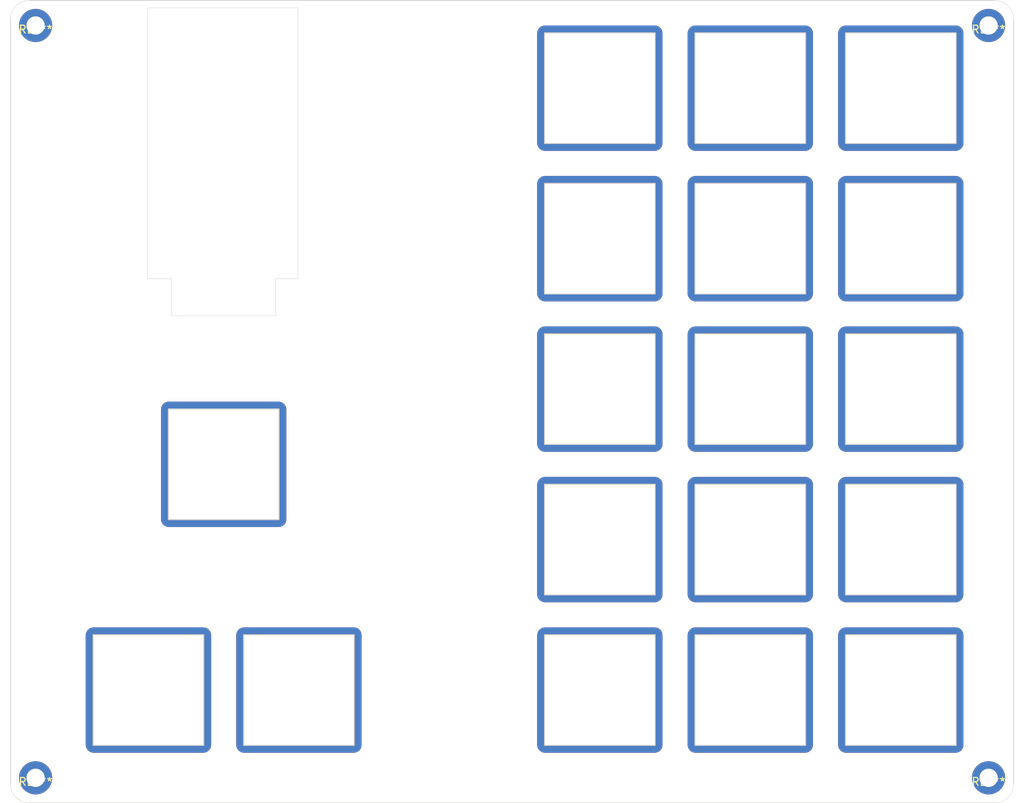
<source format=kicad_pcb>
(kicad_pcb (version 20171130) (host pcbnew "(5.1.10)-1")

  (general
    (thickness 1.6)
    (drawings 21)
    (tracks 0)
    (zones 0)
    (modules 22)
    (nets 1)
  )

  (page A4)
  (layers
    (0 F.Cu signal)
    (31 B.Cu signal)
    (32 B.Adhes user)
    (33 F.Adhes user)
    (34 B.Paste user)
    (35 F.Paste user)
    (36 B.SilkS user)
    (37 F.SilkS user)
    (38 B.Mask user)
    (39 F.Mask user)
    (40 Dwgs.User user)
    (41 Cmts.User user)
    (42 Eco1.User user)
    (43 Eco2.User user)
    (44 Edge.Cuts user)
    (45 Margin user)
    (46 B.CrtYd user)
    (47 F.CrtYd user)
    (48 B.Fab user)
    (49 F.Fab user)
  )

  (setup
    (last_trace_width 0.25)
    (trace_clearance 0.2)
    (zone_clearance 0)
    (zone_45_only no)
    (trace_min 0.2)
    (via_size 0.8)
    (via_drill 0.4)
    (via_min_size 0.4)
    (via_min_drill 0.3)
    (uvia_size 0.3)
    (uvia_drill 0.1)
    (uvias_allowed no)
    (uvia_min_size 0.2)
    (uvia_min_drill 0.1)
    (edge_width 0.05)
    (segment_width 0.2)
    (pcb_text_width 0.3)
    (pcb_text_size 1.5 1.5)
    (mod_edge_width 0.12)
    (mod_text_size 1 1)
    (mod_text_width 0.15)
    (pad_size 1.524 1.524)
    (pad_drill 0.762)
    (pad_to_mask_clearance 0)
    (aux_axis_origin 0 0)
    (visible_elements 7FFFFFFF)
    (pcbplotparams
      (layerselection 0x010f0_ffffffff)
      (usegerberextensions false)
      (usegerberattributes true)
      (usegerberadvancedattributes true)
      (creategerberjobfile true)
      (excludeedgelayer true)
      (linewidth 0.100000)
      (plotframeref false)
      (viasonmask false)
      (mode 1)
      (useauxorigin false)
      (hpglpennumber 1)
      (hpglpenspeed 20)
      (hpglpendiameter 15.000000)
      (psnegative false)
      (psa4output false)
      (plotreference true)
      (plotvalue true)
      (plotinvisibletext false)
      (padsonsilk false)
      (subtractmaskfromsilk false)
      (outputformat 1)
      (mirror false)
      (drillshape 0)
      (scaleselection 1)
      (outputdirectory "Gerber/"))
  )

  (net 0 "")

  (net_class Default "This is the default net class."
    (clearance 0.2)
    (trace_width 0.25)
    (via_dia 0.8)
    (via_drill 0.4)
    (uvia_dia 0.3)
    (uvia_drill 0.1)
  )

  (module kbd:SW_Hole (layer F.Cu) (tedit 5F1B7F65) (tstamp 60E4678B)
    (at 50.8 107.95)
    (path /60E2D95F)
    (fp_text reference SW1 (at -4.7 -7.2) (layer F.Fab)
      (effects (font (size 1 1) (thickness 0.15)))
    )
    (fp_text value Rotary_Encoder_Switch (at 0 7.9) (layer F.Fab)
      (effects (font (size 1 1) (thickness 0.15)))
    )
    (fp_line (start 7 -7) (end -7 -7) (layer Edge.Cuts) (width 0.12))
    (fp_line (start 7 7) (end 7 -7) (layer Edge.Cuts) (width 0.12))
    (fp_line (start -7 7) (end 7 7) (layer Edge.Cuts) (width 0.12))
    (fp_line (start -7 -7) (end -7 7) (layer Edge.Cuts) (width 0.12))
    (fp_line (start 9.525 -9.525) (end -9.525 -9.525) (layer F.Fab) (width 0.15))
    (fp_line (start -9.525 -9.525) (end -9.525 9.525) (layer F.Fab) (width 0.15))
    (fp_line (start -9.525 9.525) (end 9.525 9.525) (layer F.Fab) (width 0.15))
    (fp_line (start 9.525 9.525) (end 9.525 -9.525) (layer F.Fab) (width 0.15))
    (fp_text user %R (at 3.6 3.8) (layer F.Fab)
      (effects (font (size 1 1) (thickness 0.15)))
    )
  )

  (module kbd:SW_Hole (layer F.Cu) (tedit 5F1B7F65) (tstamp 60E46A2B)
    (at 136.525 117.475)
    (path /60E2C2AE)
    (fp_text reference SW17 (at 7.1 8.2) (layer F.SilkS) hide
      (effects (font (size 1 1) (thickness 0.15)))
    )
    (fp_text value CherryMX (at -4.8 8.3) (layer F.Fab) hide
      (effects (font (size 1 1) (thickness 0.15)))
    )
    (fp_line (start 7 -7) (end -7 -7) (layer Edge.Cuts) (width 0.12))
    (fp_line (start 7 7) (end 7 -7) (layer Edge.Cuts) (width 0.12))
    (fp_line (start -7 7) (end 7 7) (layer Edge.Cuts) (width 0.12))
    (fp_line (start -7 -7) (end -7 7) (layer Edge.Cuts) (width 0.12))
    (fp_line (start 9.525 -9.525) (end -9.525 -9.525) (layer F.Fab) (width 0.15))
    (fp_line (start -9.525 -9.525) (end -9.525 9.525) (layer F.Fab) (width 0.15))
    (fp_line (start -9.525 9.525) (end 9.525 9.525) (layer F.Fab) (width 0.15))
    (fp_line (start 9.525 9.525) (end 9.525 -9.525) (layer F.Fab) (width 0.15))
  )

  (module kbd:SW_Hole (layer F.Cu) (tedit 5F1B7F65) (tstamp 60E467B5)
    (at 41.275 136.525)
    (path /60E2D399)
    (fp_text reference SW2 (at 7.1 8.2) (layer F.SilkS) hide
      (effects (font (size 1 1) (thickness 0.15)))
    )
    (fp_text value CherryMX (at -4.8 8.3) (layer F.Fab) hide
      (effects (font (size 1 1) (thickness 0.15)))
    )
    (fp_line (start 7 -7) (end -7 -7) (layer Edge.Cuts) (width 0.12))
    (fp_line (start 7 7) (end 7 -7) (layer Edge.Cuts) (width 0.12))
    (fp_line (start -7 7) (end 7 7) (layer Edge.Cuts) (width 0.12))
    (fp_line (start -7 -7) (end -7 7) (layer Edge.Cuts) (width 0.12))
    (fp_line (start 9.525 -9.525) (end -9.525 -9.525) (layer F.Fab) (width 0.15))
    (fp_line (start -9.525 -9.525) (end -9.525 9.525) (layer F.Fab) (width 0.15))
    (fp_line (start -9.525 9.525) (end 9.525 9.525) (layer F.Fab) (width 0.15))
    (fp_line (start 9.525 9.525) (end 9.525 -9.525) (layer F.Fab) (width 0.15))
  )

  (module kbd:SW_Hole (layer F.Cu) (tedit 5F1B7F65) (tstamp 60E467DF)
    (at 60.325 136.525)
    (path /60E2D67B)
    (fp_text reference SW3 (at 7.1 8.2) (layer F.SilkS) hide
      (effects (font (size 1 1) (thickness 0.15)))
    )
    (fp_text value CherryMX (at -4.8 8.3) (layer F.Fab) hide
      (effects (font (size 1 1) (thickness 0.15)))
    )
    (fp_line (start 7 -7) (end -7 -7) (layer Edge.Cuts) (width 0.12))
    (fp_line (start 7 7) (end 7 -7) (layer Edge.Cuts) (width 0.12))
    (fp_line (start -7 7) (end 7 7) (layer Edge.Cuts) (width 0.12))
    (fp_line (start -7 -7) (end -7 7) (layer Edge.Cuts) (width 0.12))
    (fp_line (start 9.525 -9.525) (end -9.525 -9.525) (layer F.Fab) (width 0.15))
    (fp_line (start -9.525 -9.525) (end -9.525 9.525) (layer F.Fab) (width 0.15))
    (fp_line (start -9.525 9.525) (end 9.525 9.525) (layer F.Fab) (width 0.15))
    (fp_line (start 9.525 9.525) (end 9.525 -9.525) (layer F.Fab) (width 0.15))
  )

  (module kbd:SW_Hole (layer F.Cu) (tedit 5F1B7F65) (tstamp 60E46809)
    (at 98.425 60.325)
    (path /60E25C06)
    (fp_text reference SW4 (at 7.1 8.2) (layer F.SilkS) hide
      (effects (font (size 1 1) (thickness 0.15)))
    )
    (fp_text value CherryMX (at -4.8 8.3) (layer F.Fab) hide
      (effects (font (size 1 1) (thickness 0.15)))
    )
    (fp_line (start 7 -7) (end -7 -7) (layer Edge.Cuts) (width 0.12))
    (fp_line (start 7 7) (end 7 -7) (layer Edge.Cuts) (width 0.12))
    (fp_line (start -7 7) (end 7 7) (layer Edge.Cuts) (width 0.12))
    (fp_line (start -7 -7) (end -7 7) (layer Edge.Cuts) (width 0.12))
    (fp_line (start 9.525 -9.525) (end -9.525 -9.525) (layer F.Fab) (width 0.15))
    (fp_line (start -9.525 -9.525) (end -9.525 9.525) (layer F.Fab) (width 0.15))
    (fp_line (start -9.525 9.525) (end 9.525 9.525) (layer F.Fab) (width 0.15))
    (fp_line (start 9.525 9.525) (end 9.525 -9.525) (layer F.Fab) (width 0.15))
  )

  (module kbd:SW_Hole (layer F.Cu) (tedit 5F1B7F65) (tstamp 60E46833)
    (at 98.425 79.375)
    (path /60E2A0A7)
    (fp_text reference SW5 (at 7.1 8.2) (layer F.SilkS) hide
      (effects (font (size 1 1) (thickness 0.15)))
    )
    (fp_text value CherryMX (at -4.8 8.3) (layer F.Fab) hide
      (effects (font (size 1 1) (thickness 0.15)))
    )
    (fp_line (start 7 -7) (end -7 -7) (layer Edge.Cuts) (width 0.12))
    (fp_line (start 7 7) (end 7 -7) (layer Edge.Cuts) (width 0.12))
    (fp_line (start -7 7) (end 7 7) (layer Edge.Cuts) (width 0.12))
    (fp_line (start -7 -7) (end -7 7) (layer Edge.Cuts) (width 0.12))
    (fp_line (start 9.525 -9.525) (end -9.525 -9.525) (layer F.Fab) (width 0.15))
    (fp_line (start -9.525 -9.525) (end -9.525 9.525) (layer F.Fab) (width 0.15))
    (fp_line (start -9.525 9.525) (end 9.525 9.525) (layer F.Fab) (width 0.15))
    (fp_line (start 9.525 9.525) (end 9.525 -9.525) (layer F.Fab) (width 0.15))
  )

  (module kbd:SW_Hole (layer F.Cu) (tedit 5F1B7F65) (tstamp 60E4685D)
    (at 98.425 98.425)
    (path /60E2B053)
    (fp_text reference SW6 (at 7.1 8.2) (layer F.SilkS) hide
      (effects (font (size 1 1) (thickness 0.15)))
    )
    (fp_text value CherryMX (at -4.8 8.3) (layer F.Fab) hide
      (effects (font (size 1 1) (thickness 0.15)))
    )
    (fp_line (start 7 -7) (end -7 -7) (layer Edge.Cuts) (width 0.12))
    (fp_line (start 7 7) (end 7 -7) (layer Edge.Cuts) (width 0.12))
    (fp_line (start -7 7) (end 7 7) (layer Edge.Cuts) (width 0.12))
    (fp_line (start -7 -7) (end -7 7) (layer Edge.Cuts) (width 0.12))
    (fp_line (start 9.525 -9.525) (end -9.525 -9.525) (layer F.Fab) (width 0.15))
    (fp_line (start -9.525 -9.525) (end -9.525 9.525) (layer F.Fab) (width 0.15))
    (fp_line (start -9.525 9.525) (end 9.525 9.525) (layer F.Fab) (width 0.15))
    (fp_line (start 9.525 9.525) (end 9.525 -9.525) (layer F.Fab) (width 0.15))
  )

  (module kbd:SW_Hole (layer F.Cu) (tedit 5F1B7F65) (tstamp 60E46887)
    (at 98.425 117.475)
    (path /60E2B46C)
    (fp_text reference SW7 (at 7.1 8.2) (layer F.SilkS) hide
      (effects (font (size 1 1) (thickness 0.15)))
    )
    (fp_text value CherryMX (at -4.8 8.3) (layer F.Fab) hide
      (effects (font (size 1 1) (thickness 0.15)))
    )
    (fp_line (start 7 -7) (end -7 -7) (layer Edge.Cuts) (width 0.12))
    (fp_line (start 7 7) (end 7 -7) (layer Edge.Cuts) (width 0.12))
    (fp_line (start -7 7) (end 7 7) (layer Edge.Cuts) (width 0.12))
    (fp_line (start -7 -7) (end -7 7) (layer Edge.Cuts) (width 0.12))
    (fp_line (start 9.525 -9.525) (end -9.525 -9.525) (layer F.Fab) (width 0.15))
    (fp_line (start -9.525 -9.525) (end -9.525 9.525) (layer F.Fab) (width 0.15))
    (fp_line (start -9.525 9.525) (end 9.525 9.525) (layer F.Fab) (width 0.15))
    (fp_line (start 9.525 9.525) (end 9.525 -9.525) (layer F.Fab) (width 0.15))
  )

  (module kbd:SW_Hole (layer F.Cu) (tedit 5F1B7F65) (tstamp 60E468B1)
    (at 98.425 136.525)
    (path /60E2C5FE)
    (fp_text reference SW8 (at 7.1 8.2) (layer F.SilkS) hide
      (effects (font (size 1 1) (thickness 0.15)))
    )
    (fp_text value CherryMX (at -4.8 8.3) (layer F.Fab) hide
      (effects (font (size 1 1) (thickness 0.15)))
    )
    (fp_line (start 7 -7) (end -7 -7) (layer Edge.Cuts) (width 0.12))
    (fp_line (start 7 7) (end 7 -7) (layer Edge.Cuts) (width 0.12))
    (fp_line (start -7 7) (end 7 7) (layer Edge.Cuts) (width 0.12))
    (fp_line (start -7 -7) (end -7 7) (layer Edge.Cuts) (width 0.12))
    (fp_line (start 9.525 -9.525) (end -9.525 -9.525) (layer F.Fab) (width 0.15))
    (fp_line (start -9.525 -9.525) (end -9.525 9.525) (layer F.Fab) (width 0.15))
    (fp_line (start -9.525 9.525) (end 9.525 9.525) (layer F.Fab) (width 0.15))
    (fp_line (start 9.525 9.525) (end 9.525 -9.525) (layer F.Fab) (width 0.15))
  )

  (module kbd:SW_Hole (layer F.Cu) (tedit 5F1B7F65) (tstamp 60E468DB)
    (at 117.475 60.325)
    (path /60E28EE2)
    (fp_text reference SW9 (at 7.1 8.2) (layer F.SilkS) hide
      (effects (font (size 1 1) (thickness 0.15)))
    )
    (fp_text value CherryMX (at -4.8 8.3) (layer F.Fab) hide
      (effects (font (size 1 1) (thickness 0.15)))
    )
    (fp_line (start 7 -7) (end -7 -7) (layer Edge.Cuts) (width 0.12))
    (fp_line (start 7 7) (end 7 -7) (layer Edge.Cuts) (width 0.12))
    (fp_line (start -7 7) (end 7 7) (layer Edge.Cuts) (width 0.12))
    (fp_line (start -7 -7) (end -7 7) (layer Edge.Cuts) (width 0.12))
    (fp_line (start 9.525 -9.525) (end -9.525 -9.525) (layer F.Fab) (width 0.15))
    (fp_line (start -9.525 -9.525) (end -9.525 9.525) (layer F.Fab) (width 0.15))
    (fp_line (start -9.525 9.525) (end 9.525 9.525) (layer F.Fab) (width 0.15))
    (fp_line (start 9.525 9.525) (end 9.525 -9.525) (layer F.Fab) (width 0.15))
  )

  (module kbd:SW_Hole (layer F.Cu) (tedit 5F1B7F65) (tstamp 60E46905)
    (at 117.475 79.375)
    (path /60E2A310)
    (fp_text reference SW10 (at 7.1 8.2) (layer F.SilkS) hide
      (effects (font (size 1 1) (thickness 0.15)))
    )
    (fp_text value CherryMX (at -4.8 8.3) (layer F.Fab) hide
      (effects (font (size 1 1) (thickness 0.15)))
    )
    (fp_line (start 7 -7) (end -7 -7) (layer Edge.Cuts) (width 0.12))
    (fp_line (start 7 7) (end 7 -7) (layer Edge.Cuts) (width 0.12))
    (fp_line (start -7 7) (end 7 7) (layer Edge.Cuts) (width 0.12))
    (fp_line (start -7 -7) (end -7 7) (layer Edge.Cuts) (width 0.12))
    (fp_line (start 9.525 -9.525) (end -9.525 -9.525) (layer F.Fab) (width 0.15))
    (fp_line (start -9.525 -9.525) (end -9.525 9.525) (layer F.Fab) (width 0.15))
    (fp_line (start -9.525 9.525) (end 9.525 9.525) (layer F.Fab) (width 0.15))
    (fp_line (start 9.525 9.525) (end 9.525 -9.525) (layer F.Fab) (width 0.15))
  )

  (module kbd:SW_Hole (layer F.Cu) (tedit 5F1B7F65) (tstamp 60E4692F)
    (at 117.475 98.425)
    (path /60E2ACDC)
    (fp_text reference SW11 (at 7.1 8.2) (layer F.SilkS) hide
      (effects (font (size 1 1) (thickness 0.15)))
    )
    (fp_text value CherryMX (at -4.8 8.3) (layer F.Fab) hide
      (effects (font (size 1 1) (thickness 0.15)))
    )
    (fp_line (start 7 -7) (end -7 -7) (layer Edge.Cuts) (width 0.12))
    (fp_line (start 7 7) (end 7 -7) (layer Edge.Cuts) (width 0.12))
    (fp_line (start -7 7) (end 7 7) (layer Edge.Cuts) (width 0.12))
    (fp_line (start -7 -7) (end -7 7) (layer Edge.Cuts) (width 0.12))
    (fp_line (start 9.525 -9.525) (end -9.525 -9.525) (layer F.Fab) (width 0.15))
    (fp_line (start -9.525 -9.525) (end -9.525 9.525) (layer F.Fab) (width 0.15))
    (fp_line (start -9.525 9.525) (end 9.525 9.525) (layer F.Fab) (width 0.15))
    (fp_line (start 9.525 9.525) (end 9.525 -9.525) (layer F.Fab) (width 0.15))
  )

  (module kbd:SW_Hole (layer F.Cu) (tedit 5F1B7F65) (tstamp 60E46959)
    (at 117.475 117.475)
    (path /60E2B9AA)
    (fp_text reference SW12 (at 7.1 8.2) (layer F.SilkS) hide
      (effects (font (size 1 1) (thickness 0.15)))
    )
    (fp_text value CherryMX (at -4.8 8.3) (layer F.Fab) hide
      (effects (font (size 1 1) (thickness 0.15)))
    )
    (fp_line (start 7 -7) (end -7 -7) (layer Edge.Cuts) (width 0.12))
    (fp_line (start 7 7) (end 7 -7) (layer Edge.Cuts) (width 0.12))
    (fp_line (start -7 7) (end 7 7) (layer Edge.Cuts) (width 0.12))
    (fp_line (start -7 -7) (end -7 7) (layer Edge.Cuts) (width 0.12))
    (fp_line (start 9.525 -9.525) (end -9.525 -9.525) (layer F.Fab) (width 0.15))
    (fp_line (start -9.525 -9.525) (end -9.525 9.525) (layer F.Fab) (width 0.15))
    (fp_line (start -9.525 9.525) (end 9.525 9.525) (layer F.Fab) (width 0.15))
    (fp_line (start 9.525 9.525) (end 9.525 -9.525) (layer F.Fab) (width 0.15))
  )

  (module kbd:SW_Hole (layer F.Cu) (tedit 5F1B7F65) (tstamp 60E46983)
    (at 117.475 136.525)
    (path /60E2C884)
    (fp_text reference SW13 (at 7.1 8.2) (layer F.SilkS) hide
      (effects (font (size 1 1) (thickness 0.15)))
    )
    (fp_text value CherryMX (at -4.8 8.3) (layer F.Fab) hide
      (effects (font (size 1 1) (thickness 0.15)))
    )
    (fp_line (start 7 -7) (end -7 -7) (layer Edge.Cuts) (width 0.12))
    (fp_line (start 7 7) (end 7 -7) (layer Edge.Cuts) (width 0.12))
    (fp_line (start -7 7) (end 7 7) (layer Edge.Cuts) (width 0.12))
    (fp_line (start -7 -7) (end -7 7) (layer Edge.Cuts) (width 0.12))
    (fp_line (start 9.525 -9.525) (end -9.525 -9.525) (layer F.Fab) (width 0.15))
    (fp_line (start -9.525 -9.525) (end -9.525 9.525) (layer F.Fab) (width 0.15))
    (fp_line (start -9.525 9.525) (end 9.525 9.525) (layer F.Fab) (width 0.15))
    (fp_line (start 9.525 9.525) (end 9.525 -9.525) (layer F.Fab) (width 0.15))
  )

  (module kbd:SW_Hole (layer F.Cu) (tedit 5F1B7F65) (tstamp 60E469AD)
    (at 136.525 60.325)
    (path /60E297D9)
    (fp_text reference SW14 (at 7.1 8.2) (layer F.SilkS) hide
      (effects (font (size 1 1) (thickness 0.15)))
    )
    (fp_text value CherryMX (at -4.8 8.3) (layer F.Fab) hide
      (effects (font (size 1 1) (thickness 0.15)))
    )
    (fp_line (start 7 -7) (end -7 -7) (layer Edge.Cuts) (width 0.12))
    (fp_line (start 7 7) (end 7 -7) (layer Edge.Cuts) (width 0.12))
    (fp_line (start -7 7) (end 7 7) (layer Edge.Cuts) (width 0.12))
    (fp_line (start -7 -7) (end -7 7) (layer Edge.Cuts) (width 0.12))
    (fp_line (start 9.525 -9.525) (end -9.525 -9.525) (layer F.Fab) (width 0.15))
    (fp_line (start -9.525 -9.525) (end -9.525 9.525) (layer F.Fab) (width 0.15))
    (fp_line (start -9.525 9.525) (end 9.525 9.525) (layer F.Fab) (width 0.15))
    (fp_line (start 9.525 9.525) (end 9.525 -9.525) (layer F.Fab) (width 0.15))
  )

  (module kbd:SW_Hole (layer F.Cu) (tedit 5F1B7F65) (tstamp 60E469D7)
    (at 136.525 79.375)
    (path /60E2A7C4)
    (fp_text reference SW15 (at 7.1 8.2) (layer F.SilkS) hide
      (effects (font (size 1 1) (thickness 0.15)))
    )
    (fp_text value CherryMX (at -4.8 8.3) (layer F.Fab) hide
      (effects (font (size 1 1) (thickness 0.15)))
    )
    (fp_line (start 7 -7) (end -7 -7) (layer Edge.Cuts) (width 0.12))
    (fp_line (start 7 7) (end 7 -7) (layer Edge.Cuts) (width 0.12))
    (fp_line (start -7 7) (end 7 7) (layer Edge.Cuts) (width 0.12))
    (fp_line (start -7 -7) (end -7 7) (layer Edge.Cuts) (width 0.12))
    (fp_line (start 9.525 -9.525) (end -9.525 -9.525) (layer F.Fab) (width 0.15))
    (fp_line (start -9.525 -9.525) (end -9.525 9.525) (layer F.Fab) (width 0.15))
    (fp_line (start -9.525 9.525) (end 9.525 9.525) (layer F.Fab) (width 0.15))
    (fp_line (start 9.525 9.525) (end 9.525 -9.525) (layer F.Fab) (width 0.15))
  )

  (module kbd:SW_Hole (layer F.Cu) (tedit 5F1B7F65) (tstamp 60E46A01)
    (at 136.525 98.425)
    (path /60E2AA5C)
    (fp_text reference SW16 (at 7.1 8.2) (layer F.SilkS) hide
      (effects (font (size 1 1) (thickness 0.15)))
    )
    (fp_text value CherryMX (at -4.8 8.3) (layer F.Fab) hide
      (effects (font (size 1 1) (thickness 0.15)))
    )
    (fp_line (start 7 -7) (end -7 -7) (layer Edge.Cuts) (width 0.12))
    (fp_line (start 7 7) (end 7 -7) (layer Edge.Cuts) (width 0.12))
    (fp_line (start -7 7) (end 7 7) (layer Edge.Cuts) (width 0.12))
    (fp_line (start -7 -7) (end -7 7) (layer Edge.Cuts) (width 0.12))
    (fp_line (start 9.525 -9.525) (end -9.525 -9.525) (layer F.Fab) (width 0.15))
    (fp_line (start -9.525 -9.525) (end -9.525 9.525) (layer F.Fab) (width 0.15))
    (fp_line (start -9.525 9.525) (end 9.525 9.525) (layer F.Fab) (width 0.15))
    (fp_line (start 9.525 9.525) (end 9.525 -9.525) (layer F.Fab) (width 0.15))
  )

  (module kbd:SW_Hole (layer F.Cu) (tedit 5F1B7F65) (tstamp 60E46A55)
    (at 136.525 136.525)
    (path /60E2CB31)
    (fp_text reference SW18 (at 7.1 8.2) (layer F.SilkS) hide
      (effects (font (size 1 1) (thickness 0.15)))
    )
    (fp_text value CherryMX (at -4.8 8.3) (layer F.Fab) hide
      (effects (font (size 1 1) (thickness 0.15)))
    )
    (fp_line (start 7 -7) (end -7 -7) (layer Edge.Cuts) (width 0.12))
    (fp_line (start 7 7) (end 7 -7) (layer Edge.Cuts) (width 0.12))
    (fp_line (start -7 7) (end 7 7) (layer Edge.Cuts) (width 0.12))
    (fp_line (start -7 -7) (end -7 7) (layer Edge.Cuts) (width 0.12))
    (fp_line (start 9.525 -9.525) (end -9.525 -9.525) (layer F.Fab) (width 0.15))
    (fp_line (start -9.525 -9.525) (end -9.525 9.525) (layer F.Fab) (width 0.15))
    (fp_line (start -9.525 9.525) (end 9.525 9.525) (layer F.Fab) (width 0.15))
    (fp_line (start 9.525 9.525) (end 9.525 -9.525) (layer F.Fab) (width 0.15))
  )

  (module kbd:M2_Hole_TH (layer F.Cu) (tedit 5F7666C1) (tstamp 60E9DDBE)
    (at 147.6375 147.6375)
    (fp_text reference REF** (at 0 0.5) (layer F.SilkS)
      (effects (font (size 1 1) (thickness 0.15)))
    )
    (fp_text value M2_Hole_TH (at 0 -0.5) (layer F.Fab)
      (effects (font (size 1 1) (thickness 0.15)))
    )
    (pad "" thru_hole circle (at 0 0) (size 4.2 4.2) (drill 2.3) (layers *.Cu *.Mask))
  )

  (module kbd:M2_Hole_TH (layer F.Cu) (tedit 5F7666C1) (tstamp 60E9DDBE)
    (at 26.9875 147.6375)
    (fp_text reference REF** (at 0 0.5) (layer F.SilkS)
      (effects (font (size 1 1) (thickness 0.15)))
    )
    (fp_text value M2_Hole_TH (at 0 -0.5) (layer F.Fab)
      (effects (font (size 1 1) (thickness 0.15)))
    )
    (pad "" thru_hole circle (at 0 0) (size 4.2 4.2) (drill 2.3) (layers *.Cu *.Mask))
  )

  (module kbd:M2_Hole_TH (layer F.Cu) (tedit 5F7666C1) (tstamp 60E9DDBE)
    (at 26.9875 52.3875)
    (fp_text reference REF** (at 0 0.5) (layer F.SilkS)
      (effects (font (size 1 1) (thickness 0.15)))
    )
    (fp_text value M2_Hole_TH (at 0 -0.5) (layer F.Fab)
      (effects (font (size 1 1) (thickness 0.15)))
    )
    (pad "" thru_hole circle (at 0 0) (size 4.2 4.2) (drill 2.3) (layers *.Cu *.Mask))
  )

  (module kbd:M2_Hole_TH (layer F.Cu) (tedit 5F7666C1) (tstamp 60E9DC4E)
    (at 147.6375 52.3875)
    (fp_text reference REF** (at 0 0.5) (layer F.SilkS)
      (effects (font (size 1 1) (thickness 0.15)))
    )
    (fp_text value M2_Hole_TH (at 0 -0.5) (layer F.Fab)
      (effects (font (size 1 1) (thickness 0.15)))
    )
    (pad "" thru_hole circle (at 0 0) (size 4.2 4.2) (drill 2.3) (layers *.Cu *.Mask))
  )

  (gr_line (start 44.196 84.455) (end 44.196 89.154) (layer Edge.Cuts) (width 0.05) (tstamp 610C2683))
  (gr_line (start 41.148 84.455) (end 44.196 84.455) (layer Edge.Cuts) (width 0.05))
  (gr_line (start 41.148 50.165) (end 41.148 84.455) (layer Edge.Cuts) (width 0.05))
  (gr_line (start 60.198 50.165) (end 41.148 50.165) (layer Edge.Cuts) (width 0.05))
  (gr_line (start 60.198 84.455) (end 60.198 50.165) (layer Edge.Cuts) (width 0.05))
  (gr_line (start 57.404 84.455) (end 60.198 84.455) (layer Edge.Cuts) (width 0.05))
  (gr_line (start 57.404 89.154) (end 57.404 84.455) (layer Edge.Cuts) (width 0.05))
  (gr_line (start 44.831 89.154) (end 44.196 89.154) (layer Edge.Cuts) (width 0.05))
  (gr_line (start 44.831 89.154) (end 57.404 89.154) (layer Edge.Cuts) (width 0.05))
  (gr_circle (center 147.6375 147.6375) (end 148.43125 146.84375) (layer Edge.Cuts) (width 0.05))
  (gr_circle (center 26.9875 147.6375) (end 27.78125 146.84375) (layer Edge.Cuts) (width 0.05))
  (gr_circle (center 147.6375 52.3875) (end 148.43125 51.59375) (layer Edge.Cuts) (width 0.05) (tstamp 60ED9385))
  (gr_circle (center 26.9875 52.3875) (end 27.78125 51.59375) (layer Edge.Cuts) (width 0.05))
  (gr_arc (start 26.19375 148.43125) (end 23.8125 148.43125) (angle -90) (layer Edge.Cuts) (width 0.05))
  (gr_arc (start 26.19375 51.59375) (end 26.19375 49.2125) (angle -90) (layer Edge.Cuts) (width 0.05))
  (gr_arc (start 148.43125 51.59375) (end 150.8125 51.59375) (angle -90) (layer Edge.Cuts) (width 0.05))
  (gr_arc (start 148.43125 148.43125) (end 148.43125 150.8125) (angle -90) (layer Edge.Cuts) (width 0.05))
  (gr_line (start 150.8125 51.59375) (end 150.8125 148.43125) (layer Edge.Cuts) (width 0.1))
  (gr_line (start 26.19375 49.2125) (end 148.43125 49.2125) (layer Edge.Cuts) (width 0.1))
  (gr_line (start 23.8125 148.43125) (end 23.8125 51.59375) (layer Edge.Cuts) (width 0.1))
  (gr_line (start 148.43125 150.8125) (end 26.19375 150.8125) (layer Edge.Cuts) (width 0.1))

  (zone (net 0) (net_name "") (layer F.Mask) (tstamp 610C3410) (hatch edge 0.508)
    (connect_pads (clearance 0))
    (min_thickness 0.254)
    (fill yes (arc_segments 32) (thermal_gap 0.508) (thermal_bridge_width 0.508) (smoothing fillet) (radius 1))
    (polygon
      (pts
        (xy 106.3625 144.4625) (xy 90.4875 144.4625) (xy 90.4875 128.5875) (xy 106.3625 128.5875)
      )
    )
    (filled_polygon
      (pts
        (xy 105.532689 128.731876) (xy 105.69635 128.781522) (xy 105.847172 128.862138) (xy 105.97937 128.97063) (xy 106.087862 129.102828)
        (xy 106.168478 129.25365) (xy 106.218124 129.417311) (xy 106.2355 129.593734) (xy 106.2355 143.456266) (xy 106.218124 143.632689)
        (xy 106.168478 143.79635) (xy 106.087862 143.947172) (xy 105.97937 144.07937) (xy 105.847172 144.187862) (xy 105.69635 144.268478)
        (xy 105.532689 144.318124) (xy 105.356266 144.3355) (xy 91.493734 144.3355) (xy 91.317311 144.318124) (xy 91.15365 144.268478)
        (xy 91.002828 144.187862) (xy 90.87063 144.07937) (xy 90.762138 143.947172) (xy 90.681522 143.79635) (xy 90.631876 143.632689)
        (xy 90.6145 143.456266) (xy 90.6145 129.593734) (xy 90.621269 129.525) (xy 91.425 129.525) (xy 91.425 143.525)
        (xy 105.425 143.525) (xy 105.425 129.525) (xy 91.425 129.525) (xy 90.621269 129.525) (xy 90.631876 129.417311)
        (xy 90.681522 129.25365) (xy 90.762138 129.102828) (xy 90.87063 128.97063) (xy 91.002828 128.862138) (xy 91.15365 128.781522)
        (xy 91.317311 128.731876) (xy 91.493734 128.7145) (xy 105.356266 128.7145)
      )
    )
  )
  (zone (net 0) (net_name "") (layer F.Cu) (tstamp 610C340F) (hatch edge 0.508)
    (connect_pads (clearance 0))
    (min_thickness 0.254)
    (fill yes (arc_segments 32) (thermal_gap 0.508) (thermal_bridge_width 0.508) (smoothing fillet) (radius 1))
    (polygon
      (pts
        (xy 106.3625 144.4625) (xy 90.4875 144.4625) (xy 90.4875 128.5875) (xy 106.3625 128.5875)
      )
    )
    (filled_polygon
      (pts
        (xy 105.532689 128.731876) (xy 105.69635 128.781522) (xy 105.847172 128.862138) (xy 105.97937 128.97063) (xy 106.087862 129.102828)
        (xy 106.168478 129.25365) (xy 106.218124 129.417311) (xy 106.2355 129.593734) (xy 106.2355 143.456266) (xy 106.218124 143.632689)
        (xy 106.168478 143.79635) (xy 106.087862 143.947172) (xy 105.97937 144.07937) (xy 105.847172 144.187862) (xy 105.69635 144.268478)
        (xy 105.532689 144.318124) (xy 105.356266 144.3355) (xy 91.493734 144.3355) (xy 91.317311 144.318124) (xy 91.15365 144.268478)
        (xy 91.002828 144.187862) (xy 90.87063 144.07937) (xy 90.762138 143.947172) (xy 90.681522 143.79635) (xy 90.631876 143.632689)
        (xy 90.6145 143.456266) (xy 90.6145 129.593734) (xy 90.621269 129.525) (xy 91.237096 129.525) (xy 91.238 129.534177)
        (xy 91.238001 143.515813) (xy 91.237096 143.525) (xy 91.240707 143.561658) (xy 91.251399 143.596908) (xy 91.268764 143.629394)
        (xy 91.292132 143.657868) (xy 91.320606 143.681236) (xy 91.353092 143.698601) (xy 91.388342 143.709293) (xy 91.415823 143.712)
        (xy 91.425 143.712904) (xy 91.434177 143.712) (xy 105.415823 143.712) (xy 105.425 143.712904) (xy 105.434177 143.712)
        (xy 105.461658 143.709293) (xy 105.496908 143.698601) (xy 105.529394 143.681236) (xy 105.557868 143.657868) (xy 105.581236 143.629394)
        (xy 105.598601 143.596908) (xy 105.609293 143.561658) (xy 105.612904 143.525) (xy 105.612 143.515823) (xy 105.612 129.534177)
        (xy 105.612904 129.525) (xy 105.609293 129.488342) (xy 105.598601 129.453092) (xy 105.581236 129.420606) (xy 105.557868 129.392132)
        (xy 105.529394 129.368764) (xy 105.496908 129.351399) (xy 105.461658 129.340707) (xy 105.434177 129.338) (xy 105.425 129.337096)
        (xy 105.415823 129.338) (xy 91.434177 129.338) (xy 91.425 129.337096) (xy 91.415823 129.338) (xy 91.388342 129.340707)
        (xy 91.353092 129.351399) (xy 91.320606 129.368764) (xy 91.292132 129.392132) (xy 91.268764 129.420606) (xy 91.251399 129.453092)
        (xy 91.240707 129.488342) (xy 91.237096 129.525) (xy 90.621269 129.525) (xy 90.631876 129.417311) (xy 90.681522 129.25365)
        (xy 90.762138 129.102828) (xy 90.87063 128.97063) (xy 91.002828 128.862138) (xy 91.15365 128.781522) (xy 91.317311 128.731876)
        (xy 91.493734 128.7145) (xy 105.356266 128.7145)
      )
    )
  )
  (zone (net 0) (net_name "") (layer B.Mask) (tstamp 610C340E) (hatch edge 0.508)
    (connect_pads (clearance 0))
    (min_thickness 0.254)
    (fill yes (arc_segments 32) (thermal_gap 0.508) (thermal_bridge_width 0.508) (smoothing fillet) (radius 1))
    (polygon
      (pts
        (xy 106.3625 144.4625) (xy 90.4875 144.4625) (xy 90.4875 128.5875) (xy 106.3625 128.5875)
      )
    )
    (filled_polygon
      (pts
        (xy 105.532689 128.731876) (xy 105.69635 128.781522) (xy 105.847172 128.862138) (xy 105.97937 128.97063) (xy 106.087862 129.102828)
        (xy 106.168478 129.25365) (xy 106.218124 129.417311) (xy 106.2355 129.593734) (xy 106.2355 143.456266) (xy 106.218124 143.632689)
        (xy 106.168478 143.79635) (xy 106.087862 143.947172) (xy 105.97937 144.07937) (xy 105.847172 144.187862) (xy 105.69635 144.268478)
        (xy 105.532689 144.318124) (xy 105.356266 144.3355) (xy 91.493734 144.3355) (xy 91.317311 144.318124) (xy 91.15365 144.268478)
        (xy 91.002828 144.187862) (xy 90.87063 144.07937) (xy 90.762138 143.947172) (xy 90.681522 143.79635) (xy 90.631876 143.632689)
        (xy 90.6145 143.456266) (xy 90.6145 129.593734) (xy 90.621269 129.525) (xy 91.425 129.525) (xy 91.425 143.525)
        (xy 105.425 143.525) (xy 105.425 129.525) (xy 91.425 129.525) (xy 90.621269 129.525) (xy 90.631876 129.417311)
        (xy 90.681522 129.25365) (xy 90.762138 129.102828) (xy 90.87063 128.97063) (xy 91.002828 128.862138) (xy 91.15365 128.781522)
        (xy 91.317311 128.731876) (xy 91.493734 128.7145) (xy 105.356266 128.7145)
      )
    )
  )
  (zone (net 0) (net_name "") (layer B.Cu) (tstamp 610C340D) (hatch edge 0.508)
    (connect_pads (clearance 0))
    (min_thickness 0.254)
    (fill yes (arc_segments 32) (thermal_gap 0.508) (thermal_bridge_width 0.508) (smoothing fillet) (radius 1))
    (polygon
      (pts
        (xy 106.3625 144.4625) (xy 90.4875 144.4625) (xy 90.4875 128.5875) (xy 106.3625 128.5875)
      )
    )
    (filled_polygon
      (pts
        (xy 105.532689 128.731876) (xy 105.69635 128.781522) (xy 105.847172 128.862138) (xy 105.97937 128.97063) (xy 106.087862 129.102828)
        (xy 106.168478 129.25365) (xy 106.218124 129.417311) (xy 106.2355 129.593734) (xy 106.2355 143.456266) (xy 106.218124 143.632689)
        (xy 106.168478 143.79635) (xy 106.087862 143.947172) (xy 105.97937 144.07937) (xy 105.847172 144.187862) (xy 105.69635 144.268478)
        (xy 105.532689 144.318124) (xy 105.356266 144.3355) (xy 91.493734 144.3355) (xy 91.317311 144.318124) (xy 91.15365 144.268478)
        (xy 91.002828 144.187862) (xy 90.87063 144.07937) (xy 90.762138 143.947172) (xy 90.681522 143.79635) (xy 90.631876 143.632689)
        (xy 90.6145 143.456266) (xy 90.6145 129.593734) (xy 90.621269 129.525) (xy 91.237096 129.525) (xy 91.238 129.534177)
        (xy 91.238001 143.515813) (xy 91.237096 143.525) (xy 91.240707 143.561658) (xy 91.251399 143.596908) (xy 91.268764 143.629394)
        (xy 91.292132 143.657868) (xy 91.320606 143.681236) (xy 91.353092 143.698601) (xy 91.388342 143.709293) (xy 91.415823 143.712)
        (xy 91.425 143.712904) (xy 91.434177 143.712) (xy 105.415823 143.712) (xy 105.425 143.712904) (xy 105.434177 143.712)
        (xy 105.461658 143.709293) (xy 105.496908 143.698601) (xy 105.529394 143.681236) (xy 105.557868 143.657868) (xy 105.581236 143.629394)
        (xy 105.598601 143.596908) (xy 105.609293 143.561658) (xy 105.612904 143.525) (xy 105.612 143.515823) (xy 105.612 129.534177)
        (xy 105.612904 129.525) (xy 105.609293 129.488342) (xy 105.598601 129.453092) (xy 105.581236 129.420606) (xy 105.557868 129.392132)
        (xy 105.529394 129.368764) (xy 105.496908 129.351399) (xy 105.461658 129.340707) (xy 105.434177 129.338) (xy 105.425 129.337096)
        (xy 105.415823 129.338) (xy 91.434177 129.338) (xy 91.425 129.337096) (xy 91.415823 129.338) (xy 91.388342 129.340707)
        (xy 91.353092 129.351399) (xy 91.320606 129.368764) (xy 91.292132 129.392132) (xy 91.268764 129.420606) (xy 91.251399 129.453092)
        (xy 91.240707 129.488342) (xy 91.237096 129.525) (xy 90.621269 129.525) (xy 90.631876 129.417311) (xy 90.681522 129.25365)
        (xy 90.762138 129.102828) (xy 90.87063 128.97063) (xy 91.002828 128.862138) (xy 91.15365 128.781522) (xy 91.317311 128.731876)
        (xy 91.493734 128.7145) (xy 105.356266 128.7145)
      )
    )
  )
  (zone (net 0) (net_name "") (layer F.Mask) (tstamp 610C3410) (hatch edge 0.508)
    (connect_pads (clearance 0))
    (min_thickness 0.254)
    (fill yes (arc_segments 32) (thermal_gap 0.508) (thermal_bridge_width 0.508) (smoothing fillet) (radius 1))
    (polygon
      (pts
        (xy 125.4125 144.4625) (xy 109.5375 144.4625) (xy 109.5375 128.5875) (xy 125.4125 128.5875)
      )
    )
    (filled_polygon
      (pts
        (xy 124.582689 128.731876) (xy 124.74635 128.781522) (xy 124.897172 128.862138) (xy 125.02937 128.97063) (xy 125.137862 129.102828)
        (xy 125.218478 129.25365) (xy 125.268124 129.417311) (xy 125.2855 129.593734) (xy 125.2855 143.456266) (xy 125.268124 143.632689)
        (xy 125.218478 143.79635) (xy 125.137862 143.947172) (xy 125.02937 144.07937) (xy 124.897172 144.187862) (xy 124.74635 144.268478)
        (xy 124.582689 144.318124) (xy 124.406266 144.3355) (xy 110.543734 144.3355) (xy 110.367311 144.318124) (xy 110.20365 144.268478)
        (xy 110.052828 144.187862) (xy 109.92063 144.07937) (xy 109.812138 143.947172) (xy 109.731522 143.79635) (xy 109.681876 143.632689)
        (xy 109.6645 143.456266) (xy 109.6645 129.593734) (xy 109.671269 129.525) (xy 110.475 129.525) (xy 110.475 143.525)
        (xy 124.475 143.525) (xy 124.475 129.525) (xy 110.475 129.525) (xy 109.671269 129.525) (xy 109.681876 129.417311)
        (xy 109.731522 129.25365) (xy 109.812138 129.102828) (xy 109.92063 128.97063) (xy 110.052828 128.862138) (xy 110.20365 128.781522)
        (xy 110.367311 128.731876) (xy 110.543734 128.7145) (xy 124.406266 128.7145)
      )
    )
  )
  (zone (net 0) (net_name "") (layer F.Cu) (tstamp 610C340F) (hatch edge 0.508)
    (connect_pads (clearance 0))
    (min_thickness 0.254)
    (fill yes (arc_segments 32) (thermal_gap 0.508) (thermal_bridge_width 0.508) (smoothing fillet) (radius 1))
    (polygon
      (pts
        (xy 125.4125 144.4625) (xy 109.5375 144.4625) (xy 109.5375 128.5875) (xy 125.4125 128.5875)
      )
    )
    (filled_polygon
      (pts
        (xy 124.582689 128.731876) (xy 124.74635 128.781522) (xy 124.897172 128.862138) (xy 125.02937 128.97063) (xy 125.137862 129.102828)
        (xy 125.218478 129.25365) (xy 125.268124 129.417311) (xy 125.2855 129.593734) (xy 125.2855 143.456266) (xy 125.268124 143.632689)
        (xy 125.218478 143.79635) (xy 125.137862 143.947172) (xy 125.02937 144.07937) (xy 124.897172 144.187862) (xy 124.74635 144.268478)
        (xy 124.582689 144.318124) (xy 124.406266 144.3355) (xy 110.543734 144.3355) (xy 110.367311 144.318124) (xy 110.20365 144.268478)
        (xy 110.052828 144.187862) (xy 109.92063 144.07937) (xy 109.812138 143.947172) (xy 109.731522 143.79635) (xy 109.681876 143.632689)
        (xy 109.6645 143.456266) (xy 109.6645 129.593734) (xy 109.671269 129.525) (xy 110.287096 129.525) (xy 110.288 129.534177)
        (xy 110.288001 143.515813) (xy 110.287096 143.525) (xy 110.290707 143.561658) (xy 110.301399 143.596908) (xy 110.318764 143.629394)
        (xy 110.342132 143.657868) (xy 110.370606 143.681236) (xy 110.403092 143.698601) (xy 110.438342 143.709293) (xy 110.465823 143.712)
        (xy 110.475 143.712904) (xy 110.484177 143.712) (xy 124.465823 143.712) (xy 124.475 143.712904) (xy 124.484177 143.712)
        (xy 124.511658 143.709293) (xy 124.546908 143.698601) (xy 124.579394 143.681236) (xy 124.607868 143.657868) (xy 124.631236 143.629394)
        (xy 124.648601 143.596908) (xy 124.659293 143.561658) (xy 124.662904 143.525) (xy 124.662 143.515823) (xy 124.662 129.534177)
        (xy 124.662904 129.525) (xy 124.659293 129.488342) (xy 124.648601 129.453092) (xy 124.631236 129.420606) (xy 124.607868 129.392132)
        (xy 124.579394 129.368764) (xy 124.546908 129.351399) (xy 124.511658 129.340707) (xy 124.484177 129.338) (xy 124.475 129.337096)
        (xy 124.465823 129.338) (xy 110.484177 129.338) (xy 110.475 129.337096) (xy 110.465823 129.338) (xy 110.438342 129.340707)
        (xy 110.403092 129.351399) (xy 110.370606 129.368764) (xy 110.342132 129.392132) (xy 110.318764 129.420606) (xy 110.301399 129.453092)
        (xy 110.290707 129.488342) (xy 110.287096 129.525) (xy 109.671269 129.525) (xy 109.681876 129.417311) (xy 109.731522 129.25365)
        (xy 109.812138 129.102828) (xy 109.92063 128.97063) (xy 110.052828 128.862138) (xy 110.20365 128.781522) (xy 110.367311 128.731876)
        (xy 110.543734 128.7145) (xy 124.406266 128.7145)
      )
    )
  )
  (zone (net 0) (net_name "") (layer B.Mask) (tstamp 610C340E) (hatch edge 0.508)
    (connect_pads (clearance 0))
    (min_thickness 0.254)
    (fill yes (arc_segments 32) (thermal_gap 0.508) (thermal_bridge_width 0.508) (smoothing fillet) (radius 1))
    (polygon
      (pts
        (xy 125.4125 144.4625) (xy 109.5375 144.4625) (xy 109.5375 128.5875) (xy 125.4125 128.5875)
      )
    )
    (filled_polygon
      (pts
        (xy 124.582689 128.731876) (xy 124.74635 128.781522) (xy 124.897172 128.862138) (xy 125.02937 128.97063) (xy 125.137862 129.102828)
        (xy 125.218478 129.25365) (xy 125.268124 129.417311) (xy 125.2855 129.593734) (xy 125.2855 143.456266) (xy 125.268124 143.632689)
        (xy 125.218478 143.79635) (xy 125.137862 143.947172) (xy 125.02937 144.07937) (xy 124.897172 144.187862) (xy 124.74635 144.268478)
        (xy 124.582689 144.318124) (xy 124.406266 144.3355) (xy 110.543734 144.3355) (xy 110.367311 144.318124) (xy 110.20365 144.268478)
        (xy 110.052828 144.187862) (xy 109.92063 144.07937) (xy 109.812138 143.947172) (xy 109.731522 143.79635) (xy 109.681876 143.632689)
        (xy 109.6645 143.456266) (xy 109.6645 129.593734) (xy 109.671269 129.525) (xy 110.475 129.525) (xy 110.475 143.525)
        (xy 124.475 143.525) (xy 124.475 129.525) (xy 110.475 129.525) (xy 109.671269 129.525) (xy 109.681876 129.417311)
        (xy 109.731522 129.25365) (xy 109.812138 129.102828) (xy 109.92063 128.97063) (xy 110.052828 128.862138) (xy 110.20365 128.781522)
        (xy 110.367311 128.731876) (xy 110.543734 128.7145) (xy 124.406266 128.7145)
      )
    )
  )
  (zone (net 0) (net_name "") (layer B.Cu) (tstamp 610C340D) (hatch edge 0.508)
    (connect_pads (clearance 0))
    (min_thickness 0.254)
    (fill yes (arc_segments 32) (thermal_gap 0.508) (thermal_bridge_width 0.508) (smoothing fillet) (radius 1))
    (polygon
      (pts
        (xy 125.4125 144.4625) (xy 109.5375 144.4625) (xy 109.5375 128.5875) (xy 125.4125 128.5875)
      )
    )
    (filled_polygon
      (pts
        (xy 124.582689 128.731876) (xy 124.74635 128.781522) (xy 124.897172 128.862138) (xy 125.02937 128.97063) (xy 125.137862 129.102828)
        (xy 125.218478 129.25365) (xy 125.268124 129.417311) (xy 125.2855 129.593734) (xy 125.2855 143.456266) (xy 125.268124 143.632689)
        (xy 125.218478 143.79635) (xy 125.137862 143.947172) (xy 125.02937 144.07937) (xy 124.897172 144.187862) (xy 124.74635 144.268478)
        (xy 124.582689 144.318124) (xy 124.406266 144.3355) (xy 110.543734 144.3355) (xy 110.367311 144.318124) (xy 110.20365 144.268478)
        (xy 110.052828 144.187862) (xy 109.92063 144.07937) (xy 109.812138 143.947172) (xy 109.731522 143.79635) (xy 109.681876 143.632689)
        (xy 109.6645 143.456266) (xy 109.6645 129.593734) (xy 109.671269 129.525) (xy 110.287096 129.525) (xy 110.288 129.534177)
        (xy 110.288001 143.515813) (xy 110.287096 143.525) (xy 110.290707 143.561658) (xy 110.301399 143.596908) (xy 110.318764 143.629394)
        (xy 110.342132 143.657868) (xy 110.370606 143.681236) (xy 110.403092 143.698601) (xy 110.438342 143.709293) (xy 110.465823 143.712)
        (xy 110.475 143.712904) (xy 110.484177 143.712) (xy 124.465823 143.712) (xy 124.475 143.712904) (xy 124.484177 143.712)
        (xy 124.511658 143.709293) (xy 124.546908 143.698601) (xy 124.579394 143.681236) (xy 124.607868 143.657868) (xy 124.631236 143.629394)
        (xy 124.648601 143.596908) (xy 124.659293 143.561658) (xy 124.662904 143.525) (xy 124.662 143.515823) (xy 124.662 129.534177)
        (xy 124.662904 129.525) (xy 124.659293 129.488342) (xy 124.648601 129.453092) (xy 124.631236 129.420606) (xy 124.607868 129.392132)
        (xy 124.579394 129.368764) (xy 124.546908 129.351399) (xy 124.511658 129.340707) (xy 124.484177 129.338) (xy 124.475 129.337096)
        (xy 124.465823 129.338) (xy 110.484177 129.338) (xy 110.475 129.337096) (xy 110.465823 129.338) (xy 110.438342 129.340707)
        (xy 110.403092 129.351399) (xy 110.370606 129.368764) (xy 110.342132 129.392132) (xy 110.318764 129.420606) (xy 110.301399 129.453092)
        (xy 110.290707 129.488342) (xy 110.287096 129.525) (xy 109.671269 129.525) (xy 109.681876 129.417311) (xy 109.731522 129.25365)
        (xy 109.812138 129.102828) (xy 109.92063 128.97063) (xy 110.052828 128.862138) (xy 110.20365 128.781522) (xy 110.367311 128.731876)
        (xy 110.543734 128.7145) (xy 124.406266 128.7145)
      )
    )
  )
  (zone (net 0) (net_name "") (layer F.Mask) (tstamp 610C3410) (hatch edge 0.508)
    (connect_pads (clearance 0))
    (min_thickness 0.254)
    (fill yes (arc_segments 32) (thermal_gap 0.508) (thermal_bridge_width 0.508) (smoothing fillet) (radius 1))
    (polygon
      (pts
        (xy 144.4625 144.4625) (xy 128.5875 144.4625) (xy 128.5875 128.5875) (xy 144.4625 128.5875)
      )
    )
    (filled_polygon
      (pts
        (xy 143.632689 128.731876) (xy 143.79635 128.781522) (xy 143.947172 128.862138) (xy 144.07937 128.97063) (xy 144.187862 129.102828)
        (xy 144.268478 129.25365) (xy 144.318124 129.417311) (xy 144.3355 129.593734) (xy 144.3355 143.456266) (xy 144.318124 143.632689)
        (xy 144.268478 143.79635) (xy 144.187862 143.947172) (xy 144.07937 144.07937) (xy 143.947172 144.187862) (xy 143.79635 144.268478)
        (xy 143.632689 144.318124) (xy 143.456266 144.3355) (xy 129.593734 144.3355) (xy 129.417311 144.318124) (xy 129.25365 144.268478)
        (xy 129.102828 144.187862) (xy 128.97063 144.07937) (xy 128.862138 143.947172) (xy 128.781522 143.79635) (xy 128.731876 143.632689)
        (xy 128.7145 143.456266) (xy 128.7145 129.593734) (xy 128.721269 129.525) (xy 129.525 129.525) (xy 129.525 143.525)
        (xy 143.525 143.525) (xy 143.525 129.525) (xy 129.525 129.525) (xy 128.721269 129.525) (xy 128.731876 129.417311)
        (xy 128.781522 129.25365) (xy 128.862138 129.102828) (xy 128.97063 128.97063) (xy 129.102828 128.862138) (xy 129.25365 128.781522)
        (xy 129.417311 128.731876) (xy 129.593734 128.7145) (xy 143.456266 128.7145)
      )
    )
  )
  (zone (net 0) (net_name "") (layer F.Cu) (tstamp 610C340F) (hatch edge 0.508)
    (connect_pads (clearance 0))
    (min_thickness 0.254)
    (fill yes (arc_segments 32) (thermal_gap 0.508) (thermal_bridge_width 0.508) (smoothing fillet) (radius 1))
    (polygon
      (pts
        (xy 144.4625 144.4625) (xy 128.5875 144.4625) (xy 128.5875 128.5875) (xy 144.4625 128.5875)
      )
    )
    (filled_polygon
      (pts
        (xy 143.632689 128.731876) (xy 143.79635 128.781522) (xy 143.947172 128.862138) (xy 144.07937 128.97063) (xy 144.187862 129.102828)
        (xy 144.268478 129.25365) (xy 144.318124 129.417311) (xy 144.3355 129.593734) (xy 144.3355 143.456266) (xy 144.318124 143.632689)
        (xy 144.268478 143.79635) (xy 144.187862 143.947172) (xy 144.07937 144.07937) (xy 143.947172 144.187862) (xy 143.79635 144.268478)
        (xy 143.632689 144.318124) (xy 143.456266 144.3355) (xy 129.593734 144.3355) (xy 129.417311 144.318124) (xy 129.25365 144.268478)
        (xy 129.102828 144.187862) (xy 128.97063 144.07937) (xy 128.862138 143.947172) (xy 128.781522 143.79635) (xy 128.731876 143.632689)
        (xy 128.7145 143.456266) (xy 128.7145 129.593734) (xy 128.721269 129.525) (xy 129.337096 129.525) (xy 129.338 129.534177)
        (xy 129.338001 143.515813) (xy 129.337096 143.525) (xy 129.340707 143.561658) (xy 129.351399 143.596908) (xy 129.368764 143.629394)
        (xy 129.392132 143.657868) (xy 129.420606 143.681236) (xy 129.453092 143.698601) (xy 129.488342 143.709293) (xy 129.515823 143.712)
        (xy 129.525 143.712904) (xy 129.534177 143.712) (xy 143.515823 143.712) (xy 143.525 143.712904) (xy 143.534177 143.712)
        (xy 143.561658 143.709293) (xy 143.596908 143.698601) (xy 143.629394 143.681236) (xy 143.657868 143.657868) (xy 143.681236 143.629394)
        (xy 143.698601 143.596908) (xy 143.709293 143.561658) (xy 143.712904 143.525) (xy 143.712 143.515823) (xy 143.712 129.534177)
        (xy 143.712904 129.525) (xy 143.709293 129.488342) (xy 143.698601 129.453092) (xy 143.681236 129.420606) (xy 143.657868 129.392132)
        (xy 143.629394 129.368764) (xy 143.596908 129.351399) (xy 143.561658 129.340707) (xy 143.534177 129.338) (xy 143.525 129.337096)
        (xy 143.515823 129.338) (xy 129.534177 129.338) (xy 129.525 129.337096) (xy 129.515823 129.338) (xy 129.488342 129.340707)
        (xy 129.453092 129.351399) (xy 129.420606 129.368764) (xy 129.392132 129.392132) (xy 129.368764 129.420606) (xy 129.351399 129.453092)
        (xy 129.340707 129.488342) (xy 129.337096 129.525) (xy 128.721269 129.525) (xy 128.731876 129.417311) (xy 128.781522 129.25365)
        (xy 128.862138 129.102828) (xy 128.97063 128.97063) (xy 129.102828 128.862138) (xy 129.25365 128.781522) (xy 129.417311 128.731876)
        (xy 129.593734 128.7145) (xy 143.456266 128.7145)
      )
    )
  )
  (zone (net 0) (net_name "") (layer B.Mask) (tstamp 610C340E) (hatch edge 0.508)
    (connect_pads (clearance 0))
    (min_thickness 0.254)
    (fill yes (arc_segments 32) (thermal_gap 0.508) (thermal_bridge_width 0.508) (smoothing fillet) (radius 1))
    (polygon
      (pts
        (xy 144.4625 144.4625) (xy 128.5875 144.4625) (xy 128.5875 128.5875) (xy 144.4625 128.5875)
      )
    )
    (filled_polygon
      (pts
        (xy 143.632689 128.731876) (xy 143.79635 128.781522) (xy 143.947172 128.862138) (xy 144.07937 128.97063) (xy 144.187862 129.102828)
        (xy 144.268478 129.25365) (xy 144.318124 129.417311) (xy 144.3355 129.593734) (xy 144.3355 143.456266) (xy 144.318124 143.632689)
        (xy 144.268478 143.79635) (xy 144.187862 143.947172) (xy 144.07937 144.07937) (xy 143.947172 144.187862) (xy 143.79635 144.268478)
        (xy 143.632689 144.318124) (xy 143.456266 144.3355) (xy 129.593734 144.3355) (xy 129.417311 144.318124) (xy 129.25365 144.268478)
        (xy 129.102828 144.187862) (xy 128.97063 144.07937) (xy 128.862138 143.947172) (xy 128.781522 143.79635) (xy 128.731876 143.632689)
        (xy 128.7145 143.456266) (xy 128.7145 129.593734) (xy 128.721269 129.525) (xy 129.525 129.525) (xy 129.525 143.525)
        (xy 143.525 143.525) (xy 143.525 129.525) (xy 129.525 129.525) (xy 128.721269 129.525) (xy 128.731876 129.417311)
        (xy 128.781522 129.25365) (xy 128.862138 129.102828) (xy 128.97063 128.97063) (xy 129.102828 128.862138) (xy 129.25365 128.781522)
        (xy 129.417311 128.731876) (xy 129.593734 128.7145) (xy 143.456266 128.7145)
      )
    )
  )
  (zone (net 0) (net_name "") (layer B.Cu) (tstamp 610C340D) (hatch edge 0.508)
    (connect_pads (clearance 0))
    (min_thickness 0.254)
    (fill yes (arc_segments 32) (thermal_gap 0.508) (thermal_bridge_width 0.508) (smoothing fillet) (radius 1))
    (polygon
      (pts
        (xy 144.4625 144.4625) (xy 128.5875 144.4625) (xy 128.5875 128.5875) (xy 144.4625 128.5875)
      )
    )
    (filled_polygon
      (pts
        (xy 143.632689 128.731876) (xy 143.79635 128.781522) (xy 143.947172 128.862138) (xy 144.07937 128.97063) (xy 144.187862 129.102828)
        (xy 144.268478 129.25365) (xy 144.318124 129.417311) (xy 144.3355 129.593734) (xy 144.3355 143.456266) (xy 144.318124 143.632689)
        (xy 144.268478 143.79635) (xy 144.187862 143.947172) (xy 144.07937 144.07937) (xy 143.947172 144.187862) (xy 143.79635 144.268478)
        (xy 143.632689 144.318124) (xy 143.456266 144.3355) (xy 129.593734 144.3355) (xy 129.417311 144.318124) (xy 129.25365 144.268478)
        (xy 129.102828 144.187862) (xy 128.97063 144.07937) (xy 128.862138 143.947172) (xy 128.781522 143.79635) (xy 128.731876 143.632689)
        (xy 128.7145 143.456266) (xy 128.7145 129.593734) (xy 128.721269 129.525) (xy 129.337096 129.525) (xy 129.338 129.534177)
        (xy 129.338001 143.515813) (xy 129.337096 143.525) (xy 129.340707 143.561658) (xy 129.351399 143.596908) (xy 129.368764 143.629394)
        (xy 129.392132 143.657868) (xy 129.420606 143.681236) (xy 129.453092 143.698601) (xy 129.488342 143.709293) (xy 129.515823 143.712)
        (xy 129.525 143.712904) (xy 129.534177 143.712) (xy 143.515823 143.712) (xy 143.525 143.712904) (xy 143.534177 143.712)
        (xy 143.561658 143.709293) (xy 143.596908 143.698601) (xy 143.629394 143.681236) (xy 143.657868 143.657868) (xy 143.681236 143.629394)
        (xy 143.698601 143.596908) (xy 143.709293 143.561658) (xy 143.712904 143.525) (xy 143.712 143.515823) (xy 143.712 129.534177)
        (xy 143.712904 129.525) (xy 143.709293 129.488342) (xy 143.698601 129.453092) (xy 143.681236 129.420606) (xy 143.657868 129.392132)
        (xy 143.629394 129.368764) (xy 143.596908 129.351399) (xy 143.561658 129.340707) (xy 143.534177 129.338) (xy 143.525 129.337096)
        (xy 143.515823 129.338) (xy 129.534177 129.338) (xy 129.525 129.337096) (xy 129.515823 129.338) (xy 129.488342 129.340707)
        (xy 129.453092 129.351399) (xy 129.420606 129.368764) (xy 129.392132 129.392132) (xy 129.368764 129.420606) (xy 129.351399 129.453092)
        (xy 129.340707 129.488342) (xy 129.337096 129.525) (xy 128.721269 129.525) (xy 128.731876 129.417311) (xy 128.781522 129.25365)
        (xy 128.862138 129.102828) (xy 128.97063 128.97063) (xy 129.102828 128.862138) (xy 129.25365 128.781522) (xy 129.417311 128.731876)
        (xy 129.593734 128.7145) (xy 143.456266 128.7145)
      )
    )
  )
  (zone (net 0) (net_name "") (layer F.Mask) (tstamp 610C3410) (hatch edge 0.508)
    (connect_pads (clearance 0))
    (min_thickness 0.254)
    (fill yes (arc_segments 32) (thermal_gap 0.508) (thermal_bridge_width 0.508) (smoothing fillet) (radius 1))
    (polygon
      (pts
        (xy 144.4625 125.4125) (xy 128.5875 125.4125) (xy 128.5875 109.5375) (xy 144.4625 109.5375)
      )
    )
    (filled_polygon
      (pts
        (xy 143.632689 109.681876) (xy 143.79635 109.731522) (xy 143.947172 109.812138) (xy 144.07937 109.92063) (xy 144.187862 110.052828)
        (xy 144.268478 110.20365) (xy 144.318124 110.367311) (xy 144.3355 110.543734) (xy 144.3355 124.406266) (xy 144.318124 124.582689)
        (xy 144.268478 124.74635) (xy 144.187862 124.897172) (xy 144.07937 125.02937) (xy 143.947172 125.137862) (xy 143.79635 125.218478)
        (xy 143.632689 125.268124) (xy 143.456266 125.2855) (xy 129.593734 125.2855) (xy 129.417311 125.268124) (xy 129.25365 125.218478)
        (xy 129.102828 125.137862) (xy 128.97063 125.02937) (xy 128.862138 124.897172) (xy 128.781522 124.74635) (xy 128.731876 124.582689)
        (xy 128.7145 124.406266) (xy 128.7145 110.543734) (xy 128.721269 110.475) (xy 129.525 110.475) (xy 129.525 124.475)
        (xy 143.525 124.475) (xy 143.525 110.475) (xy 129.525 110.475) (xy 128.721269 110.475) (xy 128.731876 110.367311)
        (xy 128.781522 110.20365) (xy 128.862138 110.052828) (xy 128.97063 109.92063) (xy 129.102828 109.812138) (xy 129.25365 109.731522)
        (xy 129.417311 109.681876) (xy 129.593734 109.6645) (xy 143.456266 109.6645)
      )
    )
  )
  (zone (net 0) (net_name "") (layer F.Cu) (tstamp 610C340F) (hatch edge 0.508)
    (connect_pads (clearance 0))
    (min_thickness 0.254)
    (fill yes (arc_segments 32) (thermal_gap 0.508) (thermal_bridge_width 0.508) (smoothing fillet) (radius 1))
    (polygon
      (pts
        (xy 144.4625 125.4125) (xy 128.5875 125.4125) (xy 128.5875 109.5375) (xy 144.4625 109.5375)
      )
    )
    (filled_polygon
      (pts
        (xy 143.632689 109.681876) (xy 143.79635 109.731522) (xy 143.947172 109.812138) (xy 144.07937 109.92063) (xy 144.187862 110.052828)
        (xy 144.268478 110.20365) (xy 144.318124 110.367311) (xy 144.3355 110.543734) (xy 144.3355 124.406266) (xy 144.318124 124.582689)
        (xy 144.268478 124.74635) (xy 144.187862 124.897172) (xy 144.07937 125.02937) (xy 143.947172 125.137862) (xy 143.79635 125.218478)
        (xy 143.632689 125.268124) (xy 143.456266 125.2855) (xy 129.593734 125.2855) (xy 129.417311 125.268124) (xy 129.25365 125.218478)
        (xy 129.102828 125.137862) (xy 128.97063 125.02937) (xy 128.862138 124.897172) (xy 128.781522 124.74635) (xy 128.731876 124.582689)
        (xy 128.7145 124.406266) (xy 128.7145 110.543734) (xy 128.721269 110.475) (xy 129.337096 110.475) (xy 129.338 110.484177)
        (xy 129.338001 124.465813) (xy 129.337096 124.475) (xy 129.340707 124.511658) (xy 129.351399 124.546908) (xy 129.368764 124.579394)
        (xy 129.392132 124.607868) (xy 129.420606 124.631236) (xy 129.453092 124.648601) (xy 129.488342 124.659293) (xy 129.515823 124.662)
        (xy 129.525 124.662904) (xy 129.534177 124.662) (xy 143.515823 124.662) (xy 143.525 124.662904) (xy 143.534177 124.662)
        (xy 143.561658 124.659293) (xy 143.596908 124.648601) (xy 143.629394 124.631236) (xy 143.657868 124.607868) (xy 143.681236 124.579394)
        (xy 143.698601 124.546908) (xy 143.709293 124.511658) (xy 143.712904 124.475) (xy 143.712 124.465823) (xy 143.712 110.484177)
        (xy 143.712904 110.475) (xy 143.709293 110.438342) (xy 143.698601 110.403092) (xy 143.681236 110.370606) (xy 143.657868 110.342132)
        (xy 143.629394 110.318764) (xy 143.596908 110.301399) (xy 143.561658 110.290707) (xy 143.534177 110.288) (xy 143.525 110.287096)
        (xy 143.515823 110.288) (xy 129.534177 110.288) (xy 129.525 110.287096) (xy 129.515823 110.288) (xy 129.488342 110.290707)
        (xy 129.453092 110.301399) (xy 129.420606 110.318764) (xy 129.392132 110.342132) (xy 129.368764 110.370606) (xy 129.351399 110.403092)
        (xy 129.340707 110.438342) (xy 129.337096 110.475) (xy 128.721269 110.475) (xy 128.731876 110.367311) (xy 128.781522 110.20365)
        (xy 128.862138 110.052828) (xy 128.97063 109.92063) (xy 129.102828 109.812138) (xy 129.25365 109.731522) (xy 129.417311 109.681876)
        (xy 129.593734 109.6645) (xy 143.456266 109.6645)
      )
    )
  )
  (zone (net 0) (net_name "") (layer B.Mask) (tstamp 610C340E) (hatch edge 0.508)
    (connect_pads (clearance 0))
    (min_thickness 0.254)
    (fill yes (arc_segments 32) (thermal_gap 0.508) (thermal_bridge_width 0.508) (smoothing fillet) (radius 1))
    (polygon
      (pts
        (xy 144.4625 125.4125) (xy 128.5875 125.4125) (xy 128.5875 109.5375) (xy 144.4625 109.5375)
      )
    )
    (filled_polygon
      (pts
        (xy 143.632689 109.681876) (xy 143.79635 109.731522) (xy 143.947172 109.812138) (xy 144.07937 109.92063) (xy 144.187862 110.052828)
        (xy 144.268478 110.20365) (xy 144.318124 110.367311) (xy 144.3355 110.543734) (xy 144.3355 124.406266) (xy 144.318124 124.582689)
        (xy 144.268478 124.74635) (xy 144.187862 124.897172) (xy 144.07937 125.02937) (xy 143.947172 125.137862) (xy 143.79635 125.218478)
        (xy 143.632689 125.268124) (xy 143.456266 125.2855) (xy 129.593734 125.2855) (xy 129.417311 125.268124) (xy 129.25365 125.218478)
        (xy 129.102828 125.137862) (xy 128.97063 125.02937) (xy 128.862138 124.897172) (xy 128.781522 124.74635) (xy 128.731876 124.582689)
        (xy 128.7145 124.406266) (xy 128.7145 110.543734) (xy 128.721269 110.475) (xy 129.525 110.475) (xy 129.525 124.475)
        (xy 143.525 124.475) (xy 143.525 110.475) (xy 129.525 110.475) (xy 128.721269 110.475) (xy 128.731876 110.367311)
        (xy 128.781522 110.20365) (xy 128.862138 110.052828) (xy 128.97063 109.92063) (xy 129.102828 109.812138) (xy 129.25365 109.731522)
        (xy 129.417311 109.681876) (xy 129.593734 109.6645) (xy 143.456266 109.6645)
      )
    )
  )
  (zone (net 0) (net_name "") (layer B.Cu) (tstamp 610C340D) (hatch edge 0.508)
    (connect_pads (clearance 0))
    (min_thickness 0.254)
    (fill yes (arc_segments 32) (thermal_gap 0.508) (thermal_bridge_width 0.508) (smoothing fillet) (radius 1))
    (polygon
      (pts
        (xy 144.4625 125.4125) (xy 128.5875 125.4125) (xy 128.5875 109.5375) (xy 144.4625 109.5375)
      )
    )
    (filled_polygon
      (pts
        (xy 143.632689 109.681876) (xy 143.79635 109.731522) (xy 143.947172 109.812138) (xy 144.07937 109.92063) (xy 144.187862 110.052828)
        (xy 144.268478 110.20365) (xy 144.318124 110.367311) (xy 144.3355 110.543734) (xy 144.3355 124.406266) (xy 144.318124 124.582689)
        (xy 144.268478 124.74635) (xy 144.187862 124.897172) (xy 144.07937 125.02937) (xy 143.947172 125.137862) (xy 143.79635 125.218478)
        (xy 143.632689 125.268124) (xy 143.456266 125.2855) (xy 129.593734 125.2855) (xy 129.417311 125.268124) (xy 129.25365 125.218478)
        (xy 129.102828 125.137862) (xy 128.97063 125.02937) (xy 128.862138 124.897172) (xy 128.781522 124.74635) (xy 128.731876 124.582689)
        (xy 128.7145 124.406266) (xy 128.7145 110.543734) (xy 128.721269 110.475) (xy 129.337096 110.475) (xy 129.338 110.484177)
        (xy 129.338001 124.465813) (xy 129.337096 124.475) (xy 129.340707 124.511658) (xy 129.351399 124.546908) (xy 129.368764 124.579394)
        (xy 129.392132 124.607868) (xy 129.420606 124.631236) (xy 129.453092 124.648601) (xy 129.488342 124.659293) (xy 129.515823 124.662)
        (xy 129.525 124.662904) (xy 129.534177 124.662) (xy 143.515823 124.662) (xy 143.525 124.662904) (xy 143.534177 124.662)
        (xy 143.561658 124.659293) (xy 143.596908 124.648601) (xy 143.629394 124.631236) (xy 143.657868 124.607868) (xy 143.681236 124.579394)
        (xy 143.698601 124.546908) (xy 143.709293 124.511658) (xy 143.712904 124.475) (xy 143.712 124.465823) (xy 143.712 110.484177)
        (xy 143.712904 110.475) (xy 143.709293 110.438342) (xy 143.698601 110.403092) (xy 143.681236 110.370606) (xy 143.657868 110.342132)
        (xy 143.629394 110.318764) (xy 143.596908 110.301399) (xy 143.561658 110.290707) (xy 143.534177 110.288) (xy 143.525 110.287096)
        (xy 143.515823 110.288) (xy 129.534177 110.288) (xy 129.525 110.287096) (xy 129.515823 110.288) (xy 129.488342 110.290707)
        (xy 129.453092 110.301399) (xy 129.420606 110.318764) (xy 129.392132 110.342132) (xy 129.368764 110.370606) (xy 129.351399 110.403092)
        (xy 129.340707 110.438342) (xy 129.337096 110.475) (xy 128.721269 110.475) (xy 128.731876 110.367311) (xy 128.781522 110.20365)
        (xy 128.862138 110.052828) (xy 128.97063 109.92063) (xy 129.102828 109.812138) (xy 129.25365 109.731522) (xy 129.417311 109.681876)
        (xy 129.593734 109.6645) (xy 143.456266 109.6645)
      )
    )
  )
  (zone (net 0) (net_name "") (layer F.Mask) (tstamp 610C3410) (hatch edge 0.508)
    (connect_pads (clearance 0))
    (min_thickness 0.254)
    (fill yes (arc_segments 32) (thermal_gap 0.508) (thermal_bridge_width 0.508) (smoothing fillet) (radius 1))
    (polygon
      (pts
        (xy 125.4125 125.4125) (xy 109.5375 125.4125) (xy 109.5375 109.5375) (xy 125.4125 109.5375)
      )
    )
    (filled_polygon
      (pts
        (xy 124.582689 109.681876) (xy 124.74635 109.731522) (xy 124.897172 109.812138) (xy 125.02937 109.92063) (xy 125.137862 110.052828)
        (xy 125.218478 110.20365) (xy 125.268124 110.367311) (xy 125.2855 110.543734) (xy 125.2855 124.406266) (xy 125.268124 124.582689)
        (xy 125.218478 124.74635) (xy 125.137862 124.897172) (xy 125.02937 125.02937) (xy 124.897172 125.137862) (xy 124.74635 125.218478)
        (xy 124.582689 125.268124) (xy 124.406266 125.2855) (xy 110.543734 125.2855) (xy 110.367311 125.268124) (xy 110.20365 125.218478)
        (xy 110.052828 125.137862) (xy 109.92063 125.02937) (xy 109.812138 124.897172) (xy 109.731522 124.74635) (xy 109.681876 124.582689)
        (xy 109.6645 124.406266) (xy 109.6645 110.543734) (xy 109.671269 110.475) (xy 110.475 110.475) (xy 110.475 124.475)
        (xy 124.475 124.475) (xy 124.475 110.475) (xy 110.475 110.475) (xy 109.671269 110.475) (xy 109.681876 110.367311)
        (xy 109.731522 110.20365) (xy 109.812138 110.052828) (xy 109.92063 109.92063) (xy 110.052828 109.812138) (xy 110.20365 109.731522)
        (xy 110.367311 109.681876) (xy 110.543734 109.6645) (xy 124.406266 109.6645)
      )
    )
  )
  (zone (net 0) (net_name "") (layer F.Cu) (tstamp 610C340F) (hatch edge 0.508)
    (connect_pads (clearance 0))
    (min_thickness 0.254)
    (fill yes (arc_segments 32) (thermal_gap 0.508) (thermal_bridge_width 0.508) (smoothing fillet) (radius 1))
    (polygon
      (pts
        (xy 125.4125 125.4125) (xy 109.5375 125.4125) (xy 109.5375 109.5375) (xy 125.4125 109.5375)
      )
    )
    (filled_polygon
      (pts
        (xy 124.582689 109.681876) (xy 124.74635 109.731522) (xy 124.897172 109.812138) (xy 125.02937 109.92063) (xy 125.137862 110.052828)
        (xy 125.218478 110.20365) (xy 125.268124 110.367311) (xy 125.2855 110.543734) (xy 125.2855 124.406266) (xy 125.268124 124.582689)
        (xy 125.218478 124.74635) (xy 125.137862 124.897172) (xy 125.02937 125.02937) (xy 124.897172 125.137862) (xy 124.74635 125.218478)
        (xy 124.582689 125.268124) (xy 124.406266 125.2855) (xy 110.543734 125.2855) (xy 110.367311 125.268124) (xy 110.20365 125.218478)
        (xy 110.052828 125.137862) (xy 109.92063 125.02937) (xy 109.812138 124.897172) (xy 109.731522 124.74635) (xy 109.681876 124.582689)
        (xy 109.6645 124.406266) (xy 109.6645 110.543734) (xy 109.671269 110.475) (xy 110.287096 110.475) (xy 110.288 110.484177)
        (xy 110.288001 124.465813) (xy 110.287096 124.475) (xy 110.290707 124.511658) (xy 110.301399 124.546908) (xy 110.318764 124.579394)
        (xy 110.342132 124.607868) (xy 110.370606 124.631236) (xy 110.403092 124.648601) (xy 110.438342 124.659293) (xy 110.465823 124.662)
        (xy 110.475 124.662904) (xy 110.484177 124.662) (xy 124.465823 124.662) (xy 124.475 124.662904) (xy 124.484177 124.662)
        (xy 124.511658 124.659293) (xy 124.546908 124.648601) (xy 124.579394 124.631236) (xy 124.607868 124.607868) (xy 124.631236 124.579394)
        (xy 124.648601 124.546908) (xy 124.659293 124.511658) (xy 124.662904 124.475) (xy 124.662 124.465823) (xy 124.662 110.484177)
        (xy 124.662904 110.475) (xy 124.659293 110.438342) (xy 124.648601 110.403092) (xy 124.631236 110.370606) (xy 124.607868 110.342132)
        (xy 124.579394 110.318764) (xy 124.546908 110.301399) (xy 124.511658 110.290707) (xy 124.484177 110.288) (xy 124.475 110.287096)
        (xy 124.465823 110.288) (xy 110.484177 110.288) (xy 110.475 110.287096) (xy 110.465823 110.288) (xy 110.438342 110.290707)
        (xy 110.403092 110.301399) (xy 110.370606 110.318764) (xy 110.342132 110.342132) (xy 110.318764 110.370606) (xy 110.301399 110.403092)
        (xy 110.290707 110.438342) (xy 110.287096 110.475) (xy 109.671269 110.475) (xy 109.681876 110.367311) (xy 109.731522 110.20365)
        (xy 109.812138 110.052828) (xy 109.92063 109.92063) (xy 110.052828 109.812138) (xy 110.20365 109.731522) (xy 110.367311 109.681876)
        (xy 110.543734 109.6645) (xy 124.406266 109.6645)
      )
    )
  )
  (zone (net 0) (net_name "") (layer B.Mask) (tstamp 610C340E) (hatch edge 0.508)
    (connect_pads (clearance 0))
    (min_thickness 0.254)
    (fill yes (arc_segments 32) (thermal_gap 0.508) (thermal_bridge_width 0.508) (smoothing fillet) (radius 1))
    (polygon
      (pts
        (xy 125.4125 125.4125) (xy 109.5375 125.4125) (xy 109.5375 109.5375) (xy 125.4125 109.5375)
      )
    )
    (filled_polygon
      (pts
        (xy 124.582689 109.681876) (xy 124.74635 109.731522) (xy 124.897172 109.812138) (xy 125.02937 109.92063) (xy 125.137862 110.052828)
        (xy 125.218478 110.20365) (xy 125.268124 110.367311) (xy 125.2855 110.543734) (xy 125.2855 124.406266) (xy 125.268124 124.582689)
        (xy 125.218478 124.74635) (xy 125.137862 124.897172) (xy 125.02937 125.02937) (xy 124.897172 125.137862) (xy 124.74635 125.218478)
        (xy 124.582689 125.268124) (xy 124.406266 125.2855) (xy 110.543734 125.2855) (xy 110.367311 125.268124) (xy 110.20365 125.218478)
        (xy 110.052828 125.137862) (xy 109.92063 125.02937) (xy 109.812138 124.897172) (xy 109.731522 124.74635) (xy 109.681876 124.582689)
        (xy 109.6645 124.406266) (xy 109.6645 110.543734) (xy 109.671269 110.475) (xy 110.475 110.475) (xy 110.475 124.475)
        (xy 124.475 124.475) (xy 124.475 110.475) (xy 110.475 110.475) (xy 109.671269 110.475) (xy 109.681876 110.367311)
        (xy 109.731522 110.20365) (xy 109.812138 110.052828) (xy 109.92063 109.92063) (xy 110.052828 109.812138) (xy 110.20365 109.731522)
        (xy 110.367311 109.681876) (xy 110.543734 109.6645) (xy 124.406266 109.6645)
      )
    )
  )
  (zone (net 0) (net_name "") (layer B.Cu) (tstamp 610C340D) (hatch edge 0.508)
    (connect_pads (clearance 0))
    (min_thickness 0.254)
    (fill yes (arc_segments 32) (thermal_gap 0.508) (thermal_bridge_width 0.508) (smoothing fillet) (radius 1))
    (polygon
      (pts
        (xy 125.4125 125.4125) (xy 109.5375 125.4125) (xy 109.5375 109.5375) (xy 125.4125 109.5375)
      )
    )
    (filled_polygon
      (pts
        (xy 124.582689 109.681876) (xy 124.74635 109.731522) (xy 124.897172 109.812138) (xy 125.02937 109.92063) (xy 125.137862 110.052828)
        (xy 125.218478 110.20365) (xy 125.268124 110.367311) (xy 125.2855 110.543734) (xy 125.2855 124.406266) (xy 125.268124 124.582689)
        (xy 125.218478 124.74635) (xy 125.137862 124.897172) (xy 125.02937 125.02937) (xy 124.897172 125.137862) (xy 124.74635 125.218478)
        (xy 124.582689 125.268124) (xy 124.406266 125.2855) (xy 110.543734 125.2855) (xy 110.367311 125.268124) (xy 110.20365 125.218478)
        (xy 110.052828 125.137862) (xy 109.92063 125.02937) (xy 109.812138 124.897172) (xy 109.731522 124.74635) (xy 109.681876 124.582689)
        (xy 109.6645 124.406266) (xy 109.6645 110.543734) (xy 109.671269 110.475) (xy 110.287096 110.475) (xy 110.288 110.484177)
        (xy 110.288001 124.465813) (xy 110.287096 124.475) (xy 110.290707 124.511658) (xy 110.301399 124.546908) (xy 110.318764 124.579394)
        (xy 110.342132 124.607868) (xy 110.370606 124.631236) (xy 110.403092 124.648601) (xy 110.438342 124.659293) (xy 110.465823 124.662)
        (xy 110.475 124.662904) (xy 110.484177 124.662) (xy 124.465823 124.662) (xy 124.475 124.662904) (xy 124.484177 124.662)
        (xy 124.511658 124.659293) (xy 124.546908 124.648601) (xy 124.579394 124.631236) (xy 124.607868 124.607868) (xy 124.631236 124.579394)
        (xy 124.648601 124.546908) (xy 124.659293 124.511658) (xy 124.662904 124.475) (xy 124.662 124.465823) (xy 124.662 110.484177)
        (xy 124.662904 110.475) (xy 124.659293 110.438342) (xy 124.648601 110.403092) (xy 124.631236 110.370606) (xy 124.607868 110.342132)
        (xy 124.579394 110.318764) (xy 124.546908 110.301399) (xy 124.511658 110.290707) (xy 124.484177 110.288) (xy 124.475 110.287096)
        (xy 124.465823 110.288) (xy 110.484177 110.288) (xy 110.475 110.287096) (xy 110.465823 110.288) (xy 110.438342 110.290707)
        (xy 110.403092 110.301399) (xy 110.370606 110.318764) (xy 110.342132 110.342132) (xy 110.318764 110.370606) (xy 110.301399 110.403092)
        (xy 110.290707 110.438342) (xy 110.287096 110.475) (xy 109.671269 110.475) (xy 109.681876 110.367311) (xy 109.731522 110.20365)
        (xy 109.812138 110.052828) (xy 109.92063 109.92063) (xy 110.052828 109.812138) (xy 110.20365 109.731522) (xy 110.367311 109.681876)
        (xy 110.543734 109.6645) (xy 124.406266 109.6645)
      )
    )
  )
  (zone (net 0) (net_name "") (layer F.Mask) (tstamp 610C3410) (hatch edge 0.508)
    (connect_pads (clearance 0))
    (min_thickness 0.254)
    (fill yes (arc_segments 32) (thermal_gap 0.508) (thermal_bridge_width 0.508) (smoothing fillet) (radius 1))
    (polygon
      (pts
        (xy 106.3625 125.4125) (xy 90.4875 125.4125) (xy 90.4875 109.5375) (xy 106.3625 109.5375)
      )
    )
    (filled_polygon
      (pts
        (xy 105.532689 109.681876) (xy 105.69635 109.731522) (xy 105.847172 109.812138) (xy 105.97937 109.92063) (xy 106.087862 110.052828)
        (xy 106.168478 110.20365) (xy 106.218124 110.367311) (xy 106.2355 110.543734) (xy 106.2355 124.406266) (xy 106.218124 124.582689)
        (xy 106.168478 124.74635) (xy 106.087862 124.897172) (xy 105.97937 125.02937) (xy 105.847172 125.137862) (xy 105.69635 125.218478)
        (xy 105.532689 125.268124) (xy 105.356266 125.2855) (xy 91.493734 125.2855) (xy 91.317311 125.268124) (xy 91.15365 125.218478)
        (xy 91.002828 125.137862) (xy 90.87063 125.02937) (xy 90.762138 124.897172) (xy 90.681522 124.74635) (xy 90.631876 124.582689)
        (xy 90.6145 124.406266) (xy 90.6145 110.543734) (xy 90.621269 110.475) (xy 91.425 110.475) (xy 91.425 124.475)
        (xy 105.425 124.475) (xy 105.425 110.475) (xy 91.425 110.475) (xy 90.621269 110.475) (xy 90.631876 110.367311)
        (xy 90.681522 110.20365) (xy 90.762138 110.052828) (xy 90.87063 109.92063) (xy 91.002828 109.812138) (xy 91.15365 109.731522)
        (xy 91.317311 109.681876) (xy 91.493734 109.6645) (xy 105.356266 109.6645)
      )
    )
  )
  (zone (net 0) (net_name "") (layer F.Cu) (tstamp 610C340F) (hatch edge 0.508)
    (connect_pads (clearance 0))
    (min_thickness 0.254)
    (fill yes (arc_segments 32) (thermal_gap 0.508) (thermal_bridge_width 0.508) (smoothing fillet) (radius 1))
    (polygon
      (pts
        (xy 106.3625 125.4125) (xy 90.4875 125.4125) (xy 90.4875 109.5375) (xy 106.3625 109.5375)
      )
    )
    (filled_polygon
      (pts
        (xy 105.532689 109.681876) (xy 105.69635 109.731522) (xy 105.847172 109.812138) (xy 105.97937 109.92063) (xy 106.087862 110.052828)
        (xy 106.168478 110.20365) (xy 106.218124 110.367311) (xy 106.2355 110.543734) (xy 106.2355 124.406266) (xy 106.218124 124.582689)
        (xy 106.168478 124.74635) (xy 106.087862 124.897172) (xy 105.97937 125.02937) (xy 105.847172 125.137862) (xy 105.69635 125.218478)
        (xy 105.532689 125.268124) (xy 105.356266 125.2855) (xy 91.493734 125.2855) (xy 91.317311 125.268124) (xy 91.15365 125.218478)
        (xy 91.002828 125.137862) (xy 90.87063 125.02937) (xy 90.762138 124.897172) (xy 90.681522 124.74635) (xy 90.631876 124.582689)
        (xy 90.6145 124.406266) (xy 90.6145 110.543734) (xy 90.621269 110.475) (xy 91.237096 110.475) (xy 91.238 110.484177)
        (xy 91.238001 124.465813) (xy 91.237096 124.475) (xy 91.240707 124.511658) (xy 91.251399 124.546908) (xy 91.268764 124.579394)
        (xy 91.292132 124.607868) (xy 91.320606 124.631236) (xy 91.353092 124.648601) (xy 91.388342 124.659293) (xy 91.415823 124.662)
        (xy 91.425 124.662904) (xy 91.434177 124.662) (xy 105.415823 124.662) (xy 105.425 124.662904) (xy 105.434177 124.662)
        (xy 105.461658 124.659293) (xy 105.496908 124.648601) (xy 105.529394 124.631236) (xy 105.557868 124.607868) (xy 105.581236 124.579394)
        (xy 105.598601 124.546908) (xy 105.609293 124.511658) (xy 105.612904 124.475) (xy 105.612 124.465823) (xy 105.612 110.484177)
        (xy 105.612904 110.475) (xy 105.609293 110.438342) (xy 105.598601 110.403092) (xy 105.581236 110.370606) (xy 105.557868 110.342132)
        (xy 105.529394 110.318764) (xy 105.496908 110.301399) (xy 105.461658 110.290707) (xy 105.434177 110.288) (xy 105.425 110.287096)
        (xy 105.415823 110.288) (xy 91.434177 110.288) (xy 91.425 110.287096) (xy 91.415823 110.288) (xy 91.388342 110.290707)
        (xy 91.353092 110.301399) (xy 91.320606 110.318764) (xy 91.292132 110.342132) (xy 91.268764 110.370606) (xy 91.251399 110.403092)
        (xy 91.240707 110.438342) (xy 91.237096 110.475) (xy 90.621269 110.475) (xy 90.631876 110.367311) (xy 90.681522 110.20365)
        (xy 90.762138 110.052828) (xy 90.87063 109.92063) (xy 91.002828 109.812138) (xy 91.15365 109.731522) (xy 91.317311 109.681876)
        (xy 91.493734 109.6645) (xy 105.356266 109.6645)
      )
    )
  )
  (zone (net 0) (net_name "") (layer B.Mask) (tstamp 610C340E) (hatch edge 0.508)
    (connect_pads (clearance 0))
    (min_thickness 0.254)
    (fill yes (arc_segments 32) (thermal_gap 0.508) (thermal_bridge_width 0.508) (smoothing fillet) (radius 1))
    (polygon
      (pts
        (xy 106.3625 125.4125) (xy 90.4875 125.4125) (xy 90.4875 109.5375) (xy 106.3625 109.5375)
      )
    )
    (filled_polygon
      (pts
        (xy 105.532689 109.681876) (xy 105.69635 109.731522) (xy 105.847172 109.812138) (xy 105.97937 109.92063) (xy 106.087862 110.052828)
        (xy 106.168478 110.20365) (xy 106.218124 110.367311) (xy 106.2355 110.543734) (xy 106.2355 124.406266) (xy 106.218124 124.582689)
        (xy 106.168478 124.74635) (xy 106.087862 124.897172) (xy 105.97937 125.02937) (xy 105.847172 125.137862) (xy 105.69635 125.218478)
        (xy 105.532689 125.268124) (xy 105.356266 125.2855) (xy 91.493734 125.2855) (xy 91.317311 125.268124) (xy 91.15365 125.218478)
        (xy 91.002828 125.137862) (xy 90.87063 125.02937) (xy 90.762138 124.897172) (xy 90.681522 124.74635) (xy 90.631876 124.582689)
        (xy 90.6145 124.406266) (xy 90.6145 110.543734) (xy 90.621269 110.475) (xy 91.425 110.475) (xy 91.425 124.475)
        (xy 105.425 124.475) (xy 105.425 110.475) (xy 91.425 110.475) (xy 90.621269 110.475) (xy 90.631876 110.367311)
        (xy 90.681522 110.20365) (xy 90.762138 110.052828) (xy 90.87063 109.92063) (xy 91.002828 109.812138) (xy 91.15365 109.731522)
        (xy 91.317311 109.681876) (xy 91.493734 109.6645) (xy 105.356266 109.6645)
      )
    )
  )
  (zone (net 0) (net_name "") (layer B.Cu) (tstamp 610C340D) (hatch edge 0.508)
    (connect_pads (clearance 0))
    (min_thickness 0.254)
    (fill yes (arc_segments 32) (thermal_gap 0.508) (thermal_bridge_width 0.508) (smoothing fillet) (radius 1))
    (polygon
      (pts
        (xy 106.3625 125.4125) (xy 90.4875 125.4125) (xy 90.4875 109.5375) (xy 106.3625 109.5375)
      )
    )
    (filled_polygon
      (pts
        (xy 105.532689 109.681876) (xy 105.69635 109.731522) (xy 105.847172 109.812138) (xy 105.97937 109.92063) (xy 106.087862 110.052828)
        (xy 106.168478 110.20365) (xy 106.218124 110.367311) (xy 106.2355 110.543734) (xy 106.2355 124.406266) (xy 106.218124 124.582689)
        (xy 106.168478 124.74635) (xy 106.087862 124.897172) (xy 105.97937 125.02937) (xy 105.847172 125.137862) (xy 105.69635 125.218478)
        (xy 105.532689 125.268124) (xy 105.356266 125.2855) (xy 91.493734 125.2855) (xy 91.317311 125.268124) (xy 91.15365 125.218478)
        (xy 91.002828 125.137862) (xy 90.87063 125.02937) (xy 90.762138 124.897172) (xy 90.681522 124.74635) (xy 90.631876 124.582689)
        (xy 90.6145 124.406266) (xy 90.6145 110.543734) (xy 90.621269 110.475) (xy 91.237096 110.475) (xy 91.238 110.484177)
        (xy 91.238001 124.465813) (xy 91.237096 124.475) (xy 91.240707 124.511658) (xy 91.251399 124.546908) (xy 91.268764 124.579394)
        (xy 91.292132 124.607868) (xy 91.320606 124.631236) (xy 91.353092 124.648601) (xy 91.388342 124.659293) (xy 91.415823 124.662)
        (xy 91.425 124.662904) (xy 91.434177 124.662) (xy 105.415823 124.662) (xy 105.425 124.662904) (xy 105.434177 124.662)
        (xy 105.461658 124.659293) (xy 105.496908 124.648601) (xy 105.529394 124.631236) (xy 105.557868 124.607868) (xy 105.581236 124.579394)
        (xy 105.598601 124.546908) (xy 105.609293 124.511658) (xy 105.612904 124.475) (xy 105.612 124.465823) (xy 105.612 110.484177)
        (xy 105.612904 110.475) (xy 105.609293 110.438342) (xy 105.598601 110.403092) (xy 105.581236 110.370606) (xy 105.557868 110.342132)
        (xy 105.529394 110.318764) (xy 105.496908 110.301399) (xy 105.461658 110.290707) (xy 105.434177 110.288) (xy 105.425 110.287096)
        (xy 105.415823 110.288) (xy 91.434177 110.288) (xy 91.425 110.287096) (xy 91.415823 110.288) (xy 91.388342 110.290707)
        (xy 91.353092 110.301399) (xy 91.320606 110.318764) (xy 91.292132 110.342132) (xy 91.268764 110.370606) (xy 91.251399 110.403092)
        (xy 91.240707 110.438342) (xy 91.237096 110.475) (xy 90.621269 110.475) (xy 90.631876 110.367311) (xy 90.681522 110.20365)
        (xy 90.762138 110.052828) (xy 90.87063 109.92063) (xy 91.002828 109.812138) (xy 91.15365 109.731522) (xy 91.317311 109.681876)
        (xy 91.493734 109.6645) (xy 105.356266 109.6645)
      )
    )
  )
  (zone (net 0) (net_name "") (layer F.Mask) (tstamp 610C3410) (hatch edge 0.508)
    (connect_pads (clearance 0))
    (min_thickness 0.254)
    (fill yes (arc_segments 32) (thermal_gap 0.508) (thermal_bridge_width 0.508) (smoothing fillet) (radius 1))
    (polygon
      (pts
        (xy 106.3625 106.3625) (xy 90.4875 106.3625) (xy 90.4875 90.4875) (xy 106.3625 90.4875)
      )
    )
    (filled_polygon
      (pts
        (xy 105.532689 90.631876) (xy 105.69635 90.681522) (xy 105.847172 90.762138) (xy 105.97937 90.87063) (xy 106.087862 91.002828)
        (xy 106.168478 91.15365) (xy 106.218124 91.317311) (xy 106.2355 91.493734) (xy 106.2355 105.356266) (xy 106.218124 105.532689)
        (xy 106.168478 105.69635) (xy 106.087862 105.847172) (xy 105.97937 105.97937) (xy 105.847172 106.087862) (xy 105.69635 106.168478)
        (xy 105.532689 106.218124) (xy 105.356266 106.2355) (xy 91.493734 106.2355) (xy 91.317311 106.218124) (xy 91.15365 106.168478)
        (xy 91.002828 106.087862) (xy 90.87063 105.97937) (xy 90.762138 105.847172) (xy 90.681522 105.69635) (xy 90.631876 105.532689)
        (xy 90.6145 105.356266) (xy 90.6145 91.493734) (xy 90.621269 91.425) (xy 91.425 91.425) (xy 91.425 105.425)
        (xy 105.425 105.425) (xy 105.425 91.425) (xy 91.425 91.425) (xy 90.621269 91.425) (xy 90.631876 91.317311)
        (xy 90.681522 91.15365) (xy 90.762138 91.002828) (xy 90.87063 90.87063) (xy 91.002828 90.762138) (xy 91.15365 90.681522)
        (xy 91.317311 90.631876) (xy 91.493734 90.6145) (xy 105.356266 90.6145)
      )
    )
  )
  (zone (net 0) (net_name "") (layer F.Cu) (tstamp 610C340F) (hatch edge 0.508)
    (connect_pads (clearance 0))
    (min_thickness 0.254)
    (fill yes (arc_segments 32) (thermal_gap 0.508) (thermal_bridge_width 0.508) (smoothing fillet) (radius 1))
    (polygon
      (pts
        (xy 106.3625 106.3625) (xy 90.4875 106.3625) (xy 90.4875 90.4875) (xy 106.3625 90.4875)
      )
    )
    (filled_polygon
      (pts
        (xy 105.532689 90.631876) (xy 105.69635 90.681522) (xy 105.847172 90.762138) (xy 105.97937 90.87063) (xy 106.087862 91.002828)
        (xy 106.168478 91.15365) (xy 106.218124 91.317311) (xy 106.2355 91.493734) (xy 106.2355 105.356266) (xy 106.218124 105.532689)
        (xy 106.168478 105.69635) (xy 106.087862 105.847172) (xy 105.97937 105.97937) (xy 105.847172 106.087862) (xy 105.69635 106.168478)
        (xy 105.532689 106.218124) (xy 105.356266 106.2355) (xy 91.493734 106.2355) (xy 91.317311 106.218124) (xy 91.15365 106.168478)
        (xy 91.002828 106.087862) (xy 90.87063 105.97937) (xy 90.762138 105.847172) (xy 90.681522 105.69635) (xy 90.631876 105.532689)
        (xy 90.6145 105.356266) (xy 90.6145 91.493734) (xy 90.621269 91.425) (xy 91.237096 91.425) (xy 91.238 91.434177)
        (xy 91.238001 105.415813) (xy 91.237096 105.425) (xy 91.240707 105.461658) (xy 91.251399 105.496908) (xy 91.268764 105.529394)
        (xy 91.292132 105.557868) (xy 91.320606 105.581236) (xy 91.353092 105.598601) (xy 91.388342 105.609293) (xy 91.415823 105.612)
        (xy 91.425 105.612904) (xy 91.434177 105.612) (xy 105.415823 105.612) (xy 105.425 105.612904) (xy 105.434177 105.612)
        (xy 105.461658 105.609293) (xy 105.496908 105.598601) (xy 105.529394 105.581236) (xy 105.557868 105.557868) (xy 105.581236 105.529394)
        (xy 105.598601 105.496908) (xy 105.609293 105.461658) (xy 105.612904 105.425) (xy 105.612 105.415823) (xy 105.612 91.434177)
        (xy 105.612904 91.425) (xy 105.609293 91.388342) (xy 105.598601 91.353092) (xy 105.581236 91.320606) (xy 105.557868 91.292132)
        (xy 105.529394 91.268764) (xy 105.496908 91.251399) (xy 105.461658 91.240707) (xy 105.434177 91.238) (xy 105.425 91.237096)
        (xy 105.415823 91.238) (xy 91.434177 91.238) (xy 91.425 91.237096) (xy 91.415823 91.238) (xy 91.388342 91.240707)
        (xy 91.353092 91.251399) (xy 91.320606 91.268764) (xy 91.292132 91.292132) (xy 91.268764 91.320606) (xy 91.251399 91.353092)
        (xy 91.240707 91.388342) (xy 91.237096 91.425) (xy 90.621269 91.425) (xy 90.631876 91.317311) (xy 90.681522 91.15365)
        (xy 90.762138 91.002828) (xy 90.87063 90.87063) (xy 91.002828 90.762138) (xy 91.15365 90.681522) (xy 91.317311 90.631876)
        (xy 91.493734 90.6145) (xy 105.356266 90.6145)
      )
    )
  )
  (zone (net 0) (net_name "") (layer B.Mask) (tstamp 610C340E) (hatch edge 0.508)
    (connect_pads (clearance 0))
    (min_thickness 0.254)
    (fill yes (arc_segments 32) (thermal_gap 0.508) (thermal_bridge_width 0.508) (smoothing fillet) (radius 1))
    (polygon
      (pts
        (xy 106.3625 106.3625) (xy 90.4875 106.3625) (xy 90.4875 90.4875) (xy 106.3625 90.4875)
      )
    )
    (filled_polygon
      (pts
        (xy 105.532689 90.631876) (xy 105.69635 90.681522) (xy 105.847172 90.762138) (xy 105.97937 90.87063) (xy 106.087862 91.002828)
        (xy 106.168478 91.15365) (xy 106.218124 91.317311) (xy 106.2355 91.493734) (xy 106.2355 105.356266) (xy 106.218124 105.532689)
        (xy 106.168478 105.69635) (xy 106.087862 105.847172) (xy 105.97937 105.97937) (xy 105.847172 106.087862) (xy 105.69635 106.168478)
        (xy 105.532689 106.218124) (xy 105.356266 106.2355) (xy 91.493734 106.2355) (xy 91.317311 106.218124) (xy 91.15365 106.168478)
        (xy 91.002828 106.087862) (xy 90.87063 105.97937) (xy 90.762138 105.847172) (xy 90.681522 105.69635) (xy 90.631876 105.532689)
        (xy 90.6145 105.356266) (xy 90.6145 91.493734) (xy 90.621269 91.425) (xy 91.425 91.425) (xy 91.425 105.425)
        (xy 105.425 105.425) (xy 105.425 91.425) (xy 91.425 91.425) (xy 90.621269 91.425) (xy 90.631876 91.317311)
        (xy 90.681522 91.15365) (xy 90.762138 91.002828) (xy 90.87063 90.87063) (xy 91.002828 90.762138) (xy 91.15365 90.681522)
        (xy 91.317311 90.631876) (xy 91.493734 90.6145) (xy 105.356266 90.6145)
      )
    )
  )
  (zone (net 0) (net_name "") (layer B.Cu) (tstamp 610C340D) (hatch edge 0.508)
    (connect_pads (clearance 0))
    (min_thickness 0.254)
    (fill yes (arc_segments 32) (thermal_gap 0.508) (thermal_bridge_width 0.508) (smoothing fillet) (radius 1))
    (polygon
      (pts
        (xy 106.3625 106.3625) (xy 90.4875 106.3625) (xy 90.4875 90.4875) (xy 106.3625 90.4875)
      )
    )
    (filled_polygon
      (pts
        (xy 105.532689 90.631876) (xy 105.69635 90.681522) (xy 105.847172 90.762138) (xy 105.97937 90.87063) (xy 106.087862 91.002828)
        (xy 106.168478 91.15365) (xy 106.218124 91.317311) (xy 106.2355 91.493734) (xy 106.2355 105.356266) (xy 106.218124 105.532689)
        (xy 106.168478 105.69635) (xy 106.087862 105.847172) (xy 105.97937 105.97937) (xy 105.847172 106.087862) (xy 105.69635 106.168478)
        (xy 105.532689 106.218124) (xy 105.356266 106.2355) (xy 91.493734 106.2355) (xy 91.317311 106.218124) (xy 91.15365 106.168478)
        (xy 91.002828 106.087862) (xy 90.87063 105.97937) (xy 90.762138 105.847172) (xy 90.681522 105.69635) (xy 90.631876 105.532689)
        (xy 90.6145 105.356266) (xy 90.6145 91.493734) (xy 90.621269 91.425) (xy 91.237096 91.425) (xy 91.238 91.434177)
        (xy 91.238001 105.415813) (xy 91.237096 105.425) (xy 91.240707 105.461658) (xy 91.251399 105.496908) (xy 91.268764 105.529394)
        (xy 91.292132 105.557868) (xy 91.320606 105.581236) (xy 91.353092 105.598601) (xy 91.388342 105.609293) (xy 91.415823 105.612)
        (xy 91.425 105.612904) (xy 91.434177 105.612) (xy 105.415823 105.612) (xy 105.425 105.612904) (xy 105.434177 105.612)
        (xy 105.461658 105.609293) (xy 105.496908 105.598601) (xy 105.529394 105.581236) (xy 105.557868 105.557868) (xy 105.581236 105.529394)
        (xy 105.598601 105.496908) (xy 105.609293 105.461658) (xy 105.612904 105.425) (xy 105.612 105.415823) (xy 105.612 91.434177)
        (xy 105.612904 91.425) (xy 105.609293 91.388342) (xy 105.598601 91.353092) (xy 105.581236 91.320606) (xy 105.557868 91.292132)
        (xy 105.529394 91.268764) (xy 105.496908 91.251399) (xy 105.461658 91.240707) (xy 105.434177 91.238) (xy 105.425 91.237096)
        (xy 105.415823 91.238) (xy 91.434177 91.238) (xy 91.425 91.237096) (xy 91.415823 91.238) (xy 91.388342 91.240707)
        (xy 91.353092 91.251399) (xy 91.320606 91.268764) (xy 91.292132 91.292132) (xy 91.268764 91.320606) (xy 91.251399 91.353092)
        (xy 91.240707 91.388342) (xy 91.237096 91.425) (xy 90.621269 91.425) (xy 90.631876 91.317311) (xy 90.681522 91.15365)
        (xy 90.762138 91.002828) (xy 90.87063 90.87063) (xy 91.002828 90.762138) (xy 91.15365 90.681522) (xy 91.317311 90.631876)
        (xy 91.493734 90.6145) (xy 105.356266 90.6145)
      )
    )
  )
  (zone (net 0) (net_name "") (layer F.Mask) (tstamp 610C3410) (hatch edge 0.508)
    (connect_pads (clearance 0))
    (min_thickness 0.254)
    (fill yes (arc_segments 32) (thermal_gap 0.508) (thermal_bridge_width 0.508) (smoothing fillet) (radius 1))
    (polygon
      (pts
        (xy 125.4125 106.3625) (xy 109.5375 106.3625) (xy 109.5375 90.4875) (xy 125.4125 90.4875)
      )
    )
    (filled_polygon
      (pts
        (xy 124.582689 90.631876) (xy 124.74635 90.681522) (xy 124.897172 90.762138) (xy 125.02937 90.87063) (xy 125.137862 91.002828)
        (xy 125.218478 91.15365) (xy 125.268124 91.317311) (xy 125.2855 91.493734) (xy 125.2855 105.356266) (xy 125.268124 105.532689)
        (xy 125.218478 105.69635) (xy 125.137862 105.847172) (xy 125.02937 105.97937) (xy 124.897172 106.087862) (xy 124.74635 106.168478)
        (xy 124.582689 106.218124) (xy 124.406266 106.2355) (xy 110.543734 106.2355) (xy 110.367311 106.218124) (xy 110.20365 106.168478)
        (xy 110.052828 106.087862) (xy 109.92063 105.97937) (xy 109.812138 105.847172) (xy 109.731522 105.69635) (xy 109.681876 105.532689)
        (xy 109.6645 105.356266) (xy 109.6645 91.493734) (xy 109.671269 91.425) (xy 110.475 91.425) (xy 110.475 105.425)
        (xy 124.475 105.425) (xy 124.475 91.425) (xy 110.475 91.425) (xy 109.671269 91.425) (xy 109.681876 91.317311)
        (xy 109.731522 91.15365) (xy 109.812138 91.002828) (xy 109.92063 90.87063) (xy 110.052828 90.762138) (xy 110.20365 90.681522)
        (xy 110.367311 90.631876) (xy 110.543734 90.6145) (xy 124.406266 90.6145)
      )
    )
  )
  (zone (net 0) (net_name "") (layer F.Cu) (tstamp 610C340F) (hatch edge 0.508)
    (connect_pads (clearance 0))
    (min_thickness 0.254)
    (fill yes (arc_segments 32) (thermal_gap 0.508) (thermal_bridge_width 0.508) (smoothing fillet) (radius 1))
    (polygon
      (pts
        (xy 125.4125 106.3625) (xy 109.5375 106.3625) (xy 109.5375 90.4875) (xy 125.4125 90.4875)
      )
    )
    (filled_polygon
      (pts
        (xy 124.582689 90.631876) (xy 124.74635 90.681522) (xy 124.897172 90.762138) (xy 125.02937 90.87063) (xy 125.137862 91.002828)
        (xy 125.218478 91.15365) (xy 125.268124 91.317311) (xy 125.2855 91.493734) (xy 125.2855 105.356266) (xy 125.268124 105.532689)
        (xy 125.218478 105.69635) (xy 125.137862 105.847172) (xy 125.02937 105.97937) (xy 124.897172 106.087862) (xy 124.74635 106.168478)
        (xy 124.582689 106.218124) (xy 124.406266 106.2355) (xy 110.543734 106.2355) (xy 110.367311 106.218124) (xy 110.20365 106.168478)
        (xy 110.052828 106.087862) (xy 109.92063 105.97937) (xy 109.812138 105.847172) (xy 109.731522 105.69635) (xy 109.681876 105.532689)
        (xy 109.6645 105.356266) (xy 109.6645 91.493734) (xy 109.671269 91.425) (xy 110.287096 91.425) (xy 110.288 91.434177)
        (xy 110.288001 105.415813) (xy 110.287096 105.425) (xy 110.290707 105.461658) (xy 110.301399 105.496908) (xy 110.318764 105.529394)
        (xy 110.342132 105.557868) (xy 110.370606 105.581236) (xy 110.403092 105.598601) (xy 110.438342 105.609293) (xy 110.465823 105.612)
        (xy 110.475 105.612904) (xy 110.484177 105.612) (xy 124.465823 105.612) (xy 124.475 105.612904) (xy 124.484177 105.612)
        (xy 124.511658 105.609293) (xy 124.546908 105.598601) (xy 124.579394 105.581236) (xy 124.607868 105.557868) (xy 124.631236 105.529394)
        (xy 124.648601 105.496908) (xy 124.659293 105.461658) (xy 124.662904 105.425) (xy 124.662 105.415823) (xy 124.662 91.434177)
        (xy 124.662904 91.425) (xy 124.659293 91.388342) (xy 124.648601 91.353092) (xy 124.631236 91.320606) (xy 124.607868 91.292132)
        (xy 124.579394 91.268764) (xy 124.546908 91.251399) (xy 124.511658 91.240707) (xy 124.484177 91.238) (xy 124.475 91.237096)
        (xy 124.465823 91.238) (xy 110.484177 91.238) (xy 110.475 91.237096) (xy 110.465823 91.238) (xy 110.438342 91.240707)
        (xy 110.403092 91.251399) (xy 110.370606 91.268764) (xy 110.342132 91.292132) (xy 110.318764 91.320606) (xy 110.301399 91.353092)
        (xy 110.290707 91.388342) (xy 110.287096 91.425) (xy 109.671269 91.425) (xy 109.681876 91.317311) (xy 109.731522 91.15365)
        (xy 109.812138 91.002828) (xy 109.92063 90.87063) (xy 110.052828 90.762138) (xy 110.20365 90.681522) (xy 110.367311 90.631876)
        (xy 110.543734 90.6145) (xy 124.406266 90.6145)
      )
    )
  )
  (zone (net 0) (net_name "") (layer B.Mask) (tstamp 610C340E) (hatch edge 0.508)
    (connect_pads (clearance 0))
    (min_thickness 0.254)
    (fill yes (arc_segments 32) (thermal_gap 0.508) (thermal_bridge_width 0.508) (smoothing fillet) (radius 1))
    (polygon
      (pts
        (xy 125.4125 106.3625) (xy 109.5375 106.3625) (xy 109.5375 90.4875) (xy 125.4125 90.4875)
      )
    )
    (filled_polygon
      (pts
        (xy 124.582689 90.631876) (xy 124.74635 90.681522) (xy 124.897172 90.762138) (xy 125.02937 90.87063) (xy 125.137862 91.002828)
        (xy 125.218478 91.15365) (xy 125.268124 91.317311) (xy 125.2855 91.493734) (xy 125.2855 105.356266) (xy 125.268124 105.532689)
        (xy 125.218478 105.69635) (xy 125.137862 105.847172) (xy 125.02937 105.97937) (xy 124.897172 106.087862) (xy 124.74635 106.168478)
        (xy 124.582689 106.218124) (xy 124.406266 106.2355) (xy 110.543734 106.2355) (xy 110.367311 106.218124) (xy 110.20365 106.168478)
        (xy 110.052828 106.087862) (xy 109.92063 105.97937) (xy 109.812138 105.847172) (xy 109.731522 105.69635) (xy 109.681876 105.532689)
        (xy 109.6645 105.356266) (xy 109.6645 91.493734) (xy 109.671269 91.425) (xy 110.475 91.425) (xy 110.475 105.425)
        (xy 124.475 105.425) (xy 124.475 91.425) (xy 110.475 91.425) (xy 109.671269 91.425) (xy 109.681876 91.317311)
        (xy 109.731522 91.15365) (xy 109.812138 91.002828) (xy 109.92063 90.87063) (xy 110.052828 90.762138) (xy 110.20365 90.681522)
        (xy 110.367311 90.631876) (xy 110.543734 90.6145) (xy 124.406266 90.6145)
      )
    )
  )
  (zone (net 0) (net_name "") (layer B.Cu) (tstamp 610C340D) (hatch edge 0.508)
    (connect_pads (clearance 0))
    (min_thickness 0.254)
    (fill yes (arc_segments 32) (thermal_gap 0.508) (thermal_bridge_width 0.508) (smoothing fillet) (radius 1))
    (polygon
      (pts
        (xy 125.4125 106.3625) (xy 109.5375 106.3625) (xy 109.5375 90.4875) (xy 125.4125 90.4875)
      )
    )
    (filled_polygon
      (pts
        (xy 124.582689 90.631876) (xy 124.74635 90.681522) (xy 124.897172 90.762138) (xy 125.02937 90.87063) (xy 125.137862 91.002828)
        (xy 125.218478 91.15365) (xy 125.268124 91.317311) (xy 125.2855 91.493734) (xy 125.2855 105.356266) (xy 125.268124 105.532689)
        (xy 125.218478 105.69635) (xy 125.137862 105.847172) (xy 125.02937 105.97937) (xy 124.897172 106.087862) (xy 124.74635 106.168478)
        (xy 124.582689 106.218124) (xy 124.406266 106.2355) (xy 110.543734 106.2355) (xy 110.367311 106.218124) (xy 110.20365 106.168478)
        (xy 110.052828 106.087862) (xy 109.92063 105.97937) (xy 109.812138 105.847172) (xy 109.731522 105.69635) (xy 109.681876 105.532689)
        (xy 109.6645 105.356266) (xy 109.6645 91.493734) (xy 109.671269 91.425) (xy 110.287096 91.425) (xy 110.288 91.434177)
        (xy 110.288001 105.415813) (xy 110.287096 105.425) (xy 110.290707 105.461658) (xy 110.301399 105.496908) (xy 110.318764 105.529394)
        (xy 110.342132 105.557868) (xy 110.370606 105.581236) (xy 110.403092 105.598601) (xy 110.438342 105.609293) (xy 110.465823 105.612)
        (xy 110.475 105.612904) (xy 110.484177 105.612) (xy 124.465823 105.612) (xy 124.475 105.612904) (xy 124.484177 105.612)
        (xy 124.511658 105.609293) (xy 124.546908 105.598601) (xy 124.579394 105.581236) (xy 124.607868 105.557868) (xy 124.631236 105.529394)
        (xy 124.648601 105.496908) (xy 124.659293 105.461658) (xy 124.662904 105.425) (xy 124.662 105.415823) (xy 124.662 91.434177)
        (xy 124.662904 91.425) (xy 124.659293 91.388342) (xy 124.648601 91.353092) (xy 124.631236 91.320606) (xy 124.607868 91.292132)
        (xy 124.579394 91.268764) (xy 124.546908 91.251399) (xy 124.511658 91.240707) (xy 124.484177 91.238) (xy 124.475 91.237096)
        (xy 124.465823 91.238) (xy 110.484177 91.238) (xy 110.475 91.237096) (xy 110.465823 91.238) (xy 110.438342 91.240707)
        (xy 110.403092 91.251399) (xy 110.370606 91.268764) (xy 110.342132 91.292132) (xy 110.318764 91.320606) (xy 110.301399 91.353092)
        (xy 110.290707 91.388342) (xy 110.287096 91.425) (xy 109.671269 91.425) (xy 109.681876 91.317311) (xy 109.731522 91.15365)
        (xy 109.812138 91.002828) (xy 109.92063 90.87063) (xy 110.052828 90.762138) (xy 110.20365 90.681522) (xy 110.367311 90.631876)
        (xy 110.543734 90.6145) (xy 124.406266 90.6145)
      )
    )
  )
  (zone (net 0) (net_name "") (layer F.Mask) (tstamp 610C3410) (hatch edge 0.508)
    (connect_pads (clearance 0))
    (min_thickness 0.254)
    (fill yes (arc_segments 32) (thermal_gap 0.508) (thermal_bridge_width 0.508) (smoothing fillet) (radius 1))
    (polygon
      (pts
        (xy 144.4625 106.3625) (xy 128.5875 106.3625) (xy 128.5875 90.4875) (xy 144.4625 90.4875)
      )
    )
    (filled_polygon
      (pts
        (xy 143.632689 90.631876) (xy 143.79635 90.681522) (xy 143.947172 90.762138) (xy 144.07937 90.87063) (xy 144.187862 91.002828)
        (xy 144.268478 91.15365) (xy 144.318124 91.317311) (xy 144.3355 91.493734) (xy 144.3355 105.356266) (xy 144.318124 105.532689)
        (xy 144.268478 105.69635) (xy 144.187862 105.847172) (xy 144.07937 105.97937) (xy 143.947172 106.087862) (xy 143.79635 106.168478)
        (xy 143.632689 106.218124) (xy 143.456266 106.2355) (xy 129.593734 106.2355) (xy 129.417311 106.218124) (xy 129.25365 106.168478)
        (xy 129.102828 106.087862) (xy 128.97063 105.97937) (xy 128.862138 105.847172) (xy 128.781522 105.69635) (xy 128.731876 105.532689)
        (xy 128.7145 105.356266) (xy 128.7145 91.493734) (xy 128.721269 91.425) (xy 129.525 91.425) (xy 129.525 105.425)
        (xy 143.525 105.425) (xy 143.525 91.425) (xy 129.525 91.425) (xy 128.721269 91.425) (xy 128.731876 91.317311)
        (xy 128.781522 91.15365) (xy 128.862138 91.002828) (xy 128.97063 90.87063) (xy 129.102828 90.762138) (xy 129.25365 90.681522)
        (xy 129.417311 90.631876) (xy 129.593734 90.6145) (xy 143.456266 90.6145)
      )
    )
  )
  (zone (net 0) (net_name "") (layer F.Cu) (tstamp 610C340F) (hatch edge 0.508)
    (connect_pads (clearance 0))
    (min_thickness 0.254)
    (fill yes (arc_segments 32) (thermal_gap 0.508) (thermal_bridge_width 0.508) (smoothing fillet) (radius 1))
    (polygon
      (pts
        (xy 144.4625 106.3625) (xy 128.5875 106.3625) (xy 128.5875 90.4875) (xy 144.4625 90.4875)
      )
    )
    (filled_polygon
      (pts
        (xy 143.632689 90.631876) (xy 143.79635 90.681522) (xy 143.947172 90.762138) (xy 144.07937 90.87063) (xy 144.187862 91.002828)
        (xy 144.268478 91.15365) (xy 144.318124 91.317311) (xy 144.3355 91.493734) (xy 144.3355 105.356266) (xy 144.318124 105.532689)
        (xy 144.268478 105.69635) (xy 144.187862 105.847172) (xy 144.07937 105.97937) (xy 143.947172 106.087862) (xy 143.79635 106.168478)
        (xy 143.632689 106.218124) (xy 143.456266 106.2355) (xy 129.593734 106.2355) (xy 129.417311 106.218124) (xy 129.25365 106.168478)
        (xy 129.102828 106.087862) (xy 128.97063 105.97937) (xy 128.862138 105.847172) (xy 128.781522 105.69635) (xy 128.731876 105.532689)
        (xy 128.7145 105.356266) (xy 128.7145 91.493734) (xy 128.721269 91.425) (xy 129.337096 91.425) (xy 129.338 91.434177)
        (xy 129.338001 105.415813) (xy 129.337096 105.425) (xy 129.340707 105.461658) (xy 129.351399 105.496908) (xy 129.368764 105.529394)
        (xy 129.392132 105.557868) (xy 129.420606 105.581236) (xy 129.453092 105.598601) (xy 129.488342 105.609293) (xy 129.515823 105.612)
        (xy 129.525 105.612904) (xy 129.534177 105.612) (xy 143.515823 105.612) (xy 143.525 105.612904) (xy 143.534177 105.612)
        (xy 143.561658 105.609293) (xy 143.596908 105.598601) (xy 143.629394 105.581236) (xy 143.657868 105.557868) (xy 143.681236 105.529394)
        (xy 143.698601 105.496908) (xy 143.709293 105.461658) (xy 143.712904 105.425) (xy 143.712 105.415823) (xy 143.712 91.434177)
        (xy 143.712904 91.425) (xy 143.709293 91.388342) (xy 143.698601 91.353092) (xy 143.681236 91.320606) (xy 143.657868 91.292132)
        (xy 143.629394 91.268764) (xy 143.596908 91.251399) (xy 143.561658 91.240707) (xy 143.534177 91.238) (xy 143.525 91.237096)
        (xy 143.515823 91.238) (xy 129.534177 91.238) (xy 129.525 91.237096) (xy 129.515823 91.238) (xy 129.488342 91.240707)
        (xy 129.453092 91.251399) (xy 129.420606 91.268764) (xy 129.392132 91.292132) (xy 129.368764 91.320606) (xy 129.351399 91.353092)
        (xy 129.340707 91.388342) (xy 129.337096 91.425) (xy 128.721269 91.425) (xy 128.731876 91.317311) (xy 128.781522 91.15365)
        (xy 128.862138 91.002828) (xy 128.97063 90.87063) (xy 129.102828 90.762138) (xy 129.25365 90.681522) (xy 129.417311 90.631876)
        (xy 129.593734 90.6145) (xy 143.456266 90.6145)
      )
    )
  )
  (zone (net 0) (net_name "") (layer B.Mask) (tstamp 610C340E) (hatch edge 0.508)
    (connect_pads (clearance 0))
    (min_thickness 0.254)
    (fill yes (arc_segments 32) (thermal_gap 0.508) (thermal_bridge_width 0.508) (smoothing fillet) (radius 1))
    (polygon
      (pts
        (xy 144.4625 106.3625) (xy 128.5875 106.3625) (xy 128.5875 90.4875) (xy 144.4625 90.4875)
      )
    )
    (filled_polygon
      (pts
        (xy 143.632689 90.631876) (xy 143.79635 90.681522) (xy 143.947172 90.762138) (xy 144.07937 90.87063) (xy 144.187862 91.002828)
        (xy 144.268478 91.15365) (xy 144.318124 91.317311) (xy 144.3355 91.493734) (xy 144.3355 105.356266) (xy 144.318124 105.532689)
        (xy 144.268478 105.69635) (xy 144.187862 105.847172) (xy 144.07937 105.97937) (xy 143.947172 106.087862) (xy 143.79635 106.168478)
        (xy 143.632689 106.218124) (xy 143.456266 106.2355) (xy 129.593734 106.2355) (xy 129.417311 106.218124) (xy 129.25365 106.168478)
        (xy 129.102828 106.087862) (xy 128.97063 105.97937) (xy 128.862138 105.847172) (xy 128.781522 105.69635) (xy 128.731876 105.532689)
        (xy 128.7145 105.356266) (xy 128.7145 91.493734) (xy 128.721269 91.425) (xy 129.525 91.425) (xy 129.525 105.425)
        (xy 143.525 105.425) (xy 143.525 91.425) (xy 129.525 91.425) (xy 128.721269 91.425) (xy 128.731876 91.317311)
        (xy 128.781522 91.15365) (xy 128.862138 91.002828) (xy 128.97063 90.87063) (xy 129.102828 90.762138) (xy 129.25365 90.681522)
        (xy 129.417311 90.631876) (xy 129.593734 90.6145) (xy 143.456266 90.6145)
      )
    )
  )
  (zone (net 0) (net_name "") (layer B.Cu) (tstamp 610C340D) (hatch edge 0.508)
    (connect_pads (clearance 0))
    (min_thickness 0.254)
    (fill yes (arc_segments 32) (thermal_gap 0.508) (thermal_bridge_width 0.508) (smoothing fillet) (radius 1))
    (polygon
      (pts
        (xy 144.4625 106.3625) (xy 128.5875 106.3625) (xy 128.5875 90.4875) (xy 144.4625 90.4875)
      )
    )
    (filled_polygon
      (pts
        (xy 143.632689 90.631876) (xy 143.79635 90.681522) (xy 143.947172 90.762138) (xy 144.07937 90.87063) (xy 144.187862 91.002828)
        (xy 144.268478 91.15365) (xy 144.318124 91.317311) (xy 144.3355 91.493734) (xy 144.3355 105.356266) (xy 144.318124 105.532689)
        (xy 144.268478 105.69635) (xy 144.187862 105.847172) (xy 144.07937 105.97937) (xy 143.947172 106.087862) (xy 143.79635 106.168478)
        (xy 143.632689 106.218124) (xy 143.456266 106.2355) (xy 129.593734 106.2355) (xy 129.417311 106.218124) (xy 129.25365 106.168478)
        (xy 129.102828 106.087862) (xy 128.97063 105.97937) (xy 128.862138 105.847172) (xy 128.781522 105.69635) (xy 128.731876 105.532689)
        (xy 128.7145 105.356266) (xy 128.7145 91.493734) (xy 128.721269 91.425) (xy 129.337096 91.425) (xy 129.338 91.434177)
        (xy 129.338001 105.415813) (xy 129.337096 105.425) (xy 129.340707 105.461658) (xy 129.351399 105.496908) (xy 129.368764 105.529394)
        (xy 129.392132 105.557868) (xy 129.420606 105.581236) (xy 129.453092 105.598601) (xy 129.488342 105.609293) (xy 129.515823 105.612)
        (xy 129.525 105.612904) (xy 129.534177 105.612) (xy 143.515823 105.612) (xy 143.525 105.612904) (xy 143.534177 105.612)
        (xy 143.561658 105.609293) (xy 143.596908 105.598601) (xy 143.629394 105.581236) (xy 143.657868 105.557868) (xy 143.681236 105.529394)
        (xy 143.698601 105.496908) (xy 143.709293 105.461658) (xy 143.712904 105.425) (xy 143.712 105.415823) (xy 143.712 91.434177)
        (xy 143.712904 91.425) (xy 143.709293 91.388342) (xy 143.698601 91.353092) (xy 143.681236 91.320606) (xy 143.657868 91.292132)
        (xy 143.629394 91.268764) (xy 143.596908 91.251399) (xy 143.561658 91.240707) (xy 143.534177 91.238) (xy 143.525 91.237096)
        (xy 143.515823 91.238) (xy 129.534177 91.238) (xy 129.525 91.237096) (xy 129.515823 91.238) (xy 129.488342 91.240707)
        (xy 129.453092 91.251399) (xy 129.420606 91.268764) (xy 129.392132 91.292132) (xy 129.368764 91.320606) (xy 129.351399 91.353092)
        (xy 129.340707 91.388342) (xy 129.337096 91.425) (xy 128.721269 91.425) (xy 128.731876 91.317311) (xy 128.781522 91.15365)
        (xy 128.862138 91.002828) (xy 128.97063 90.87063) (xy 129.102828 90.762138) (xy 129.25365 90.681522) (xy 129.417311 90.631876)
        (xy 129.593734 90.6145) (xy 143.456266 90.6145)
      )
    )
  )
  (zone (net 0) (net_name "") (layer F.Mask) (tstamp 610C3410) (hatch edge 0.508)
    (connect_pads (clearance 0))
    (min_thickness 0.254)
    (fill yes (arc_segments 32) (thermal_gap 0.508) (thermal_bridge_width 0.508) (smoothing fillet) (radius 1))
    (polygon
      (pts
        (xy 144.4625 87.3125) (xy 128.5875 87.3125) (xy 128.5875 71.4375) (xy 144.4625 71.4375)
      )
    )
    (filled_polygon
      (pts
        (xy 143.632689 71.581876) (xy 143.79635 71.631522) (xy 143.947172 71.712138) (xy 144.07937 71.82063) (xy 144.187862 71.952828)
        (xy 144.268478 72.10365) (xy 144.318124 72.267311) (xy 144.3355 72.443734) (xy 144.3355 86.306266) (xy 144.318124 86.482689)
        (xy 144.268478 86.64635) (xy 144.187862 86.797172) (xy 144.07937 86.92937) (xy 143.947172 87.037862) (xy 143.79635 87.118478)
        (xy 143.632689 87.168124) (xy 143.456266 87.1855) (xy 129.593734 87.1855) (xy 129.417311 87.168124) (xy 129.25365 87.118478)
        (xy 129.102828 87.037862) (xy 128.97063 86.92937) (xy 128.862138 86.797172) (xy 128.781522 86.64635) (xy 128.731876 86.482689)
        (xy 128.7145 86.306266) (xy 128.7145 72.443734) (xy 128.721269 72.375) (xy 129.525 72.375) (xy 129.525 86.375)
        (xy 143.525 86.375) (xy 143.525 72.375) (xy 129.525 72.375) (xy 128.721269 72.375) (xy 128.731876 72.267311)
        (xy 128.781522 72.10365) (xy 128.862138 71.952828) (xy 128.97063 71.82063) (xy 129.102828 71.712138) (xy 129.25365 71.631522)
        (xy 129.417311 71.581876) (xy 129.593734 71.5645) (xy 143.456266 71.5645)
      )
    )
  )
  (zone (net 0) (net_name "") (layer F.Cu) (tstamp 610C340F) (hatch edge 0.508)
    (connect_pads (clearance 0))
    (min_thickness 0.254)
    (fill yes (arc_segments 32) (thermal_gap 0.508) (thermal_bridge_width 0.508) (smoothing fillet) (radius 1))
    (polygon
      (pts
        (xy 144.4625 87.3125) (xy 128.5875 87.3125) (xy 128.5875 71.4375) (xy 144.4625 71.4375)
      )
    )
    (filled_polygon
      (pts
        (xy 143.632689 71.581876) (xy 143.79635 71.631522) (xy 143.947172 71.712138) (xy 144.07937 71.82063) (xy 144.187862 71.952828)
        (xy 144.268478 72.10365) (xy 144.318124 72.267311) (xy 144.3355 72.443734) (xy 144.3355 86.306266) (xy 144.318124 86.482689)
        (xy 144.268478 86.64635) (xy 144.187862 86.797172) (xy 144.07937 86.92937) (xy 143.947172 87.037862) (xy 143.79635 87.118478)
        (xy 143.632689 87.168124) (xy 143.456266 87.1855) (xy 129.593734 87.1855) (xy 129.417311 87.168124) (xy 129.25365 87.118478)
        (xy 129.102828 87.037862) (xy 128.97063 86.92937) (xy 128.862138 86.797172) (xy 128.781522 86.64635) (xy 128.731876 86.482689)
        (xy 128.7145 86.306266) (xy 128.7145 72.443734) (xy 128.721269 72.375) (xy 129.337096 72.375) (xy 129.338 72.384177)
        (xy 129.338001 86.365813) (xy 129.337096 86.375) (xy 129.340707 86.411658) (xy 129.351399 86.446908) (xy 129.368764 86.479394)
        (xy 129.392132 86.507868) (xy 129.420606 86.531236) (xy 129.453092 86.548601) (xy 129.488342 86.559293) (xy 129.515823 86.562)
        (xy 129.525 86.562904) (xy 129.534177 86.562) (xy 143.515823 86.562) (xy 143.525 86.562904) (xy 143.534177 86.562)
        (xy 143.561658 86.559293) (xy 143.596908 86.548601) (xy 143.629394 86.531236) (xy 143.657868 86.507868) (xy 143.681236 86.479394)
        (xy 143.698601 86.446908) (xy 143.709293 86.411658) (xy 143.712904 86.375) (xy 143.712 86.365823) (xy 143.712 72.384177)
        (xy 143.712904 72.375) (xy 143.709293 72.338342) (xy 143.698601 72.303092) (xy 143.681236 72.270606) (xy 143.657868 72.242132)
        (xy 143.629394 72.218764) (xy 143.596908 72.201399) (xy 143.561658 72.190707) (xy 143.534177 72.188) (xy 143.525 72.187096)
        (xy 143.515823 72.188) (xy 129.534177 72.188) (xy 129.525 72.187096) (xy 129.515823 72.188) (xy 129.488342 72.190707)
        (xy 129.453092 72.201399) (xy 129.420606 72.218764) (xy 129.392132 72.242132) (xy 129.368764 72.270606) (xy 129.351399 72.303092)
        (xy 129.340707 72.338342) (xy 129.337096 72.375) (xy 128.721269 72.375) (xy 128.731876 72.267311) (xy 128.781522 72.10365)
        (xy 128.862138 71.952828) (xy 128.97063 71.82063) (xy 129.102828 71.712138) (xy 129.25365 71.631522) (xy 129.417311 71.581876)
        (xy 129.593734 71.5645) (xy 143.456266 71.5645)
      )
    )
  )
  (zone (net 0) (net_name "") (layer B.Mask) (tstamp 610C340E) (hatch edge 0.508)
    (connect_pads (clearance 0))
    (min_thickness 0.254)
    (fill yes (arc_segments 32) (thermal_gap 0.508) (thermal_bridge_width 0.508) (smoothing fillet) (radius 1))
    (polygon
      (pts
        (xy 144.4625 87.3125) (xy 128.5875 87.3125) (xy 128.5875 71.4375) (xy 144.4625 71.4375)
      )
    )
    (filled_polygon
      (pts
        (xy 143.632689 71.581876) (xy 143.79635 71.631522) (xy 143.947172 71.712138) (xy 144.07937 71.82063) (xy 144.187862 71.952828)
        (xy 144.268478 72.10365) (xy 144.318124 72.267311) (xy 144.3355 72.443734) (xy 144.3355 86.306266) (xy 144.318124 86.482689)
        (xy 144.268478 86.64635) (xy 144.187862 86.797172) (xy 144.07937 86.92937) (xy 143.947172 87.037862) (xy 143.79635 87.118478)
        (xy 143.632689 87.168124) (xy 143.456266 87.1855) (xy 129.593734 87.1855) (xy 129.417311 87.168124) (xy 129.25365 87.118478)
        (xy 129.102828 87.037862) (xy 128.97063 86.92937) (xy 128.862138 86.797172) (xy 128.781522 86.64635) (xy 128.731876 86.482689)
        (xy 128.7145 86.306266) (xy 128.7145 72.443734) (xy 128.721269 72.375) (xy 129.525 72.375) (xy 129.525 86.375)
        (xy 143.525 86.375) (xy 143.525 72.375) (xy 129.525 72.375) (xy 128.721269 72.375) (xy 128.731876 72.267311)
        (xy 128.781522 72.10365) (xy 128.862138 71.952828) (xy 128.97063 71.82063) (xy 129.102828 71.712138) (xy 129.25365 71.631522)
        (xy 129.417311 71.581876) (xy 129.593734 71.5645) (xy 143.456266 71.5645)
      )
    )
  )
  (zone (net 0) (net_name "") (layer B.Cu) (tstamp 610C340D) (hatch edge 0.508)
    (connect_pads (clearance 0))
    (min_thickness 0.254)
    (fill yes (arc_segments 32) (thermal_gap 0.508) (thermal_bridge_width 0.508) (smoothing fillet) (radius 1))
    (polygon
      (pts
        (xy 144.4625 87.3125) (xy 128.5875 87.3125) (xy 128.5875 71.4375) (xy 144.4625 71.4375)
      )
    )
    (filled_polygon
      (pts
        (xy 143.632689 71.581876) (xy 143.79635 71.631522) (xy 143.947172 71.712138) (xy 144.07937 71.82063) (xy 144.187862 71.952828)
        (xy 144.268478 72.10365) (xy 144.318124 72.267311) (xy 144.3355 72.443734) (xy 144.3355 86.306266) (xy 144.318124 86.482689)
        (xy 144.268478 86.64635) (xy 144.187862 86.797172) (xy 144.07937 86.92937) (xy 143.947172 87.037862) (xy 143.79635 87.118478)
        (xy 143.632689 87.168124) (xy 143.456266 87.1855) (xy 129.593734 87.1855) (xy 129.417311 87.168124) (xy 129.25365 87.118478)
        (xy 129.102828 87.037862) (xy 128.97063 86.92937) (xy 128.862138 86.797172) (xy 128.781522 86.64635) (xy 128.731876 86.482689)
        (xy 128.7145 86.306266) (xy 128.7145 72.443734) (xy 128.721269 72.375) (xy 129.337096 72.375) (xy 129.338 72.384177)
        (xy 129.338001 86.365813) (xy 129.337096 86.375) (xy 129.340707 86.411658) (xy 129.351399 86.446908) (xy 129.368764 86.479394)
        (xy 129.392132 86.507868) (xy 129.420606 86.531236) (xy 129.453092 86.548601) (xy 129.488342 86.559293) (xy 129.515823 86.562)
        (xy 129.525 86.562904) (xy 129.534177 86.562) (xy 143.515823 86.562) (xy 143.525 86.562904) (xy 143.534177 86.562)
        (xy 143.561658 86.559293) (xy 143.596908 86.548601) (xy 143.629394 86.531236) (xy 143.657868 86.507868) (xy 143.681236 86.479394)
        (xy 143.698601 86.446908) (xy 143.709293 86.411658) (xy 143.712904 86.375) (xy 143.712 86.365823) (xy 143.712 72.384177)
        (xy 143.712904 72.375) (xy 143.709293 72.338342) (xy 143.698601 72.303092) (xy 143.681236 72.270606) (xy 143.657868 72.242132)
        (xy 143.629394 72.218764) (xy 143.596908 72.201399) (xy 143.561658 72.190707) (xy 143.534177 72.188) (xy 143.525 72.187096)
        (xy 143.515823 72.188) (xy 129.534177 72.188) (xy 129.525 72.187096) (xy 129.515823 72.188) (xy 129.488342 72.190707)
        (xy 129.453092 72.201399) (xy 129.420606 72.218764) (xy 129.392132 72.242132) (xy 129.368764 72.270606) (xy 129.351399 72.303092)
        (xy 129.340707 72.338342) (xy 129.337096 72.375) (xy 128.721269 72.375) (xy 128.731876 72.267311) (xy 128.781522 72.10365)
        (xy 128.862138 71.952828) (xy 128.97063 71.82063) (xy 129.102828 71.712138) (xy 129.25365 71.631522) (xy 129.417311 71.581876)
        (xy 129.593734 71.5645) (xy 143.456266 71.5645)
      )
    )
  )
  (zone (net 0) (net_name "") (layer F.Mask) (tstamp 610C3410) (hatch edge 0.508)
    (connect_pads (clearance 0))
    (min_thickness 0.254)
    (fill yes (arc_segments 32) (thermal_gap 0.508) (thermal_bridge_width 0.508) (smoothing fillet) (radius 1))
    (polygon
      (pts
        (xy 125.4125 87.3125) (xy 109.5375 87.3125) (xy 109.5375 71.4375) (xy 125.4125 71.4375)
      )
    )
    (filled_polygon
      (pts
        (xy 124.582689 71.581876) (xy 124.74635 71.631522) (xy 124.897172 71.712138) (xy 125.02937 71.82063) (xy 125.137862 71.952828)
        (xy 125.218478 72.10365) (xy 125.268124 72.267311) (xy 125.2855 72.443734) (xy 125.2855 86.306266) (xy 125.268124 86.482689)
        (xy 125.218478 86.64635) (xy 125.137862 86.797172) (xy 125.02937 86.92937) (xy 124.897172 87.037862) (xy 124.74635 87.118478)
        (xy 124.582689 87.168124) (xy 124.406266 87.1855) (xy 110.543734 87.1855) (xy 110.367311 87.168124) (xy 110.20365 87.118478)
        (xy 110.052828 87.037862) (xy 109.92063 86.92937) (xy 109.812138 86.797172) (xy 109.731522 86.64635) (xy 109.681876 86.482689)
        (xy 109.6645 86.306266) (xy 109.6645 72.443734) (xy 109.671269 72.375) (xy 110.475 72.375) (xy 110.475 86.375)
        (xy 124.475 86.375) (xy 124.475 72.375) (xy 110.475 72.375) (xy 109.671269 72.375) (xy 109.681876 72.267311)
        (xy 109.731522 72.10365) (xy 109.812138 71.952828) (xy 109.92063 71.82063) (xy 110.052828 71.712138) (xy 110.20365 71.631522)
        (xy 110.367311 71.581876) (xy 110.543734 71.5645) (xy 124.406266 71.5645)
      )
    )
  )
  (zone (net 0) (net_name "") (layer F.Cu) (tstamp 610C340F) (hatch edge 0.508)
    (connect_pads (clearance 0))
    (min_thickness 0.254)
    (fill yes (arc_segments 32) (thermal_gap 0.508) (thermal_bridge_width 0.508) (smoothing fillet) (radius 1))
    (polygon
      (pts
        (xy 125.4125 87.3125) (xy 109.5375 87.3125) (xy 109.5375 71.4375) (xy 125.4125 71.4375)
      )
    )
    (filled_polygon
      (pts
        (xy 124.582689 71.581876) (xy 124.74635 71.631522) (xy 124.897172 71.712138) (xy 125.02937 71.82063) (xy 125.137862 71.952828)
        (xy 125.218478 72.10365) (xy 125.268124 72.267311) (xy 125.2855 72.443734) (xy 125.2855 86.306266) (xy 125.268124 86.482689)
        (xy 125.218478 86.64635) (xy 125.137862 86.797172) (xy 125.02937 86.92937) (xy 124.897172 87.037862) (xy 124.74635 87.118478)
        (xy 124.582689 87.168124) (xy 124.406266 87.1855) (xy 110.543734 87.1855) (xy 110.367311 87.168124) (xy 110.20365 87.118478)
        (xy 110.052828 87.037862) (xy 109.92063 86.92937) (xy 109.812138 86.797172) (xy 109.731522 86.64635) (xy 109.681876 86.482689)
        (xy 109.6645 86.306266) (xy 109.6645 72.443734) (xy 109.671269 72.375) (xy 110.287096 72.375) (xy 110.288 72.384177)
        (xy 110.288001 86.365813) (xy 110.287096 86.375) (xy 110.290707 86.411658) (xy 110.301399 86.446908) (xy 110.318764 86.479394)
        (xy 110.342132 86.507868) (xy 110.370606 86.531236) (xy 110.403092 86.548601) (xy 110.438342 86.559293) (xy 110.465823 86.562)
        (xy 110.475 86.562904) (xy 110.484177 86.562) (xy 124.465823 86.562) (xy 124.475 86.562904) (xy 124.484177 86.562)
        (xy 124.511658 86.559293) (xy 124.546908 86.548601) (xy 124.579394 86.531236) (xy 124.607868 86.507868) (xy 124.631236 86.479394)
        (xy 124.648601 86.446908) (xy 124.659293 86.411658) (xy 124.662904 86.375) (xy 124.662 86.365823) (xy 124.662 72.384177)
        (xy 124.662904 72.375) (xy 124.659293 72.338342) (xy 124.648601 72.303092) (xy 124.631236 72.270606) (xy 124.607868 72.242132)
        (xy 124.579394 72.218764) (xy 124.546908 72.201399) (xy 124.511658 72.190707) (xy 124.484177 72.188) (xy 124.475 72.187096)
        (xy 124.465823 72.188) (xy 110.484177 72.188) (xy 110.475 72.187096) (xy 110.465823 72.188) (xy 110.438342 72.190707)
        (xy 110.403092 72.201399) (xy 110.370606 72.218764) (xy 110.342132 72.242132) (xy 110.318764 72.270606) (xy 110.301399 72.303092)
        (xy 110.290707 72.338342) (xy 110.287096 72.375) (xy 109.671269 72.375) (xy 109.681876 72.267311) (xy 109.731522 72.10365)
        (xy 109.812138 71.952828) (xy 109.92063 71.82063) (xy 110.052828 71.712138) (xy 110.20365 71.631522) (xy 110.367311 71.581876)
        (xy 110.543734 71.5645) (xy 124.406266 71.5645)
      )
    )
  )
  (zone (net 0) (net_name "") (layer B.Mask) (tstamp 610C340E) (hatch edge 0.508)
    (connect_pads (clearance 0))
    (min_thickness 0.254)
    (fill yes (arc_segments 32) (thermal_gap 0.508) (thermal_bridge_width 0.508) (smoothing fillet) (radius 1))
    (polygon
      (pts
        (xy 125.4125 87.3125) (xy 109.5375 87.3125) (xy 109.5375 71.4375) (xy 125.4125 71.4375)
      )
    )
    (filled_polygon
      (pts
        (xy 124.582689 71.581876) (xy 124.74635 71.631522) (xy 124.897172 71.712138) (xy 125.02937 71.82063) (xy 125.137862 71.952828)
        (xy 125.218478 72.10365) (xy 125.268124 72.267311) (xy 125.2855 72.443734) (xy 125.2855 86.306266) (xy 125.268124 86.482689)
        (xy 125.218478 86.64635) (xy 125.137862 86.797172) (xy 125.02937 86.92937) (xy 124.897172 87.037862) (xy 124.74635 87.118478)
        (xy 124.582689 87.168124) (xy 124.406266 87.1855) (xy 110.543734 87.1855) (xy 110.367311 87.168124) (xy 110.20365 87.118478)
        (xy 110.052828 87.037862) (xy 109.92063 86.92937) (xy 109.812138 86.797172) (xy 109.731522 86.64635) (xy 109.681876 86.482689)
        (xy 109.6645 86.306266) (xy 109.6645 72.443734) (xy 109.671269 72.375) (xy 110.475 72.375) (xy 110.475 86.375)
        (xy 124.475 86.375) (xy 124.475 72.375) (xy 110.475 72.375) (xy 109.671269 72.375) (xy 109.681876 72.267311)
        (xy 109.731522 72.10365) (xy 109.812138 71.952828) (xy 109.92063 71.82063) (xy 110.052828 71.712138) (xy 110.20365 71.631522)
        (xy 110.367311 71.581876) (xy 110.543734 71.5645) (xy 124.406266 71.5645)
      )
    )
  )
  (zone (net 0) (net_name "") (layer B.Cu) (tstamp 610C340D) (hatch edge 0.508)
    (connect_pads (clearance 0))
    (min_thickness 0.254)
    (fill yes (arc_segments 32) (thermal_gap 0.508) (thermal_bridge_width 0.508) (smoothing fillet) (radius 1))
    (polygon
      (pts
        (xy 125.4125 87.3125) (xy 109.5375 87.3125) (xy 109.5375 71.4375) (xy 125.4125 71.4375)
      )
    )
    (filled_polygon
      (pts
        (xy 124.582689 71.581876) (xy 124.74635 71.631522) (xy 124.897172 71.712138) (xy 125.02937 71.82063) (xy 125.137862 71.952828)
        (xy 125.218478 72.10365) (xy 125.268124 72.267311) (xy 125.2855 72.443734) (xy 125.2855 86.306266) (xy 125.268124 86.482689)
        (xy 125.218478 86.64635) (xy 125.137862 86.797172) (xy 125.02937 86.92937) (xy 124.897172 87.037862) (xy 124.74635 87.118478)
        (xy 124.582689 87.168124) (xy 124.406266 87.1855) (xy 110.543734 87.1855) (xy 110.367311 87.168124) (xy 110.20365 87.118478)
        (xy 110.052828 87.037862) (xy 109.92063 86.92937) (xy 109.812138 86.797172) (xy 109.731522 86.64635) (xy 109.681876 86.482689)
        (xy 109.6645 86.306266) (xy 109.6645 72.443734) (xy 109.671269 72.375) (xy 110.287096 72.375) (xy 110.288 72.384177)
        (xy 110.288001 86.365813) (xy 110.287096 86.375) (xy 110.290707 86.411658) (xy 110.301399 86.446908) (xy 110.318764 86.479394)
        (xy 110.342132 86.507868) (xy 110.370606 86.531236) (xy 110.403092 86.548601) (xy 110.438342 86.559293) (xy 110.465823 86.562)
        (xy 110.475 86.562904) (xy 110.484177 86.562) (xy 124.465823 86.562) (xy 124.475 86.562904) (xy 124.484177 86.562)
        (xy 124.511658 86.559293) (xy 124.546908 86.548601) (xy 124.579394 86.531236) (xy 124.607868 86.507868) (xy 124.631236 86.479394)
        (xy 124.648601 86.446908) (xy 124.659293 86.411658) (xy 124.662904 86.375) (xy 124.662 86.365823) (xy 124.662 72.384177)
        (xy 124.662904 72.375) (xy 124.659293 72.338342) (xy 124.648601 72.303092) (xy 124.631236 72.270606) (xy 124.607868 72.242132)
        (xy 124.579394 72.218764) (xy 124.546908 72.201399) (xy 124.511658 72.190707) (xy 124.484177 72.188) (xy 124.475 72.187096)
        (xy 124.465823 72.188) (xy 110.484177 72.188) (xy 110.475 72.187096) (xy 110.465823 72.188) (xy 110.438342 72.190707)
        (xy 110.403092 72.201399) (xy 110.370606 72.218764) (xy 110.342132 72.242132) (xy 110.318764 72.270606) (xy 110.301399 72.303092)
        (xy 110.290707 72.338342) (xy 110.287096 72.375) (xy 109.671269 72.375) (xy 109.681876 72.267311) (xy 109.731522 72.10365)
        (xy 109.812138 71.952828) (xy 109.92063 71.82063) (xy 110.052828 71.712138) (xy 110.20365 71.631522) (xy 110.367311 71.581876)
        (xy 110.543734 71.5645) (xy 124.406266 71.5645)
      )
    )
  )
  (zone (net 0) (net_name "") (layer F.Mask) (tstamp 610C3410) (hatch edge 0.508)
    (connect_pads (clearance 0))
    (min_thickness 0.254)
    (fill yes (arc_segments 32) (thermal_gap 0.508) (thermal_bridge_width 0.508) (smoothing fillet) (radius 1))
    (polygon
      (pts
        (xy 106.3625 87.3125) (xy 90.4875 87.3125) (xy 90.4875 71.4375) (xy 106.3625 71.4375)
      )
    )
    (filled_polygon
      (pts
        (xy 105.532689 71.581876) (xy 105.69635 71.631522) (xy 105.847172 71.712138) (xy 105.97937 71.82063) (xy 106.087862 71.952828)
        (xy 106.168478 72.10365) (xy 106.218124 72.267311) (xy 106.2355 72.443734) (xy 106.2355 86.306266) (xy 106.218124 86.482689)
        (xy 106.168478 86.64635) (xy 106.087862 86.797172) (xy 105.97937 86.92937) (xy 105.847172 87.037862) (xy 105.69635 87.118478)
        (xy 105.532689 87.168124) (xy 105.356266 87.1855) (xy 91.493734 87.1855) (xy 91.317311 87.168124) (xy 91.15365 87.118478)
        (xy 91.002828 87.037862) (xy 90.87063 86.92937) (xy 90.762138 86.797172) (xy 90.681522 86.64635) (xy 90.631876 86.482689)
        (xy 90.6145 86.306266) (xy 90.6145 72.443734) (xy 90.621269 72.375) (xy 91.425 72.375) (xy 91.425 86.375)
        (xy 105.425 86.375) (xy 105.425 72.375) (xy 91.425 72.375) (xy 90.621269 72.375) (xy 90.631876 72.267311)
        (xy 90.681522 72.10365) (xy 90.762138 71.952828) (xy 90.87063 71.82063) (xy 91.002828 71.712138) (xy 91.15365 71.631522)
        (xy 91.317311 71.581876) (xy 91.493734 71.5645) (xy 105.356266 71.5645)
      )
    )
  )
  (zone (net 0) (net_name "") (layer F.Cu) (tstamp 610C340F) (hatch edge 0.508)
    (connect_pads (clearance 0))
    (min_thickness 0.254)
    (fill yes (arc_segments 32) (thermal_gap 0.508) (thermal_bridge_width 0.508) (smoothing fillet) (radius 1))
    (polygon
      (pts
        (xy 106.3625 87.3125) (xy 90.4875 87.3125) (xy 90.4875 71.4375) (xy 106.3625 71.4375)
      )
    )
    (filled_polygon
      (pts
        (xy 105.532689 71.581876) (xy 105.69635 71.631522) (xy 105.847172 71.712138) (xy 105.97937 71.82063) (xy 106.087862 71.952828)
        (xy 106.168478 72.10365) (xy 106.218124 72.267311) (xy 106.2355 72.443734) (xy 106.2355 86.306266) (xy 106.218124 86.482689)
        (xy 106.168478 86.64635) (xy 106.087862 86.797172) (xy 105.97937 86.92937) (xy 105.847172 87.037862) (xy 105.69635 87.118478)
        (xy 105.532689 87.168124) (xy 105.356266 87.1855) (xy 91.493734 87.1855) (xy 91.317311 87.168124) (xy 91.15365 87.118478)
        (xy 91.002828 87.037862) (xy 90.87063 86.92937) (xy 90.762138 86.797172) (xy 90.681522 86.64635) (xy 90.631876 86.482689)
        (xy 90.6145 86.306266) (xy 90.6145 72.443734) (xy 90.621269 72.375) (xy 91.237096 72.375) (xy 91.238 72.384177)
        (xy 91.238001 86.365813) (xy 91.237096 86.375) (xy 91.240707 86.411658) (xy 91.251399 86.446908) (xy 91.268764 86.479394)
        (xy 91.292132 86.507868) (xy 91.320606 86.531236) (xy 91.353092 86.548601) (xy 91.388342 86.559293) (xy 91.415823 86.562)
        (xy 91.425 86.562904) (xy 91.434177 86.562) (xy 105.415823 86.562) (xy 105.425 86.562904) (xy 105.434177 86.562)
        (xy 105.461658 86.559293) (xy 105.496908 86.548601) (xy 105.529394 86.531236) (xy 105.557868 86.507868) (xy 105.581236 86.479394)
        (xy 105.598601 86.446908) (xy 105.609293 86.411658) (xy 105.612904 86.375) (xy 105.612 86.365823) (xy 105.612 72.384177)
        (xy 105.612904 72.375) (xy 105.609293 72.338342) (xy 105.598601 72.303092) (xy 105.581236 72.270606) (xy 105.557868 72.242132)
        (xy 105.529394 72.218764) (xy 105.496908 72.201399) (xy 105.461658 72.190707) (xy 105.434177 72.188) (xy 105.425 72.187096)
        (xy 105.415823 72.188) (xy 91.434177 72.188) (xy 91.425 72.187096) (xy 91.415823 72.188) (xy 91.388342 72.190707)
        (xy 91.353092 72.201399) (xy 91.320606 72.218764) (xy 91.292132 72.242132) (xy 91.268764 72.270606) (xy 91.251399 72.303092)
        (xy 91.240707 72.338342) (xy 91.237096 72.375) (xy 90.621269 72.375) (xy 90.631876 72.267311) (xy 90.681522 72.10365)
        (xy 90.762138 71.952828) (xy 90.87063 71.82063) (xy 91.002828 71.712138) (xy 91.15365 71.631522) (xy 91.317311 71.581876)
        (xy 91.493734 71.5645) (xy 105.356266 71.5645)
      )
    )
  )
  (zone (net 0) (net_name "") (layer B.Mask) (tstamp 610C340E) (hatch edge 0.508)
    (connect_pads (clearance 0))
    (min_thickness 0.254)
    (fill yes (arc_segments 32) (thermal_gap 0.508) (thermal_bridge_width 0.508) (smoothing fillet) (radius 1))
    (polygon
      (pts
        (xy 106.3625 87.3125) (xy 90.4875 87.3125) (xy 90.4875 71.4375) (xy 106.3625 71.4375)
      )
    )
    (filled_polygon
      (pts
        (xy 105.532689 71.581876) (xy 105.69635 71.631522) (xy 105.847172 71.712138) (xy 105.97937 71.82063) (xy 106.087862 71.952828)
        (xy 106.168478 72.10365) (xy 106.218124 72.267311) (xy 106.2355 72.443734) (xy 106.2355 86.306266) (xy 106.218124 86.482689)
        (xy 106.168478 86.64635) (xy 106.087862 86.797172) (xy 105.97937 86.92937) (xy 105.847172 87.037862) (xy 105.69635 87.118478)
        (xy 105.532689 87.168124) (xy 105.356266 87.1855) (xy 91.493734 87.1855) (xy 91.317311 87.168124) (xy 91.15365 87.118478)
        (xy 91.002828 87.037862) (xy 90.87063 86.92937) (xy 90.762138 86.797172) (xy 90.681522 86.64635) (xy 90.631876 86.482689)
        (xy 90.6145 86.306266) (xy 90.6145 72.443734) (xy 90.621269 72.375) (xy 91.425 72.375) (xy 91.425 86.375)
        (xy 105.425 86.375) (xy 105.425 72.375) (xy 91.425 72.375) (xy 90.621269 72.375) (xy 90.631876 72.267311)
        (xy 90.681522 72.10365) (xy 90.762138 71.952828) (xy 90.87063 71.82063) (xy 91.002828 71.712138) (xy 91.15365 71.631522)
        (xy 91.317311 71.581876) (xy 91.493734 71.5645) (xy 105.356266 71.5645)
      )
    )
  )
  (zone (net 0) (net_name "") (layer B.Cu) (tstamp 610C340D) (hatch edge 0.508)
    (connect_pads (clearance 0))
    (min_thickness 0.254)
    (fill yes (arc_segments 32) (thermal_gap 0.508) (thermal_bridge_width 0.508) (smoothing fillet) (radius 1))
    (polygon
      (pts
        (xy 106.3625 87.3125) (xy 90.4875 87.3125) (xy 90.4875 71.4375) (xy 106.3625 71.4375)
      )
    )
    (filled_polygon
      (pts
        (xy 105.532689 71.581876) (xy 105.69635 71.631522) (xy 105.847172 71.712138) (xy 105.97937 71.82063) (xy 106.087862 71.952828)
        (xy 106.168478 72.10365) (xy 106.218124 72.267311) (xy 106.2355 72.443734) (xy 106.2355 86.306266) (xy 106.218124 86.482689)
        (xy 106.168478 86.64635) (xy 106.087862 86.797172) (xy 105.97937 86.92937) (xy 105.847172 87.037862) (xy 105.69635 87.118478)
        (xy 105.532689 87.168124) (xy 105.356266 87.1855) (xy 91.493734 87.1855) (xy 91.317311 87.168124) (xy 91.15365 87.118478)
        (xy 91.002828 87.037862) (xy 90.87063 86.92937) (xy 90.762138 86.797172) (xy 90.681522 86.64635) (xy 90.631876 86.482689)
        (xy 90.6145 86.306266) (xy 90.6145 72.443734) (xy 90.621269 72.375) (xy 91.237096 72.375) (xy 91.238 72.384177)
        (xy 91.238001 86.365813) (xy 91.237096 86.375) (xy 91.240707 86.411658) (xy 91.251399 86.446908) (xy 91.268764 86.479394)
        (xy 91.292132 86.507868) (xy 91.320606 86.531236) (xy 91.353092 86.548601) (xy 91.388342 86.559293) (xy 91.415823 86.562)
        (xy 91.425 86.562904) (xy 91.434177 86.562) (xy 105.415823 86.562) (xy 105.425 86.562904) (xy 105.434177 86.562)
        (xy 105.461658 86.559293) (xy 105.496908 86.548601) (xy 105.529394 86.531236) (xy 105.557868 86.507868) (xy 105.581236 86.479394)
        (xy 105.598601 86.446908) (xy 105.609293 86.411658) (xy 105.612904 86.375) (xy 105.612 86.365823) (xy 105.612 72.384177)
        (xy 105.612904 72.375) (xy 105.609293 72.338342) (xy 105.598601 72.303092) (xy 105.581236 72.270606) (xy 105.557868 72.242132)
        (xy 105.529394 72.218764) (xy 105.496908 72.201399) (xy 105.461658 72.190707) (xy 105.434177 72.188) (xy 105.425 72.187096)
        (xy 105.415823 72.188) (xy 91.434177 72.188) (xy 91.425 72.187096) (xy 91.415823 72.188) (xy 91.388342 72.190707)
        (xy 91.353092 72.201399) (xy 91.320606 72.218764) (xy 91.292132 72.242132) (xy 91.268764 72.270606) (xy 91.251399 72.303092)
        (xy 91.240707 72.338342) (xy 91.237096 72.375) (xy 90.621269 72.375) (xy 90.631876 72.267311) (xy 90.681522 72.10365)
        (xy 90.762138 71.952828) (xy 90.87063 71.82063) (xy 91.002828 71.712138) (xy 91.15365 71.631522) (xy 91.317311 71.581876)
        (xy 91.493734 71.5645) (xy 105.356266 71.5645)
      )
    )
  )
  (zone (net 0) (net_name "") (layer F.Mask) (tstamp 610C3410) (hatch edge 0.508)
    (connect_pads (clearance 0))
    (min_thickness 0.254)
    (fill yes (arc_segments 32) (thermal_gap 0.508) (thermal_bridge_width 0.508) (smoothing fillet) (radius 1))
    (polygon
      (pts
        (xy 106.3625 68.2625) (xy 90.4875 68.2625) (xy 90.4875 52.3875) (xy 106.3625 52.3875)
      )
    )
    (filled_polygon
      (pts
        (xy 105.532689 52.531876) (xy 105.69635 52.581522) (xy 105.847172 52.662138) (xy 105.97937 52.77063) (xy 106.087862 52.902828)
        (xy 106.168478 53.05365) (xy 106.218124 53.217311) (xy 106.2355 53.393734) (xy 106.2355 67.256266) (xy 106.218124 67.432689)
        (xy 106.168478 67.59635) (xy 106.087862 67.747172) (xy 105.97937 67.87937) (xy 105.847172 67.987862) (xy 105.69635 68.068478)
        (xy 105.532689 68.118124) (xy 105.356266 68.1355) (xy 91.493734 68.1355) (xy 91.317311 68.118124) (xy 91.15365 68.068478)
        (xy 91.002828 67.987862) (xy 90.87063 67.87937) (xy 90.762138 67.747172) (xy 90.681522 67.59635) (xy 90.631876 67.432689)
        (xy 90.6145 67.256266) (xy 90.6145 53.393734) (xy 90.621269 53.325) (xy 91.425 53.325) (xy 91.425 67.325)
        (xy 105.425 67.325) (xy 105.425 53.325) (xy 91.425 53.325) (xy 90.621269 53.325) (xy 90.631876 53.217311)
        (xy 90.681522 53.05365) (xy 90.762138 52.902828) (xy 90.87063 52.77063) (xy 91.002828 52.662138) (xy 91.15365 52.581522)
        (xy 91.317311 52.531876) (xy 91.493734 52.5145) (xy 105.356266 52.5145)
      )
    )
  )
  (zone (net 0) (net_name "") (layer F.Cu) (tstamp 610C340F) (hatch edge 0.508)
    (connect_pads (clearance 0))
    (min_thickness 0.254)
    (fill yes (arc_segments 32) (thermal_gap 0.508) (thermal_bridge_width 0.508) (smoothing fillet) (radius 1))
    (polygon
      (pts
        (xy 106.3625 68.2625) (xy 90.4875 68.2625) (xy 90.4875 52.3875) (xy 106.3625 52.3875)
      )
    )
    (filled_polygon
      (pts
        (xy 105.532689 52.531876) (xy 105.69635 52.581522) (xy 105.847172 52.662138) (xy 105.97937 52.77063) (xy 106.087862 52.902828)
        (xy 106.168478 53.05365) (xy 106.218124 53.217311) (xy 106.2355 53.393734) (xy 106.2355 67.256266) (xy 106.218124 67.432689)
        (xy 106.168478 67.59635) (xy 106.087862 67.747172) (xy 105.97937 67.87937) (xy 105.847172 67.987862) (xy 105.69635 68.068478)
        (xy 105.532689 68.118124) (xy 105.356266 68.1355) (xy 91.493734 68.1355) (xy 91.317311 68.118124) (xy 91.15365 68.068478)
        (xy 91.002828 67.987862) (xy 90.87063 67.87937) (xy 90.762138 67.747172) (xy 90.681522 67.59635) (xy 90.631876 67.432689)
        (xy 90.6145 67.256266) (xy 90.6145 53.393734) (xy 90.621269 53.325) (xy 91.237096 53.325) (xy 91.238 53.334177)
        (xy 91.238001 67.315813) (xy 91.237096 67.325) (xy 91.240707 67.361658) (xy 91.251399 67.396908) (xy 91.268764 67.429394)
        (xy 91.292132 67.457868) (xy 91.320606 67.481236) (xy 91.353092 67.498601) (xy 91.388342 67.509293) (xy 91.415823 67.512)
        (xy 91.425 67.512904) (xy 91.434177 67.512) (xy 105.415823 67.512) (xy 105.425 67.512904) (xy 105.434177 67.512)
        (xy 105.461658 67.509293) (xy 105.496908 67.498601) (xy 105.529394 67.481236) (xy 105.557868 67.457868) (xy 105.581236 67.429394)
        (xy 105.598601 67.396908) (xy 105.609293 67.361658) (xy 105.612904 67.325) (xy 105.612 67.315823) (xy 105.612 53.334177)
        (xy 105.612904 53.325) (xy 105.609293 53.288342) (xy 105.598601 53.253092) (xy 105.581236 53.220606) (xy 105.557868 53.192132)
        (xy 105.529394 53.168764) (xy 105.496908 53.151399) (xy 105.461658 53.140707) (xy 105.434177 53.138) (xy 105.425 53.137096)
        (xy 105.415823 53.138) (xy 91.434177 53.138) (xy 91.425 53.137096) (xy 91.415823 53.138) (xy 91.388342 53.140707)
        (xy 91.353092 53.151399) (xy 91.320606 53.168764) (xy 91.292132 53.192132) (xy 91.268764 53.220606) (xy 91.251399 53.253092)
        (xy 91.240707 53.288342) (xy 91.237096 53.325) (xy 90.621269 53.325) (xy 90.631876 53.217311) (xy 90.681522 53.05365)
        (xy 90.762138 52.902828) (xy 90.87063 52.77063) (xy 91.002828 52.662138) (xy 91.15365 52.581522) (xy 91.317311 52.531876)
        (xy 91.493734 52.5145) (xy 105.356266 52.5145)
      )
    )
  )
  (zone (net 0) (net_name "") (layer B.Mask) (tstamp 610C340E) (hatch edge 0.508)
    (connect_pads (clearance 0))
    (min_thickness 0.254)
    (fill yes (arc_segments 32) (thermal_gap 0.508) (thermal_bridge_width 0.508) (smoothing fillet) (radius 1))
    (polygon
      (pts
        (xy 106.3625 68.2625) (xy 90.4875 68.2625) (xy 90.4875 52.3875) (xy 106.3625 52.3875)
      )
    )
    (filled_polygon
      (pts
        (xy 105.532689 52.531876) (xy 105.69635 52.581522) (xy 105.847172 52.662138) (xy 105.97937 52.77063) (xy 106.087862 52.902828)
        (xy 106.168478 53.05365) (xy 106.218124 53.217311) (xy 106.2355 53.393734) (xy 106.2355 67.256266) (xy 106.218124 67.432689)
        (xy 106.168478 67.59635) (xy 106.087862 67.747172) (xy 105.97937 67.87937) (xy 105.847172 67.987862) (xy 105.69635 68.068478)
        (xy 105.532689 68.118124) (xy 105.356266 68.1355) (xy 91.493734 68.1355) (xy 91.317311 68.118124) (xy 91.15365 68.068478)
        (xy 91.002828 67.987862) (xy 90.87063 67.87937) (xy 90.762138 67.747172) (xy 90.681522 67.59635) (xy 90.631876 67.432689)
        (xy 90.6145 67.256266) (xy 90.6145 53.393734) (xy 90.621269 53.325) (xy 91.425 53.325) (xy 91.425 67.325)
        (xy 105.425 67.325) (xy 105.425 53.325) (xy 91.425 53.325) (xy 90.621269 53.325) (xy 90.631876 53.217311)
        (xy 90.681522 53.05365) (xy 90.762138 52.902828) (xy 90.87063 52.77063) (xy 91.002828 52.662138) (xy 91.15365 52.581522)
        (xy 91.317311 52.531876) (xy 91.493734 52.5145) (xy 105.356266 52.5145)
      )
    )
  )
  (zone (net 0) (net_name "") (layer B.Cu) (tstamp 610C340D) (hatch edge 0.508)
    (connect_pads (clearance 0))
    (min_thickness 0.254)
    (fill yes (arc_segments 32) (thermal_gap 0.508) (thermal_bridge_width 0.508) (smoothing fillet) (radius 1))
    (polygon
      (pts
        (xy 106.3625 68.2625) (xy 90.4875 68.2625) (xy 90.4875 52.3875) (xy 106.3625 52.3875)
      )
    )
    (filled_polygon
      (pts
        (xy 105.532689 52.531876) (xy 105.69635 52.581522) (xy 105.847172 52.662138) (xy 105.97937 52.77063) (xy 106.087862 52.902828)
        (xy 106.168478 53.05365) (xy 106.218124 53.217311) (xy 106.2355 53.393734) (xy 106.2355 67.256266) (xy 106.218124 67.432689)
        (xy 106.168478 67.59635) (xy 106.087862 67.747172) (xy 105.97937 67.87937) (xy 105.847172 67.987862) (xy 105.69635 68.068478)
        (xy 105.532689 68.118124) (xy 105.356266 68.1355) (xy 91.493734 68.1355) (xy 91.317311 68.118124) (xy 91.15365 68.068478)
        (xy 91.002828 67.987862) (xy 90.87063 67.87937) (xy 90.762138 67.747172) (xy 90.681522 67.59635) (xy 90.631876 67.432689)
        (xy 90.6145 67.256266) (xy 90.6145 53.393734) (xy 90.621269 53.325) (xy 91.237096 53.325) (xy 91.238 53.334177)
        (xy 91.238001 67.315813) (xy 91.237096 67.325) (xy 91.240707 67.361658) (xy 91.251399 67.396908) (xy 91.268764 67.429394)
        (xy 91.292132 67.457868) (xy 91.320606 67.481236) (xy 91.353092 67.498601) (xy 91.388342 67.509293) (xy 91.415823 67.512)
        (xy 91.425 67.512904) (xy 91.434177 67.512) (xy 105.415823 67.512) (xy 105.425 67.512904) (xy 105.434177 67.512)
        (xy 105.461658 67.509293) (xy 105.496908 67.498601) (xy 105.529394 67.481236) (xy 105.557868 67.457868) (xy 105.581236 67.429394)
        (xy 105.598601 67.396908) (xy 105.609293 67.361658) (xy 105.612904 67.325) (xy 105.612 67.315823) (xy 105.612 53.334177)
        (xy 105.612904 53.325) (xy 105.609293 53.288342) (xy 105.598601 53.253092) (xy 105.581236 53.220606) (xy 105.557868 53.192132)
        (xy 105.529394 53.168764) (xy 105.496908 53.151399) (xy 105.461658 53.140707) (xy 105.434177 53.138) (xy 105.425 53.137096)
        (xy 105.415823 53.138) (xy 91.434177 53.138) (xy 91.425 53.137096) (xy 91.415823 53.138) (xy 91.388342 53.140707)
        (xy 91.353092 53.151399) (xy 91.320606 53.168764) (xy 91.292132 53.192132) (xy 91.268764 53.220606) (xy 91.251399 53.253092)
        (xy 91.240707 53.288342) (xy 91.237096 53.325) (xy 90.621269 53.325) (xy 90.631876 53.217311) (xy 90.681522 53.05365)
        (xy 90.762138 52.902828) (xy 90.87063 52.77063) (xy 91.002828 52.662138) (xy 91.15365 52.581522) (xy 91.317311 52.531876)
        (xy 91.493734 52.5145) (xy 105.356266 52.5145)
      )
    )
  )
  (zone (net 0) (net_name "") (layer F.Mask) (tstamp 610C3410) (hatch edge 0.508)
    (connect_pads (clearance 0))
    (min_thickness 0.254)
    (fill yes (arc_segments 32) (thermal_gap 0.508) (thermal_bridge_width 0.508) (smoothing fillet) (radius 1))
    (polygon
      (pts
        (xy 125.4125 68.2625) (xy 109.5375 68.2625) (xy 109.5375 52.3875) (xy 125.4125 52.3875)
      )
    )
    (filled_polygon
      (pts
        (xy 124.582689 52.531876) (xy 124.74635 52.581522) (xy 124.897172 52.662138) (xy 125.02937 52.77063) (xy 125.137862 52.902828)
        (xy 125.218478 53.05365) (xy 125.268124 53.217311) (xy 125.2855 53.393734) (xy 125.2855 67.256266) (xy 125.268124 67.432689)
        (xy 125.218478 67.59635) (xy 125.137862 67.747172) (xy 125.02937 67.87937) (xy 124.897172 67.987862) (xy 124.74635 68.068478)
        (xy 124.582689 68.118124) (xy 124.406266 68.1355) (xy 110.543734 68.1355) (xy 110.367311 68.118124) (xy 110.20365 68.068478)
        (xy 110.052828 67.987862) (xy 109.92063 67.87937) (xy 109.812138 67.747172) (xy 109.731522 67.59635) (xy 109.681876 67.432689)
        (xy 109.6645 67.256266) (xy 109.6645 53.393734) (xy 109.671269 53.325) (xy 110.475 53.325) (xy 110.475 67.325)
        (xy 124.475 67.325) (xy 124.475 53.325) (xy 110.475 53.325) (xy 109.671269 53.325) (xy 109.681876 53.217311)
        (xy 109.731522 53.05365) (xy 109.812138 52.902828) (xy 109.92063 52.77063) (xy 110.052828 52.662138) (xy 110.20365 52.581522)
        (xy 110.367311 52.531876) (xy 110.543734 52.5145) (xy 124.406266 52.5145)
      )
    )
  )
  (zone (net 0) (net_name "") (layer F.Cu) (tstamp 610C340F) (hatch edge 0.508)
    (connect_pads (clearance 0))
    (min_thickness 0.254)
    (fill yes (arc_segments 32) (thermal_gap 0.508) (thermal_bridge_width 0.508) (smoothing fillet) (radius 1))
    (polygon
      (pts
        (xy 125.4125 68.2625) (xy 109.5375 68.2625) (xy 109.5375 52.3875) (xy 125.4125 52.3875)
      )
    )
    (filled_polygon
      (pts
        (xy 124.582689 52.531876) (xy 124.74635 52.581522) (xy 124.897172 52.662138) (xy 125.02937 52.77063) (xy 125.137862 52.902828)
        (xy 125.218478 53.05365) (xy 125.268124 53.217311) (xy 125.2855 53.393734) (xy 125.2855 67.256266) (xy 125.268124 67.432689)
        (xy 125.218478 67.59635) (xy 125.137862 67.747172) (xy 125.02937 67.87937) (xy 124.897172 67.987862) (xy 124.74635 68.068478)
        (xy 124.582689 68.118124) (xy 124.406266 68.1355) (xy 110.543734 68.1355) (xy 110.367311 68.118124) (xy 110.20365 68.068478)
        (xy 110.052828 67.987862) (xy 109.92063 67.87937) (xy 109.812138 67.747172) (xy 109.731522 67.59635) (xy 109.681876 67.432689)
        (xy 109.6645 67.256266) (xy 109.6645 53.393734) (xy 109.671269 53.325) (xy 110.287096 53.325) (xy 110.288 53.334177)
        (xy 110.288001 67.315813) (xy 110.287096 67.325) (xy 110.290707 67.361658) (xy 110.301399 67.396908) (xy 110.318764 67.429394)
        (xy 110.342132 67.457868) (xy 110.370606 67.481236) (xy 110.403092 67.498601) (xy 110.438342 67.509293) (xy 110.465823 67.512)
        (xy 110.475 67.512904) (xy 110.484177 67.512) (xy 124.465823 67.512) (xy 124.475 67.512904) (xy 124.484177 67.512)
        (xy 124.511658 67.509293) (xy 124.546908 67.498601) (xy 124.579394 67.481236) (xy 124.607868 67.457868) (xy 124.631236 67.429394)
        (xy 124.648601 67.396908) (xy 124.659293 67.361658) (xy 124.662904 67.325) (xy 124.662 67.315823) (xy 124.662 53.334177)
        (xy 124.662904 53.325) (xy 124.659293 53.288342) (xy 124.648601 53.253092) (xy 124.631236 53.220606) (xy 124.607868 53.192132)
        (xy 124.579394 53.168764) (xy 124.546908 53.151399) (xy 124.511658 53.140707) (xy 124.484177 53.138) (xy 124.475 53.137096)
        (xy 124.465823 53.138) (xy 110.484177 53.138) (xy 110.475 53.137096) (xy 110.465823 53.138) (xy 110.438342 53.140707)
        (xy 110.403092 53.151399) (xy 110.370606 53.168764) (xy 110.342132 53.192132) (xy 110.318764 53.220606) (xy 110.301399 53.253092)
        (xy 110.290707 53.288342) (xy 110.287096 53.325) (xy 109.671269 53.325) (xy 109.681876 53.217311) (xy 109.731522 53.05365)
        (xy 109.812138 52.902828) (xy 109.92063 52.77063) (xy 110.052828 52.662138) (xy 110.20365 52.581522) (xy 110.367311 52.531876)
        (xy 110.543734 52.5145) (xy 124.406266 52.5145)
      )
    )
  )
  (zone (net 0) (net_name "") (layer B.Mask) (tstamp 610C340E) (hatch edge 0.508)
    (connect_pads (clearance 0))
    (min_thickness 0.254)
    (fill yes (arc_segments 32) (thermal_gap 0.508) (thermal_bridge_width 0.508) (smoothing fillet) (radius 1))
    (polygon
      (pts
        (xy 125.4125 68.2625) (xy 109.5375 68.2625) (xy 109.5375 52.3875) (xy 125.4125 52.3875)
      )
    )
    (filled_polygon
      (pts
        (xy 124.582689 52.531876) (xy 124.74635 52.581522) (xy 124.897172 52.662138) (xy 125.02937 52.77063) (xy 125.137862 52.902828)
        (xy 125.218478 53.05365) (xy 125.268124 53.217311) (xy 125.2855 53.393734) (xy 125.2855 67.256266) (xy 125.268124 67.432689)
        (xy 125.218478 67.59635) (xy 125.137862 67.747172) (xy 125.02937 67.87937) (xy 124.897172 67.987862) (xy 124.74635 68.068478)
        (xy 124.582689 68.118124) (xy 124.406266 68.1355) (xy 110.543734 68.1355) (xy 110.367311 68.118124) (xy 110.20365 68.068478)
        (xy 110.052828 67.987862) (xy 109.92063 67.87937) (xy 109.812138 67.747172) (xy 109.731522 67.59635) (xy 109.681876 67.432689)
        (xy 109.6645 67.256266) (xy 109.6645 53.393734) (xy 109.671269 53.325) (xy 110.475 53.325) (xy 110.475 67.325)
        (xy 124.475 67.325) (xy 124.475 53.325) (xy 110.475 53.325) (xy 109.671269 53.325) (xy 109.681876 53.217311)
        (xy 109.731522 53.05365) (xy 109.812138 52.902828) (xy 109.92063 52.77063) (xy 110.052828 52.662138) (xy 110.20365 52.581522)
        (xy 110.367311 52.531876) (xy 110.543734 52.5145) (xy 124.406266 52.5145)
      )
    )
  )
  (zone (net 0) (net_name "") (layer B.Cu) (tstamp 610C340D) (hatch edge 0.508)
    (connect_pads (clearance 0))
    (min_thickness 0.254)
    (fill yes (arc_segments 32) (thermal_gap 0.508) (thermal_bridge_width 0.508) (smoothing fillet) (radius 1))
    (polygon
      (pts
        (xy 125.4125 68.2625) (xy 109.5375 68.2625) (xy 109.5375 52.3875) (xy 125.4125 52.3875)
      )
    )
    (filled_polygon
      (pts
        (xy 124.582689 52.531876) (xy 124.74635 52.581522) (xy 124.897172 52.662138) (xy 125.02937 52.77063) (xy 125.137862 52.902828)
        (xy 125.218478 53.05365) (xy 125.268124 53.217311) (xy 125.2855 53.393734) (xy 125.2855 67.256266) (xy 125.268124 67.432689)
        (xy 125.218478 67.59635) (xy 125.137862 67.747172) (xy 125.02937 67.87937) (xy 124.897172 67.987862) (xy 124.74635 68.068478)
        (xy 124.582689 68.118124) (xy 124.406266 68.1355) (xy 110.543734 68.1355) (xy 110.367311 68.118124) (xy 110.20365 68.068478)
        (xy 110.052828 67.987862) (xy 109.92063 67.87937) (xy 109.812138 67.747172) (xy 109.731522 67.59635) (xy 109.681876 67.432689)
        (xy 109.6645 67.256266) (xy 109.6645 53.393734) (xy 109.671269 53.325) (xy 110.287096 53.325) (xy 110.288 53.334177)
        (xy 110.288001 67.315813) (xy 110.287096 67.325) (xy 110.290707 67.361658) (xy 110.301399 67.396908) (xy 110.318764 67.429394)
        (xy 110.342132 67.457868) (xy 110.370606 67.481236) (xy 110.403092 67.498601) (xy 110.438342 67.509293) (xy 110.465823 67.512)
        (xy 110.475 67.512904) (xy 110.484177 67.512) (xy 124.465823 67.512) (xy 124.475 67.512904) (xy 124.484177 67.512)
        (xy 124.511658 67.509293) (xy 124.546908 67.498601) (xy 124.579394 67.481236) (xy 124.607868 67.457868) (xy 124.631236 67.429394)
        (xy 124.648601 67.396908) (xy 124.659293 67.361658) (xy 124.662904 67.325) (xy 124.662 67.315823) (xy 124.662 53.334177)
        (xy 124.662904 53.325) (xy 124.659293 53.288342) (xy 124.648601 53.253092) (xy 124.631236 53.220606) (xy 124.607868 53.192132)
        (xy 124.579394 53.168764) (xy 124.546908 53.151399) (xy 124.511658 53.140707) (xy 124.484177 53.138) (xy 124.475 53.137096)
        (xy 124.465823 53.138) (xy 110.484177 53.138) (xy 110.475 53.137096) (xy 110.465823 53.138) (xy 110.438342 53.140707)
        (xy 110.403092 53.151399) (xy 110.370606 53.168764) (xy 110.342132 53.192132) (xy 110.318764 53.220606) (xy 110.301399 53.253092)
        (xy 110.290707 53.288342) (xy 110.287096 53.325) (xy 109.671269 53.325) (xy 109.681876 53.217311) (xy 109.731522 53.05365)
        (xy 109.812138 52.902828) (xy 109.92063 52.77063) (xy 110.052828 52.662138) (xy 110.20365 52.581522) (xy 110.367311 52.531876)
        (xy 110.543734 52.5145) (xy 124.406266 52.5145)
      )
    )
  )
  (zone (net 0) (net_name "") (layer F.Mask) (tstamp 610C3410) (hatch edge 0.508)
    (connect_pads (clearance 0))
    (min_thickness 0.254)
    (fill yes (arc_segments 32) (thermal_gap 0.508) (thermal_bridge_width 0.508) (smoothing fillet) (radius 1))
    (polygon
      (pts
        (xy 144.4625 68.2625) (xy 128.5875 68.2625) (xy 128.5875 52.3875) (xy 144.4625 52.3875)
      )
    )
    (filled_polygon
      (pts
        (xy 143.632689 52.531876) (xy 143.79635 52.581522) (xy 143.947172 52.662138) (xy 144.07937 52.77063) (xy 144.187862 52.902828)
        (xy 144.268478 53.05365) (xy 144.318124 53.217311) (xy 144.3355 53.393734) (xy 144.3355 67.256266) (xy 144.318124 67.432689)
        (xy 144.268478 67.59635) (xy 144.187862 67.747172) (xy 144.07937 67.87937) (xy 143.947172 67.987862) (xy 143.79635 68.068478)
        (xy 143.632689 68.118124) (xy 143.456266 68.1355) (xy 129.593734 68.1355) (xy 129.417311 68.118124) (xy 129.25365 68.068478)
        (xy 129.102828 67.987862) (xy 128.97063 67.87937) (xy 128.862138 67.747172) (xy 128.781522 67.59635) (xy 128.731876 67.432689)
        (xy 128.7145 67.256266) (xy 128.7145 53.393734) (xy 128.721269 53.325) (xy 129.525 53.325) (xy 129.525 67.325)
        (xy 143.525 67.325) (xy 143.525 53.325) (xy 129.525 53.325) (xy 128.721269 53.325) (xy 128.731876 53.217311)
        (xy 128.781522 53.05365) (xy 128.862138 52.902828) (xy 128.97063 52.77063) (xy 129.102828 52.662138) (xy 129.25365 52.581522)
        (xy 129.417311 52.531876) (xy 129.593734 52.5145) (xy 143.456266 52.5145)
      )
    )
  )
  (zone (net 0) (net_name "") (layer F.Cu) (tstamp 610C340F) (hatch edge 0.508)
    (connect_pads (clearance 0))
    (min_thickness 0.254)
    (fill yes (arc_segments 32) (thermal_gap 0.508) (thermal_bridge_width 0.508) (smoothing fillet) (radius 1))
    (polygon
      (pts
        (xy 144.4625 68.2625) (xy 128.5875 68.2625) (xy 128.5875 52.3875) (xy 144.4625 52.3875)
      )
    )
    (filled_polygon
      (pts
        (xy 143.632689 52.531876) (xy 143.79635 52.581522) (xy 143.947172 52.662138) (xy 144.07937 52.77063) (xy 144.187862 52.902828)
        (xy 144.268478 53.05365) (xy 144.318124 53.217311) (xy 144.3355 53.393734) (xy 144.3355 67.256266) (xy 144.318124 67.432689)
        (xy 144.268478 67.59635) (xy 144.187862 67.747172) (xy 144.07937 67.87937) (xy 143.947172 67.987862) (xy 143.79635 68.068478)
        (xy 143.632689 68.118124) (xy 143.456266 68.1355) (xy 129.593734 68.1355) (xy 129.417311 68.118124) (xy 129.25365 68.068478)
        (xy 129.102828 67.987862) (xy 128.97063 67.87937) (xy 128.862138 67.747172) (xy 128.781522 67.59635) (xy 128.731876 67.432689)
        (xy 128.7145 67.256266) (xy 128.7145 53.393734) (xy 128.721269 53.325) (xy 129.337096 53.325) (xy 129.338 53.334177)
        (xy 129.338001 67.315813) (xy 129.337096 67.325) (xy 129.340707 67.361658) (xy 129.351399 67.396908) (xy 129.368764 67.429394)
        (xy 129.392132 67.457868) (xy 129.420606 67.481236) (xy 129.453092 67.498601) (xy 129.488342 67.509293) (xy 129.515823 67.512)
        (xy 129.525 67.512904) (xy 129.534177 67.512) (xy 143.515823 67.512) (xy 143.525 67.512904) (xy 143.534177 67.512)
        (xy 143.561658 67.509293) (xy 143.596908 67.498601) (xy 143.629394 67.481236) (xy 143.657868 67.457868) (xy 143.681236 67.429394)
        (xy 143.698601 67.396908) (xy 143.709293 67.361658) (xy 143.712904 67.325) (xy 143.712 67.315823) (xy 143.712 53.334177)
        (xy 143.712904 53.325) (xy 143.709293 53.288342) (xy 143.698601 53.253092) (xy 143.681236 53.220606) (xy 143.657868 53.192132)
        (xy 143.629394 53.168764) (xy 143.596908 53.151399) (xy 143.561658 53.140707) (xy 143.534177 53.138) (xy 143.525 53.137096)
        (xy 143.515823 53.138) (xy 129.534177 53.138) (xy 129.525 53.137096) (xy 129.515823 53.138) (xy 129.488342 53.140707)
        (xy 129.453092 53.151399) (xy 129.420606 53.168764) (xy 129.392132 53.192132) (xy 129.368764 53.220606) (xy 129.351399 53.253092)
        (xy 129.340707 53.288342) (xy 129.337096 53.325) (xy 128.721269 53.325) (xy 128.731876 53.217311) (xy 128.781522 53.05365)
        (xy 128.862138 52.902828) (xy 128.97063 52.77063) (xy 129.102828 52.662138) (xy 129.25365 52.581522) (xy 129.417311 52.531876)
        (xy 129.593734 52.5145) (xy 143.456266 52.5145)
      )
    )
  )
  (zone (net 0) (net_name "") (layer B.Mask) (tstamp 610C340E) (hatch edge 0.508)
    (connect_pads (clearance 0))
    (min_thickness 0.254)
    (fill yes (arc_segments 32) (thermal_gap 0.508) (thermal_bridge_width 0.508) (smoothing fillet) (radius 1))
    (polygon
      (pts
        (xy 144.4625 68.2625) (xy 128.5875 68.2625) (xy 128.5875 52.3875) (xy 144.4625 52.3875)
      )
    )
    (filled_polygon
      (pts
        (xy 143.632689 52.531876) (xy 143.79635 52.581522) (xy 143.947172 52.662138) (xy 144.07937 52.77063) (xy 144.187862 52.902828)
        (xy 144.268478 53.05365) (xy 144.318124 53.217311) (xy 144.3355 53.393734) (xy 144.3355 67.256266) (xy 144.318124 67.432689)
        (xy 144.268478 67.59635) (xy 144.187862 67.747172) (xy 144.07937 67.87937) (xy 143.947172 67.987862) (xy 143.79635 68.068478)
        (xy 143.632689 68.118124) (xy 143.456266 68.1355) (xy 129.593734 68.1355) (xy 129.417311 68.118124) (xy 129.25365 68.068478)
        (xy 129.102828 67.987862) (xy 128.97063 67.87937) (xy 128.862138 67.747172) (xy 128.781522 67.59635) (xy 128.731876 67.432689)
        (xy 128.7145 67.256266) (xy 128.7145 53.393734) (xy 128.721269 53.325) (xy 129.525 53.325) (xy 129.525 67.325)
        (xy 143.525 67.325) (xy 143.525 53.325) (xy 129.525 53.325) (xy 128.721269 53.325) (xy 128.731876 53.217311)
        (xy 128.781522 53.05365) (xy 128.862138 52.902828) (xy 128.97063 52.77063) (xy 129.102828 52.662138) (xy 129.25365 52.581522)
        (xy 129.417311 52.531876) (xy 129.593734 52.5145) (xy 143.456266 52.5145)
      )
    )
  )
  (zone (net 0) (net_name "") (layer B.Cu) (tstamp 610C340D) (hatch edge 0.508)
    (connect_pads (clearance 0))
    (min_thickness 0.254)
    (fill yes (arc_segments 32) (thermal_gap 0.508) (thermal_bridge_width 0.508) (smoothing fillet) (radius 1))
    (polygon
      (pts
        (xy 144.4625 68.2625) (xy 128.5875 68.2625) (xy 128.5875 52.3875) (xy 144.4625 52.3875)
      )
    )
    (filled_polygon
      (pts
        (xy 143.632689 52.531876) (xy 143.79635 52.581522) (xy 143.947172 52.662138) (xy 144.07937 52.77063) (xy 144.187862 52.902828)
        (xy 144.268478 53.05365) (xy 144.318124 53.217311) (xy 144.3355 53.393734) (xy 144.3355 67.256266) (xy 144.318124 67.432689)
        (xy 144.268478 67.59635) (xy 144.187862 67.747172) (xy 144.07937 67.87937) (xy 143.947172 67.987862) (xy 143.79635 68.068478)
        (xy 143.632689 68.118124) (xy 143.456266 68.1355) (xy 129.593734 68.1355) (xy 129.417311 68.118124) (xy 129.25365 68.068478)
        (xy 129.102828 67.987862) (xy 128.97063 67.87937) (xy 128.862138 67.747172) (xy 128.781522 67.59635) (xy 128.731876 67.432689)
        (xy 128.7145 67.256266) (xy 128.7145 53.393734) (xy 128.721269 53.325) (xy 129.337096 53.325) (xy 129.338 53.334177)
        (xy 129.338001 67.315813) (xy 129.337096 67.325) (xy 129.340707 67.361658) (xy 129.351399 67.396908) (xy 129.368764 67.429394)
        (xy 129.392132 67.457868) (xy 129.420606 67.481236) (xy 129.453092 67.498601) (xy 129.488342 67.509293) (xy 129.515823 67.512)
        (xy 129.525 67.512904) (xy 129.534177 67.512) (xy 143.515823 67.512) (xy 143.525 67.512904) (xy 143.534177 67.512)
        (xy 143.561658 67.509293) (xy 143.596908 67.498601) (xy 143.629394 67.481236) (xy 143.657868 67.457868) (xy 143.681236 67.429394)
        (xy 143.698601 67.396908) (xy 143.709293 67.361658) (xy 143.712904 67.325) (xy 143.712 67.315823) (xy 143.712 53.334177)
        (xy 143.712904 53.325) (xy 143.709293 53.288342) (xy 143.698601 53.253092) (xy 143.681236 53.220606) (xy 143.657868 53.192132)
        (xy 143.629394 53.168764) (xy 143.596908 53.151399) (xy 143.561658 53.140707) (xy 143.534177 53.138) (xy 143.525 53.137096)
        (xy 143.515823 53.138) (xy 129.534177 53.138) (xy 129.525 53.137096) (xy 129.515823 53.138) (xy 129.488342 53.140707)
        (xy 129.453092 53.151399) (xy 129.420606 53.168764) (xy 129.392132 53.192132) (xy 129.368764 53.220606) (xy 129.351399 53.253092)
        (xy 129.340707 53.288342) (xy 129.337096 53.325) (xy 128.721269 53.325) (xy 128.731876 53.217311) (xy 128.781522 53.05365)
        (xy 128.862138 52.902828) (xy 128.97063 52.77063) (xy 129.102828 52.662138) (xy 129.25365 52.581522) (xy 129.417311 52.531876)
        (xy 129.593734 52.5145) (xy 143.456266 52.5145)
      )
    )
  )
  (zone (net 0) (net_name "") (layer F.Mask) (tstamp 610C3410) (hatch edge 0.508)
    (connect_pads (clearance 0))
    (min_thickness 0.254)
    (fill yes (arc_segments 32) (thermal_gap 0.508) (thermal_bridge_width 0.508) (smoothing fillet) (radius 1))
    (polygon
      (pts
        (xy 49.2125 144.4625) (xy 33.3375 144.4625) (xy 33.3375 128.5875) (xy 49.2125 128.5875)
      )
    )
    (filled_polygon
      (pts
        (xy 48.382689 128.731876) (xy 48.54635 128.781522) (xy 48.697172 128.862138) (xy 48.82937 128.97063) (xy 48.937862 129.102828)
        (xy 49.018478 129.25365) (xy 49.068124 129.417311) (xy 49.0855 129.593734) (xy 49.0855 143.456266) (xy 49.068124 143.632689)
        (xy 49.018478 143.79635) (xy 48.937862 143.947172) (xy 48.82937 144.07937) (xy 48.697172 144.187862) (xy 48.54635 144.268478)
        (xy 48.382689 144.318124) (xy 48.206266 144.3355) (xy 34.343734 144.3355) (xy 34.167311 144.318124) (xy 34.00365 144.268478)
        (xy 33.852828 144.187862) (xy 33.72063 144.07937) (xy 33.612138 143.947172) (xy 33.531522 143.79635) (xy 33.481876 143.632689)
        (xy 33.4645 143.456266) (xy 33.4645 129.593734) (xy 33.471269 129.525) (xy 34.275 129.525) (xy 34.275 143.525)
        (xy 48.275 143.525) (xy 48.275 129.525) (xy 34.275 129.525) (xy 33.471269 129.525) (xy 33.481876 129.417311)
        (xy 33.531522 129.25365) (xy 33.612138 129.102828) (xy 33.72063 128.97063) (xy 33.852828 128.862138) (xy 34.00365 128.781522)
        (xy 34.167311 128.731876) (xy 34.343734 128.7145) (xy 48.206266 128.7145)
      )
    )
  )
  (zone (net 0) (net_name "") (layer F.Cu) (tstamp 610C340F) (hatch edge 0.508)
    (connect_pads (clearance 0))
    (min_thickness 0.254)
    (fill yes (arc_segments 32) (thermal_gap 0.508) (thermal_bridge_width 0.508) (smoothing fillet) (radius 1))
    (polygon
      (pts
        (xy 49.2125 144.4625) (xy 33.3375 144.4625) (xy 33.3375 128.5875) (xy 49.2125 128.5875)
      )
    )
    (filled_polygon
      (pts
        (xy 48.382689 128.731876) (xy 48.54635 128.781522) (xy 48.697172 128.862138) (xy 48.82937 128.97063) (xy 48.937862 129.102828)
        (xy 49.018478 129.25365) (xy 49.068124 129.417311) (xy 49.0855 129.593734) (xy 49.0855 143.456266) (xy 49.068124 143.632689)
        (xy 49.018478 143.79635) (xy 48.937862 143.947172) (xy 48.82937 144.07937) (xy 48.697172 144.187862) (xy 48.54635 144.268478)
        (xy 48.382689 144.318124) (xy 48.206266 144.3355) (xy 34.343734 144.3355) (xy 34.167311 144.318124) (xy 34.00365 144.268478)
        (xy 33.852828 144.187862) (xy 33.72063 144.07937) (xy 33.612138 143.947172) (xy 33.531522 143.79635) (xy 33.481876 143.632689)
        (xy 33.4645 143.456266) (xy 33.4645 129.593734) (xy 33.471269 129.525) (xy 34.087096 129.525) (xy 34.088 129.534177)
        (xy 34.088001 143.515813) (xy 34.087096 143.525) (xy 34.090707 143.561658) (xy 34.101399 143.596908) (xy 34.118764 143.629394)
        (xy 34.142132 143.657868) (xy 34.170606 143.681236) (xy 34.203092 143.698601) (xy 34.238342 143.709293) (xy 34.265823 143.712)
        (xy 34.275 143.712904) (xy 34.284177 143.712) (xy 48.265823 143.712) (xy 48.275 143.712904) (xy 48.284177 143.712)
        (xy 48.311658 143.709293) (xy 48.346908 143.698601) (xy 48.379394 143.681236) (xy 48.407868 143.657868) (xy 48.431236 143.629394)
        (xy 48.448601 143.596908) (xy 48.459293 143.561658) (xy 48.462904 143.525) (xy 48.462 143.515823) (xy 48.462 129.534177)
        (xy 48.462904 129.525) (xy 48.459293 129.488342) (xy 48.448601 129.453092) (xy 48.431236 129.420606) (xy 48.407868 129.392132)
        (xy 48.379394 129.368764) (xy 48.346908 129.351399) (xy 48.311658 129.340707) (xy 48.284177 129.338) (xy 48.275 129.337096)
        (xy 48.265823 129.338) (xy 34.284177 129.338) (xy 34.275 129.337096) (xy 34.265823 129.338) (xy 34.238342 129.340707)
        (xy 34.203092 129.351399) (xy 34.170606 129.368764) (xy 34.142132 129.392132) (xy 34.118764 129.420606) (xy 34.101399 129.453092)
        (xy 34.090707 129.488342) (xy 34.087096 129.525) (xy 33.471269 129.525) (xy 33.481876 129.417311) (xy 33.531522 129.25365)
        (xy 33.612138 129.102828) (xy 33.72063 128.97063) (xy 33.852828 128.862138) (xy 34.00365 128.781522) (xy 34.167311 128.731876)
        (xy 34.343734 128.7145) (xy 48.206266 128.7145)
      )
    )
  )
  (zone (net 0) (net_name "") (layer B.Mask) (tstamp 610C340E) (hatch edge 0.508)
    (connect_pads (clearance 0))
    (min_thickness 0.254)
    (fill yes (arc_segments 32) (thermal_gap 0.508) (thermal_bridge_width 0.508) (smoothing fillet) (radius 1))
    (polygon
      (pts
        (xy 49.2125 144.4625) (xy 33.3375 144.4625) (xy 33.3375 128.5875) (xy 49.2125 128.5875)
      )
    )
    (filled_polygon
      (pts
        (xy 48.382689 128.731876) (xy 48.54635 128.781522) (xy 48.697172 128.862138) (xy 48.82937 128.97063) (xy 48.937862 129.102828)
        (xy 49.018478 129.25365) (xy 49.068124 129.417311) (xy 49.0855 129.593734) (xy 49.0855 143.456266) (xy 49.068124 143.632689)
        (xy 49.018478 143.79635) (xy 48.937862 143.947172) (xy 48.82937 144.07937) (xy 48.697172 144.187862) (xy 48.54635 144.268478)
        (xy 48.382689 144.318124) (xy 48.206266 144.3355) (xy 34.343734 144.3355) (xy 34.167311 144.318124) (xy 34.00365 144.268478)
        (xy 33.852828 144.187862) (xy 33.72063 144.07937) (xy 33.612138 143.947172) (xy 33.531522 143.79635) (xy 33.481876 143.632689)
        (xy 33.4645 143.456266) (xy 33.4645 129.593734) (xy 33.471269 129.525) (xy 34.275 129.525) (xy 34.275 143.525)
        (xy 48.275 143.525) (xy 48.275 129.525) (xy 34.275 129.525) (xy 33.471269 129.525) (xy 33.481876 129.417311)
        (xy 33.531522 129.25365) (xy 33.612138 129.102828) (xy 33.72063 128.97063) (xy 33.852828 128.862138) (xy 34.00365 128.781522)
        (xy 34.167311 128.731876) (xy 34.343734 128.7145) (xy 48.206266 128.7145)
      )
    )
  )
  (zone (net 0) (net_name "") (layer B.Cu) (tstamp 610C340D) (hatch edge 0.508)
    (connect_pads (clearance 0))
    (min_thickness 0.254)
    (fill yes (arc_segments 32) (thermal_gap 0.508) (thermal_bridge_width 0.508) (smoothing fillet) (radius 1))
    (polygon
      (pts
        (xy 49.2125 144.4625) (xy 33.3375 144.4625) (xy 33.3375 128.5875) (xy 49.2125 128.5875)
      )
    )
    (filled_polygon
      (pts
        (xy 48.382689 128.731876) (xy 48.54635 128.781522) (xy 48.697172 128.862138) (xy 48.82937 128.97063) (xy 48.937862 129.102828)
        (xy 49.018478 129.25365) (xy 49.068124 129.417311) (xy 49.0855 129.593734) (xy 49.0855 143.456266) (xy 49.068124 143.632689)
        (xy 49.018478 143.79635) (xy 48.937862 143.947172) (xy 48.82937 144.07937) (xy 48.697172 144.187862) (xy 48.54635 144.268478)
        (xy 48.382689 144.318124) (xy 48.206266 144.3355) (xy 34.343734 144.3355) (xy 34.167311 144.318124) (xy 34.00365 144.268478)
        (xy 33.852828 144.187862) (xy 33.72063 144.07937) (xy 33.612138 143.947172) (xy 33.531522 143.79635) (xy 33.481876 143.632689)
        (xy 33.4645 143.456266) (xy 33.4645 129.593734) (xy 33.471269 129.525) (xy 34.087096 129.525) (xy 34.088 129.534177)
        (xy 34.088001 143.515813) (xy 34.087096 143.525) (xy 34.090707 143.561658) (xy 34.101399 143.596908) (xy 34.118764 143.629394)
        (xy 34.142132 143.657868) (xy 34.170606 143.681236) (xy 34.203092 143.698601) (xy 34.238342 143.709293) (xy 34.265823 143.712)
        (xy 34.275 143.712904) (xy 34.284177 143.712) (xy 48.265823 143.712) (xy 48.275 143.712904) (xy 48.284177 143.712)
        (xy 48.311658 143.709293) (xy 48.346908 143.698601) (xy 48.379394 143.681236) (xy 48.407868 143.657868) (xy 48.431236 143.629394)
        (xy 48.448601 143.596908) (xy 48.459293 143.561658) (xy 48.462904 143.525) (xy 48.462 143.515823) (xy 48.462 129.534177)
        (xy 48.462904 129.525) (xy 48.459293 129.488342) (xy 48.448601 129.453092) (xy 48.431236 129.420606) (xy 48.407868 129.392132)
        (xy 48.379394 129.368764) (xy 48.346908 129.351399) (xy 48.311658 129.340707) (xy 48.284177 129.338) (xy 48.275 129.337096)
        (xy 48.265823 129.338) (xy 34.284177 129.338) (xy 34.275 129.337096) (xy 34.265823 129.338) (xy 34.238342 129.340707)
        (xy 34.203092 129.351399) (xy 34.170606 129.368764) (xy 34.142132 129.392132) (xy 34.118764 129.420606) (xy 34.101399 129.453092)
        (xy 34.090707 129.488342) (xy 34.087096 129.525) (xy 33.471269 129.525) (xy 33.481876 129.417311) (xy 33.531522 129.25365)
        (xy 33.612138 129.102828) (xy 33.72063 128.97063) (xy 33.852828 128.862138) (xy 34.00365 128.781522) (xy 34.167311 128.731876)
        (xy 34.343734 128.7145) (xy 48.206266 128.7145)
      )
    )
  )
  (zone (net 0) (net_name "") (layer F.Mask) (tstamp 610C3410) (hatch edge 0.508)
    (connect_pads (clearance 0))
    (min_thickness 0.254)
    (fill yes (arc_segments 32) (thermal_gap 0.508) (thermal_bridge_width 0.508) (smoothing fillet) (radius 1))
    (polygon
      (pts
        (xy 68.2625 144.4625) (xy 52.3875 144.4625) (xy 52.3875 128.5875) (xy 68.2625 128.5875)
      )
    )
    (filled_polygon
      (pts
        (xy 67.432689 128.731876) (xy 67.59635 128.781522) (xy 67.747172 128.862138) (xy 67.87937 128.97063) (xy 67.987862 129.102828)
        (xy 68.068478 129.25365) (xy 68.118124 129.417311) (xy 68.1355 129.593734) (xy 68.1355 143.456266) (xy 68.118124 143.632689)
        (xy 68.068478 143.79635) (xy 67.987862 143.947172) (xy 67.87937 144.07937) (xy 67.747172 144.187862) (xy 67.59635 144.268478)
        (xy 67.432689 144.318124) (xy 67.256266 144.3355) (xy 53.393734 144.3355) (xy 53.217311 144.318124) (xy 53.05365 144.268478)
        (xy 52.902828 144.187862) (xy 52.77063 144.07937) (xy 52.662138 143.947172) (xy 52.581522 143.79635) (xy 52.531876 143.632689)
        (xy 52.5145 143.456266) (xy 52.5145 129.593734) (xy 52.521269 129.525) (xy 53.325 129.525) (xy 53.325 143.525)
        (xy 67.325 143.525) (xy 67.325 129.525) (xy 53.325 129.525) (xy 52.521269 129.525) (xy 52.531876 129.417311)
        (xy 52.581522 129.25365) (xy 52.662138 129.102828) (xy 52.77063 128.97063) (xy 52.902828 128.862138) (xy 53.05365 128.781522)
        (xy 53.217311 128.731876) (xy 53.393734 128.7145) (xy 67.256266 128.7145)
      )
    )
  )
  (zone (net 0) (net_name "") (layer F.Cu) (tstamp 610C340F) (hatch edge 0.508)
    (connect_pads (clearance 0))
    (min_thickness 0.254)
    (fill yes (arc_segments 32) (thermal_gap 0.508) (thermal_bridge_width 0.508) (smoothing fillet) (radius 1))
    (polygon
      (pts
        (xy 68.2625 144.4625) (xy 52.3875 144.4625) (xy 52.3875 128.5875) (xy 68.2625 128.5875)
      )
    )
    (filled_polygon
      (pts
        (xy 67.432689 128.731876) (xy 67.59635 128.781522) (xy 67.747172 128.862138) (xy 67.87937 128.97063) (xy 67.987862 129.102828)
        (xy 68.068478 129.25365) (xy 68.118124 129.417311) (xy 68.1355 129.593734) (xy 68.1355 143.456266) (xy 68.118124 143.632689)
        (xy 68.068478 143.79635) (xy 67.987862 143.947172) (xy 67.87937 144.07937) (xy 67.747172 144.187862) (xy 67.59635 144.268478)
        (xy 67.432689 144.318124) (xy 67.256266 144.3355) (xy 53.393734 144.3355) (xy 53.217311 144.318124) (xy 53.05365 144.268478)
        (xy 52.902828 144.187862) (xy 52.77063 144.07937) (xy 52.662138 143.947172) (xy 52.581522 143.79635) (xy 52.531876 143.632689)
        (xy 52.5145 143.456266) (xy 52.5145 129.593734) (xy 52.521269 129.525) (xy 53.137096 129.525) (xy 53.138 129.534177)
        (xy 53.138001 143.515813) (xy 53.137096 143.525) (xy 53.140707 143.561658) (xy 53.151399 143.596908) (xy 53.168764 143.629394)
        (xy 53.192132 143.657868) (xy 53.220606 143.681236) (xy 53.253092 143.698601) (xy 53.288342 143.709293) (xy 53.315823 143.712)
        (xy 53.325 143.712904) (xy 53.334177 143.712) (xy 67.315823 143.712) (xy 67.325 143.712904) (xy 67.334177 143.712)
        (xy 67.361658 143.709293) (xy 67.396908 143.698601) (xy 67.429394 143.681236) (xy 67.457868 143.657868) (xy 67.481236 143.629394)
        (xy 67.498601 143.596908) (xy 67.509293 143.561658) (xy 67.512904 143.525) (xy 67.512 143.515823) (xy 67.512 129.534177)
        (xy 67.512904 129.525) (xy 67.509293 129.488342) (xy 67.498601 129.453092) (xy 67.481236 129.420606) (xy 67.457868 129.392132)
        (xy 67.429394 129.368764) (xy 67.396908 129.351399) (xy 67.361658 129.340707) (xy 67.334177 129.338) (xy 67.325 129.337096)
        (xy 67.315823 129.338) (xy 53.334177 129.338) (xy 53.325 129.337096) (xy 53.315823 129.338) (xy 53.288342 129.340707)
        (xy 53.253092 129.351399) (xy 53.220606 129.368764) (xy 53.192132 129.392132) (xy 53.168764 129.420606) (xy 53.151399 129.453092)
        (xy 53.140707 129.488342) (xy 53.137096 129.525) (xy 52.521269 129.525) (xy 52.531876 129.417311) (xy 52.581522 129.25365)
        (xy 52.662138 129.102828) (xy 52.77063 128.97063) (xy 52.902828 128.862138) (xy 53.05365 128.781522) (xy 53.217311 128.731876)
        (xy 53.393734 128.7145) (xy 67.256266 128.7145)
      )
    )
  )
  (zone (net 0) (net_name "") (layer B.Mask) (tstamp 610C340E) (hatch edge 0.508)
    (connect_pads (clearance 0))
    (min_thickness 0.254)
    (fill yes (arc_segments 32) (thermal_gap 0.508) (thermal_bridge_width 0.508) (smoothing fillet) (radius 1))
    (polygon
      (pts
        (xy 68.2625 144.4625) (xy 52.3875 144.4625) (xy 52.3875 128.5875) (xy 68.2625 128.5875)
      )
    )
    (filled_polygon
      (pts
        (xy 67.432689 128.731876) (xy 67.59635 128.781522) (xy 67.747172 128.862138) (xy 67.87937 128.97063) (xy 67.987862 129.102828)
        (xy 68.068478 129.25365) (xy 68.118124 129.417311) (xy 68.1355 129.593734) (xy 68.1355 143.456266) (xy 68.118124 143.632689)
        (xy 68.068478 143.79635) (xy 67.987862 143.947172) (xy 67.87937 144.07937) (xy 67.747172 144.187862) (xy 67.59635 144.268478)
        (xy 67.432689 144.318124) (xy 67.256266 144.3355) (xy 53.393734 144.3355) (xy 53.217311 144.318124) (xy 53.05365 144.268478)
        (xy 52.902828 144.187862) (xy 52.77063 144.07937) (xy 52.662138 143.947172) (xy 52.581522 143.79635) (xy 52.531876 143.632689)
        (xy 52.5145 143.456266) (xy 52.5145 129.593734) (xy 52.521269 129.525) (xy 53.325 129.525) (xy 53.325 143.525)
        (xy 67.325 143.525) (xy 67.325 129.525) (xy 53.325 129.525) (xy 52.521269 129.525) (xy 52.531876 129.417311)
        (xy 52.581522 129.25365) (xy 52.662138 129.102828) (xy 52.77063 128.97063) (xy 52.902828 128.862138) (xy 53.05365 128.781522)
        (xy 53.217311 128.731876) (xy 53.393734 128.7145) (xy 67.256266 128.7145)
      )
    )
  )
  (zone (net 0) (net_name "") (layer B.Cu) (tstamp 610C340D) (hatch edge 0.508)
    (connect_pads (clearance 0))
    (min_thickness 0.254)
    (fill yes (arc_segments 32) (thermal_gap 0.508) (thermal_bridge_width 0.508) (smoothing fillet) (radius 1))
    (polygon
      (pts
        (xy 68.2625 144.4625) (xy 52.3875 144.4625) (xy 52.3875 128.5875) (xy 68.2625 128.5875)
      )
    )
    (filled_polygon
      (pts
        (xy 67.432689 128.731876) (xy 67.59635 128.781522) (xy 67.747172 128.862138) (xy 67.87937 128.97063) (xy 67.987862 129.102828)
        (xy 68.068478 129.25365) (xy 68.118124 129.417311) (xy 68.1355 129.593734) (xy 68.1355 143.456266) (xy 68.118124 143.632689)
        (xy 68.068478 143.79635) (xy 67.987862 143.947172) (xy 67.87937 144.07937) (xy 67.747172 144.187862) (xy 67.59635 144.268478)
        (xy 67.432689 144.318124) (xy 67.256266 144.3355) (xy 53.393734 144.3355) (xy 53.217311 144.318124) (xy 53.05365 144.268478)
        (xy 52.902828 144.187862) (xy 52.77063 144.07937) (xy 52.662138 143.947172) (xy 52.581522 143.79635) (xy 52.531876 143.632689)
        (xy 52.5145 143.456266) (xy 52.5145 129.593734) (xy 52.521269 129.525) (xy 53.137096 129.525) (xy 53.138 129.534177)
        (xy 53.138001 143.515813) (xy 53.137096 143.525) (xy 53.140707 143.561658) (xy 53.151399 143.596908) (xy 53.168764 143.629394)
        (xy 53.192132 143.657868) (xy 53.220606 143.681236) (xy 53.253092 143.698601) (xy 53.288342 143.709293) (xy 53.315823 143.712)
        (xy 53.325 143.712904) (xy 53.334177 143.712) (xy 67.315823 143.712) (xy 67.325 143.712904) (xy 67.334177 143.712)
        (xy 67.361658 143.709293) (xy 67.396908 143.698601) (xy 67.429394 143.681236) (xy 67.457868 143.657868) (xy 67.481236 143.629394)
        (xy 67.498601 143.596908) (xy 67.509293 143.561658) (xy 67.512904 143.525) (xy 67.512 143.515823) (xy 67.512 129.534177)
        (xy 67.512904 129.525) (xy 67.509293 129.488342) (xy 67.498601 129.453092) (xy 67.481236 129.420606) (xy 67.457868 129.392132)
        (xy 67.429394 129.368764) (xy 67.396908 129.351399) (xy 67.361658 129.340707) (xy 67.334177 129.338) (xy 67.325 129.337096)
        (xy 67.315823 129.338) (xy 53.334177 129.338) (xy 53.325 129.337096) (xy 53.315823 129.338) (xy 53.288342 129.340707)
        (xy 53.253092 129.351399) (xy 53.220606 129.368764) (xy 53.192132 129.392132) (xy 53.168764 129.420606) (xy 53.151399 129.453092)
        (xy 53.140707 129.488342) (xy 53.137096 129.525) (xy 52.521269 129.525) (xy 52.531876 129.417311) (xy 52.581522 129.25365)
        (xy 52.662138 129.102828) (xy 52.77063 128.97063) (xy 52.902828 128.862138) (xy 53.05365 128.781522) (xy 53.217311 128.731876)
        (xy 53.393734 128.7145) (xy 67.256266 128.7145)
      )
    )
  )
  (zone (net 0) (net_name "") (layer F.Mask) (tstamp 610C3410) (hatch edge 0.508)
    (connect_pads (clearance 0))
    (min_thickness 0.254)
    (fill yes (arc_segments 32) (thermal_gap 0.508) (thermal_bridge_width 0.508) (smoothing fillet) (radius 1))
    (polygon
      (pts
        (xy 58.7375 115.8875) (xy 42.8625 115.8875) (xy 42.8625 100.0125) (xy 58.7375 100.0125)
      )
    )
    (filled_polygon
      (pts
        (xy 57.907689 100.156876) (xy 58.07135 100.206522) (xy 58.222172 100.287138) (xy 58.35437 100.39563) (xy 58.462862 100.527828)
        (xy 58.543478 100.67865) (xy 58.593124 100.842311) (xy 58.6105 101.018734) (xy 58.6105 114.881266) (xy 58.593124 115.057689)
        (xy 58.543478 115.22135) (xy 58.462862 115.372172) (xy 58.35437 115.50437) (xy 58.222172 115.612862) (xy 58.07135 115.693478)
        (xy 57.907689 115.743124) (xy 57.731266 115.7605) (xy 43.868734 115.7605) (xy 43.692311 115.743124) (xy 43.52865 115.693478)
        (xy 43.377828 115.612862) (xy 43.24563 115.50437) (xy 43.137138 115.372172) (xy 43.056522 115.22135) (xy 43.006876 115.057689)
        (xy 42.9895 114.881266) (xy 42.9895 101.018734) (xy 42.996269 100.95) (xy 43.8 100.95) (xy 43.8 114.95)
        (xy 57.8 114.95) (xy 57.8 100.95) (xy 43.8 100.95) (xy 42.996269 100.95) (xy 43.006876 100.842311)
        (xy 43.056522 100.67865) (xy 43.137138 100.527828) (xy 43.24563 100.39563) (xy 43.377828 100.287138) (xy 43.52865 100.206522)
        (xy 43.692311 100.156876) (xy 43.868734 100.1395) (xy 57.731266 100.1395)
      )
    )
  )
  (zone (net 0) (net_name "") (layer F.Cu) (tstamp 610C340F) (hatch edge 0.508)
    (connect_pads (clearance 0))
    (min_thickness 0.254)
    (fill yes (arc_segments 32) (thermal_gap 0.508) (thermal_bridge_width 0.508) (smoothing fillet) (radius 1))
    (polygon
      (pts
        (xy 58.7375 115.8875) (xy 42.8625 115.8875) (xy 42.8625 100.0125) (xy 58.7375 100.0125)
      )
    )
    (filled_polygon
      (pts
        (xy 57.907689 100.156876) (xy 58.07135 100.206522) (xy 58.222172 100.287138) (xy 58.35437 100.39563) (xy 58.462862 100.527828)
        (xy 58.543478 100.67865) (xy 58.593124 100.842311) (xy 58.6105 101.018734) (xy 58.6105 114.881266) (xy 58.593124 115.057689)
        (xy 58.543478 115.22135) (xy 58.462862 115.372172) (xy 58.35437 115.50437) (xy 58.222172 115.612862) (xy 58.07135 115.693478)
        (xy 57.907689 115.743124) (xy 57.731266 115.7605) (xy 43.868734 115.7605) (xy 43.692311 115.743124) (xy 43.52865 115.693478)
        (xy 43.377828 115.612862) (xy 43.24563 115.50437) (xy 43.137138 115.372172) (xy 43.056522 115.22135) (xy 43.006876 115.057689)
        (xy 42.9895 114.881266) (xy 42.9895 101.018734) (xy 42.996269 100.95) (xy 43.612096 100.95) (xy 43.613 100.959177)
        (xy 43.613001 114.940813) (xy 43.612096 114.95) (xy 43.615707 114.986658) (xy 43.626399 115.021908) (xy 43.643764 115.054394)
        (xy 43.667132 115.082868) (xy 43.695606 115.106236) (xy 43.728092 115.123601) (xy 43.763342 115.134293) (xy 43.790823 115.137)
        (xy 43.8 115.137904) (xy 43.809177 115.137) (xy 57.790823 115.137) (xy 57.8 115.137904) (xy 57.809177 115.137)
        (xy 57.836658 115.134293) (xy 57.871908 115.123601) (xy 57.904394 115.106236) (xy 57.932868 115.082868) (xy 57.956236 115.054394)
        (xy 57.973601 115.021908) (xy 57.984293 114.986658) (xy 57.987904 114.95) (xy 57.987 114.940823) (xy 57.987 100.959177)
        (xy 57.987904 100.95) (xy 57.984293 100.913342) (xy 57.973601 100.878092) (xy 57.956236 100.845606) (xy 57.932868 100.817132)
        (xy 57.904394 100.793764) (xy 57.871908 100.776399) (xy 57.836658 100.765707) (xy 57.809177 100.763) (xy 57.8 100.762096)
        (xy 57.790823 100.763) (xy 43.809177 100.763) (xy 43.8 100.762096) (xy 43.790823 100.763) (xy 43.763342 100.765707)
        (xy 43.728092 100.776399) (xy 43.695606 100.793764) (xy 43.667132 100.817132) (xy 43.643764 100.845606) (xy 43.626399 100.878092)
        (xy 43.615707 100.913342) (xy 43.612096 100.95) (xy 42.996269 100.95) (xy 43.006876 100.842311) (xy 43.056522 100.67865)
        (xy 43.137138 100.527828) (xy 43.24563 100.39563) (xy 43.377828 100.287138) (xy 43.52865 100.206522) (xy 43.692311 100.156876)
        (xy 43.868734 100.1395) (xy 57.731266 100.1395)
      )
    )
  )
  (zone (net 0) (net_name "") (layer B.Mask) (tstamp 610C340E) (hatch edge 0.508)
    (connect_pads (clearance 0))
    (min_thickness 0.254)
    (fill yes (arc_segments 32) (thermal_gap 0.508) (thermal_bridge_width 0.508) (smoothing fillet) (radius 1))
    (polygon
      (pts
        (xy 58.7375 115.8875) (xy 42.8625 115.8875) (xy 42.8625 100.0125) (xy 58.7375 100.0125)
      )
    )
    (filled_polygon
      (pts
        (xy 57.907689 100.156876) (xy 58.07135 100.206522) (xy 58.222172 100.287138) (xy 58.35437 100.39563) (xy 58.462862 100.527828)
        (xy 58.543478 100.67865) (xy 58.593124 100.842311) (xy 58.6105 101.018734) (xy 58.6105 114.881266) (xy 58.593124 115.057689)
        (xy 58.543478 115.22135) (xy 58.462862 115.372172) (xy 58.35437 115.50437) (xy 58.222172 115.612862) (xy 58.07135 115.693478)
        (xy 57.907689 115.743124) (xy 57.731266 115.7605) (xy 43.868734 115.7605) (xy 43.692311 115.743124) (xy 43.52865 115.693478)
        (xy 43.377828 115.612862) (xy 43.24563 115.50437) (xy 43.137138 115.372172) (xy 43.056522 115.22135) (xy 43.006876 115.057689)
        (xy 42.9895 114.881266) (xy 42.9895 101.018734) (xy 42.996269 100.95) (xy 43.8 100.95) (xy 43.8 114.95)
        (xy 57.8 114.95) (xy 57.8 100.95) (xy 43.8 100.95) (xy 42.996269 100.95) (xy 43.006876 100.842311)
        (xy 43.056522 100.67865) (xy 43.137138 100.527828) (xy 43.24563 100.39563) (xy 43.377828 100.287138) (xy 43.52865 100.206522)
        (xy 43.692311 100.156876) (xy 43.868734 100.1395) (xy 57.731266 100.1395)
      )
    )
  )
  (zone (net 0) (net_name "") (layer B.Cu) (tstamp 610C340D) (hatch edge 0.508)
    (connect_pads (clearance 0))
    (min_thickness 0.254)
    (fill yes (arc_segments 32) (thermal_gap 0.508) (thermal_bridge_width 0.508) (smoothing fillet) (radius 1))
    (polygon
      (pts
        (xy 58.7375 115.8875) (xy 42.8625 115.8875) (xy 42.8625 100.0125) (xy 58.7375 100.0125)
      )
    )
    (filled_polygon
      (pts
        (xy 57.907689 100.156876) (xy 58.07135 100.206522) (xy 58.222172 100.287138) (xy 58.35437 100.39563) (xy 58.462862 100.527828)
        (xy 58.543478 100.67865) (xy 58.593124 100.842311) (xy 58.6105 101.018734) (xy 58.6105 114.881266) (xy 58.593124 115.057689)
        (xy 58.543478 115.22135) (xy 58.462862 115.372172) (xy 58.35437 115.50437) (xy 58.222172 115.612862) (xy 58.07135 115.693478)
        (xy 57.907689 115.743124) (xy 57.731266 115.7605) (xy 43.868734 115.7605) (xy 43.692311 115.743124) (xy 43.52865 115.693478)
        (xy 43.377828 115.612862) (xy 43.24563 115.50437) (xy 43.137138 115.372172) (xy 43.056522 115.22135) (xy 43.006876 115.057689)
        (xy 42.9895 114.881266) (xy 42.9895 101.018734) (xy 42.996269 100.95) (xy 43.612096 100.95) (xy 43.613 100.959177)
        (xy 43.613001 114.940813) (xy 43.612096 114.95) (xy 43.615707 114.986658) (xy 43.626399 115.021908) (xy 43.643764 115.054394)
        (xy 43.667132 115.082868) (xy 43.695606 115.106236) (xy 43.728092 115.123601) (xy 43.763342 115.134293) (xy 43.790823 115.137)
        (xy 43.8 115.137904) (xy 43.809177 115.137) (xy 57.790823 115.137) (xy 57.8 115.137904) (xy 57.809177 115.137)
        (xy 57.836658 115.134293) (xy 57.871908 115.123601) (xy 57.904394 115.106236) (xy 57.932868 115.082868) (xy 57.956236 115.054394)
        (xy 57.973601 115.021908) (xy 57.984293 114.986658) (xy 57.987904 114.95) (xy 57.987 114.940823) (xy 57.987 100.959177)
        (xy 57.987904 100.95) (xy 57.984293 100.913342) (xy 57.973601 100.878092) (xy 57.956236 100.845606) (xy 57.932868 100.817132)
        (xy 57.904394 100.793764) (xy 57.871908 100.776399) (xy 57.836658 100.765707) (xy 57.809177 100.763) (xy 57.8 100.762096)
        (xy 57.790823 100.763) (xy 43.809177 100.763) (xy 43.8 100.762096) (xy 43.790823 100.763) (xy 43.763342 100.765707)
        (xy 43.728092 100.776399) (xy 43.695606 100.793764) (xy 43.667132 100.817132) (xy 43.643764 100.845606) (xy 43.626399 100.878092)
        (xy 43.615707 100.913342) (xy 43.612096 100.95) (xy 42.996269 100.95) (xy 43.006876 100.842311) (xy 43.056522 100.67865)
        (xy 43.137138 100.527828) (xy 43.24563 100.39563) (xy 43.377828 100.287138) (xy 43.52865 100.206522) (xy 43.692311 100.156876)
        (xy 43.868734 100.1395) (xy 57.731266 100.1395)
      )
    )
  )
)

</source>
